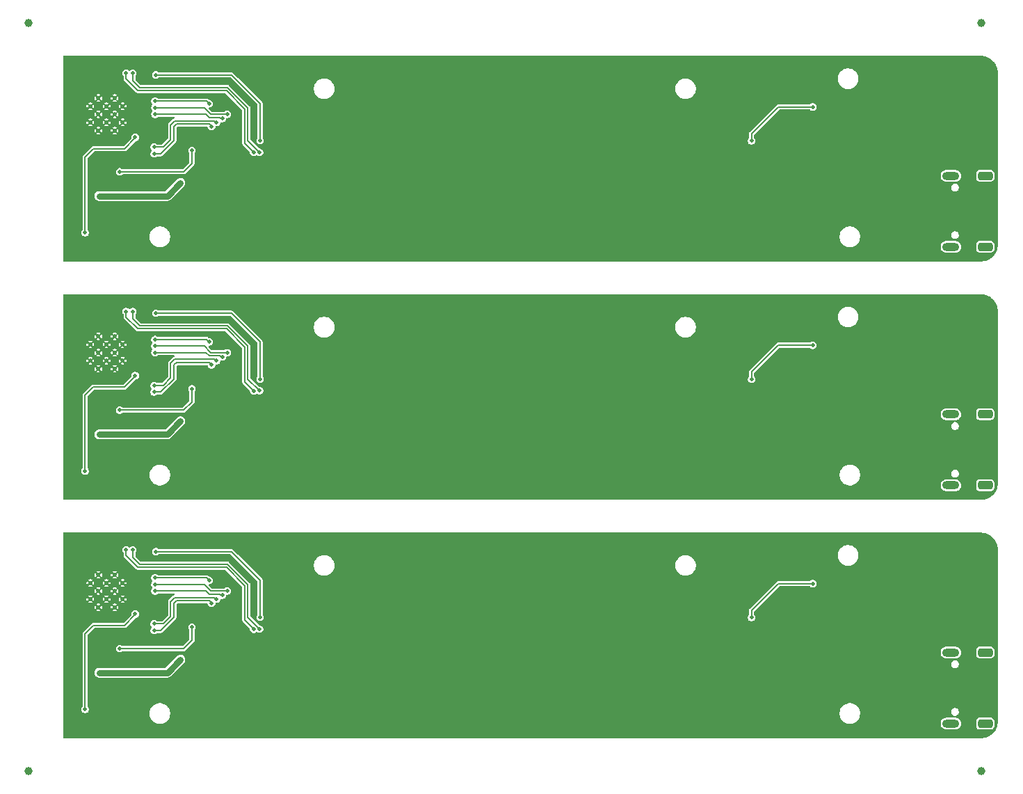
<source format=gbr>
%TF.GenerationSoftware,KiCad,Pcbnew,9.0.1*%
%TF.CreationDate,2025-12-04T09:13:59-06:00*%
%TF.ProjectId,focus_bar_panel_v1,666f6375-735f-4626-9172-5f70616e656c,rev?*%
%TF.SameCoordinates,Original*%
%TF.FileFunction,Copper,L2,Bot*%
%TF.FilePolarity,Positive*%
%FSLAX46Y46*%
G04 Gerber Fmt 4.6, Leading zero omitted, Abs format (unit mm)*
G04 Created by KiCad (PCBNEW 9.0.1) date 2025-12-04 09:13:59*
%MOMM*%
%LPD*%
G01*
G04 APERTURE LIST*
G04 Aperture macros list*
%AMRoundRect*
0 Rectangle with rounded corners*
0 $1 Rounding radius*
0 $2 $3 $4 $5 $6 $7 $8 $9 X,Y pos of 4 corners*
0 Add a 4 corners polygon primitive as box body*
4,1,4,$2,$3,$4,$5,$6,$7,$8,$9,$2,$3,0*
0 Add four circle primitives for the rounded corners*
1,1,$1+$1,$2,$3*
1,1,$1+$1,$4,$5*
1,1,$1+$1,$6,$7*
1,1,$1+$1,$8,$9*
0 Add four rect primitives between the rounded corners*
20,1,$1+$1,$2,$3,$4,$5,0*
20,1,$1+$1,$4,$5,$6,$7,0*
20,1,$1+$1,$6,$7,$8,$9,0*
20,1,$1+$1,$8,$9,$2,$3,0*%
G04 Aperture macros list end*
%TA.AperFunction,ComponentPad*%
%ADD10C,0.508000*%
%TD*%
%TA.AperFunction,ComponentPad*%
%ADD11O,2.100000X1.000000*%
%TD*%
%TA.AperFunction,ComponentPad*%
%ADD12RoundRect,0.250000X0.650000X-0.250000X0.650000X0.250000X-0.650000X0.250000X-0.650000X-0.250000X0*%
%TD*%
%TA.AperFunction,SMDPad,CuDef*%
%ADD13C,1.000000*%
%TD*%
%TA.AperFunction,ViaPad*%
%ADD14C,0.508000*%
%TD*%
%TA.AperFunction,Conductor*%
%ADD15C,0.762000*%
%TD*%
%TA.AperFunction,Conductor*%
%ADD16C,0.203200*%
%TD*%
G04 APERTURE END LIST*
D10*
%TO.P,U7,49,EPAD*%
%TO.N,Board_1-GND*%
X99012500Y-64075500D03*
X100987500Y-64075500D03*
X98025000Y-63088000D03*
X100000000Y-63088000D03*
X101975000Y-63088000D03*
X99012500Y-62100500D03*
X100987500Y-62100500D03*
X98025000Y-61113000D03*
X100000000Y-61113000D03*
X101975000Y-61113000D03*
X99012500Y-60125500D03*
X100987500Y-60125500D03*
%TD*%
D11*
%TO.P,P1,S1,SHIELD*%
%TO.N,Board_1-Net-(P1-SHIELD)*%
X202800000Y-78230500D03*
%TO.P,P1,SH2*%
%TO.N,N/C*%
X202800000Y-69590500D03*
D12*
%TO.P,P1,SH3*%
X206980000Y-78230500D03*
%TO.P,P1,SH4*%
X206980000Y-69590500D03*
%TD*%
D11*
%TO.P,P1,S1,SHIELD*%
%TO.N,Board_2-Net-(P1-SHIELD)*%
X202800000Y-107230500D03*
%TO.P,P1,SH2*%
%TO.N,N/C*%
X202800000Y-98590500D03*
D12*
%TO.P,P1,SH3*%
X206980000Y-107230500D03*
%TO.P,P1,SH4*%
X206980000Y-98590500D03*
%TD*%
D10*
%TO.P,U7,49,EPAD*%
%TO.N,Board_2-GND*%
X99012500Y-93075500D03*
X100987500Y-93075500D03*
X98025000Y-92088000D03*
X100000000Y-92088000D03*
X101975000Y-92088000D03*
X99012500Y-91100500D03*
X100987500Y-91100500D03*
X98025000Y-90113000D03*
X100000000Y-90113000D03*
X101975000Y-90113000D03*
X99012500Y-89125500D03*
X100987500Y-89125500D03*
%TD*%
D11*
%TO.P,P1,S1,SHIELD*%
%TO.N,Board_0-Net-(P1-SHIELD)*%
X202800000Y-49230500D03*
%TO.P,P1,SH2*%
%TO.N,N/C*%
X202800000Y-40590500D03*
D12*
%TO.P,P1,SH3*%
X206980000Y-49230500D03*
%TO.P,P1,SH4*%
X206980000Y-40590500D03*
%TD*%
D10*
%TO.P,U7,49,EPAD*%
%TO.N,Board_0-GND*%
X99012500Y-35075500D03*
X100987500Y-35075500D03*
X98025000Y-34088000D03*
X100000000Y-34088000D03*
X101975000Y-34088000D03*
X99012500Y-33100500D03*
X100987500Y-33100500D03*
X98025000Y-32113000D03*
X100000000Y-32113000D03*
X101975000Y-32113000D03*
X99012500Y-31125500D03*
X100987500Y-31125500D03*
%TD*%
D13*
%TO.P,KiKit_FID_B_1,*%
%TO.N,*%
X90500000Y-22000000D03*
%TD*%
%TO.P,KiKit_FID_B_3,*%
%TO.N,*%
X90500000Y-113001500D03*
%TD*%
%TO.P,KiKit_FID_B_2,*%
%TO.N,*%
X206500000Y-22000000D03*
%TD*%
%TO.P,KiKit_FID_B_4,*%
%TO.N,*%
X206500000Y-113001500D03*
%TD*%
D14*
%TO.N,Board_0-+3V3*%
X109000000Y-41450500D03*
X99100000Y-43050500D03*
%TO.N,Board_0-/CP_EN*%
X110400000Y-37500500D03*
X101600000Y-40100500D03*
%TO.N,Board_0-/SW_0*%
X112500000Y-31800500D03*
X105900000Y-31500500D03*
%TO.N,Board_0-/SW_1*%
X114700000Y-33100500D03*
X105900000Y-32300500D03*
%TO.N,Board_0-/SW_2*%
X105900000Y-33100500D03*
X114100000Y-33608500D03*
%TO.N,Board_0-/SW_3*%
X113404699Y-34092500D03*
X105800000Y-37100500D03*
%TO.N,Board_0-/SW_4*%
X112784540Y-34600500D03*
X105800000Y-37900500D03*
%TO.N,Board_0-/USB_D+*%
X117925789Y-37744711D03*
X102400000Y-28100500D03*
%TO.N,Board_0-/USB_D-*%
X118630000Y-37730500D03*
X103200000Y-28100500D03*
%TO.N,Board_0-GND*%
X111500000Y-43525520D03*
X146500000Y-47525520D03*
X176500000Y-47525520D03*
X159400000Y-28800500D03*
X114300000Y-29000500D03*
X121500000Y-47525520D03*
X181500000Y-47525520D03*
X121500000Y-40525520D03*
X186500000Y-47525520D03*
X156500000Y-47525520D03*
X201300000Y-39500500D03*
X166500000Y-47525520D03*
X95400000Y-40400500D03*
X156500000Y-43525520D03*
X171500000Y-40525520D03*
X141500000Y-47525520D03*
X116500000Y-43525520D03*
X131500000Y-47525520D03*
X151500000Y-40525520D03*
X175300000Y-31800500D03*
X196280000Y-45370500D03*
X136500000Y-43525520D03*
X146500000Y-40525520D03*
X181500000Y-40525520D03*
X161500000Y-47525520D03*
X166500000Y-40525520D03*
X126500000Y-47525520D03*
X146500000Y-43525520D03*
X107600000Y-38300500D03*
X204300000Y-32860500D03*
X156500000Y-40525520D03*
X176500000Y-40525520D03*
X151500000Y-43525520D03*
X192800000Y-34070500D03*
X141500000Y-43525520D03*
X171500000Y-43525520D03*
X161500000Y-40525520D03*
X166500000Y-43525520D03*
X111500000Y-47525520D03*
X181500000Y-43525520D03*
X161500000Y-43525520D03*
X131500000Y-43525520D03*
X205300000Y-48200500D03*
X182550000Y-33935500D03*
X143700000Y-28700500D03*
X130400000Y-31800500D03*
X186500000Y-40525520D03*
X151500000Y-47525520D03*
X111100000Y-26700500D03*
X131500000Y-40525520D03*
X179500000Y-37000500D03*
X136500000Y-40525520D03*
X106200000Y-26800500D03*
X126500000Y-40525520D03*
X124000000Y-39500500D03*
X176500000Y-43525520D03*
X116500000Y-40525520D03*
X197530000Y-39010500D03*
X121500000Y-43525520D03*
X201000000Y-49200500D03*
X141500000Y-40525520D03*
X186500000Y-43525520D03*
X141010000Y-35860500D03*
X198950000Y-49280500D03*
X114300000Y-35200500D03*
X106100000Y-44225520D03*
X111500000Y-40525520D03*
X171500000Y-47525520D03*
X116500000Y-47525520D03*
X136830000Y-37680500D03*
X136500000Y-47525520D03*
X126500000Y-43525520D03*
%TO.N,Board_0-Net-(Q1-S)*%
X103500000Y-35900500D03*
X97400000Y-47500500D03*
%TO.N,Board_0-Net-(U7-IO22)*%
X178540000Y-36330500D03*
X105992000Y-28300500D03*
X118700000Y-36300500D03*
X185970000Y-32200500D03*
%TO.N,Board_1-+3V3*%
X99100000Y-72050500D03*
X109000000Y-70450500D03*
%TO.N,Board_1-/CP_EN*%
X110400000Y-66500500D03*
X101600000Y-69100500D03*
%TO.N,Board_1-/SW_0*%
X105900000Y-60500500D03*
X112500000Y-60800500D03*
%TO.N,Board_1-/SW_1*%
X114700000Y-62100500D03*
X105900000Y-61300500D03*
%TO.N,Board_1-/SW_2*%
X114100000Y-62608500D03*
X105900000Y-62100500D03*
%TO.N,Board_1-/SW_3*%
X105800000Y-66100500D03*
X113404699Y-63092500D03*
%TO.N,Board_1-/SW_4*%
X105800000Y-66900500D03*
X112784540Y-63600500D03*
%TO.N,Board_1-/USB_D+*%
X102400000Y-57100500D03*
X117925789Y-66744711D03*
%TO.N,Board_1-/USB_D-*%
X103200000Y-57100500D03*
X118630000Y-66730500D03*
%TO.N,Board_1-GND*%
X116500000Y-76525520D03*
X114300000Y-58000500D03*
X121500000Y-76525520D03*
X171500000Y-72525520D03*
X114300000Y-64200500D03*
X141500000Y-76525520D03*
X151500000Y-72525520D03*
X181500000Y-76525520D03*
X141010000Y-64860500D03*
X196280000Y-74370500D03*
X111100000Y-55700500D03*
X131500000Y-72525520D03*
X131500000Y-69525520D03*
X124000000Y-68500500D03*
X192800000Y-63070500D03*
X176500000Y-72525520D03*
X176500000Y-69525520D03*
X141500000Y-69525520D03*
X176500000Y-76525520D03*
X126500000Y-72525520D03*
X156500000Y-69525520D03*
X204300000Y-61860500D03*
X136500000Y-76525520D03*
X166500000Y-76525520D03*
X136830000Y-66680500D03*
X181500000Y-72525520D03*
X179500000Y-66000500D03*
X107600000Y-67300500D03*
X181500000Y-69525520D03*
X136500000Y-69525520D03*
X111500000Y-69525520D03*
X111500000Y-76525520D03*
X186500000Y-76525520D03*
X171500000Y-69525520D03*
X175300000Y-60800500D03*
X186500000Y-72525520D03*
X171500000Y-76525520D03*
X130400000Y-60800500D03*
X146500000Y-72525520D03*
X141500000Y-72525520D03*
X201000000Y-78200500D03*
X146500000Y-76525520D03*
X156500000Y-72525520D03*
X136500000Y-72525520D03*
X116500000Y-72525520D03*
X111500000Y-72525520D03*
X146500000Y-69525520D03*
X156500000Y-76525520D03*
X159400000Y-57800500D03*
X151500000Y-69525520D03*
X166500000Y-72525520D03*
X205300000Y-77200500D03*
X106200000Y-55800500D03*
X143700000Y-57700500D03*
X121500000Y-69525520D03*
X131500000Y-76525520D03*
X116500000Y-69525520D03*
X186500000Y-69525520D03*
X161500000Y-72525520D03*
X161500000Y-69525520D03*
X198950000Y-78280500D03*
X151500000Y-76525520D03*
X166500000Y-69525520D03*
X182550000Y-62935500D03*
X201300000Y-68500500D03*
X95400000Y-69400500D03*
X126500000Y-69525520D03*
X197530000Y-68010500D03*
X121500000Y-72525520D03*
X106100000Y-73225520D03*
X126500000Y-76525520D03*
X161500000Y-76525520D03*
%TO.N,Board_1-Net-(Q1-S)*%
X103500000Y-64900500D03*
X97400000Y-76500500D03*
%TO.N,Board_1-Net-(U7-IO22)*%
X185970000Y-61200500D03*
X118700000Y-65300500D03*
X178540000Y-65330500D03*
X105992000Y-57300500D03*
%TO.N,Board_2-+3V3*%
X99100000Y-101050500D03*
X109000000Y-99450500D03*
%TO.N,Board_2-/CP_EN*%
X110400000Y-95500500D03*
X101600000Y-98100500D03*
%TO.N,Board_2-/SW_0*%
X112500000Y-89800500D03*
X105900000Y-89500500D03*
%TO.N,Board_2-/SW_1*%
X114700000Y-91100500D03*
X105900000Y-90300500D03*
%TO.N,Board_2-/SW_2*%
X114100000Y-91608500D03*
X105900000Y-91100500D03*
%TO.N,Board_2-/SW_3*%
X105800000Y-95100500D03*
X113404699Y-92092500D03*
%TO.N,Board_2-/SW_4*%
X105800000Y-95900500D03*
X112784540Y-92600500D03*
%TO.N,Board_2-/USB_D+*%
X102400000Y-86100500D03*
X117925789Y-95744711D03*
%TO.N,Board_2-/USB_D-*%
X118630000Y-95730500D03*
X103200000Y-86100500D03*
%TO.N,Board_2-GND*%
X114300000Y-87000500D03*
X106100000Y-102225520D03*
X131500000Y-105525520D03*
X141500000Y-101525520D03*
X201300000Y-97500500D03*
X141500000Y-105525520D03*
X136830000Y-95680500D03*
X116500000Y-98525520D03*
X111500000Y-105525520D03*
X181500000Y-105525520D03*
X156500000Y-98525520D03*
X131500000Y-101525520D03*
X196280000Y-103370500D03*
X146500000Y-101525520D03*
X121500000Y-105525520D03*
X181500000Y-101525520D03*
X136500000Y-105525520D03*
X161500000Y-105525520D03*
X151500000Y-105525520D03*
X141010000Y-93860500D03*
X182550000Y-91935500D03*
X121500000Y-98525520D03*
X116500000Y-105525520D03*
X126500000Y-98525520D03*
X192800000Y-92070500D03*
X126500000Y-105525520D03*
X111500000Y-101525520D03*
X201000000Y-107200500D03*
X131500000Y-98525520D03*
X197530000Y-97010500D03*
X106200000Y-84800500D03*
X156500000Y-105525520D03*
X121500000Y-101525520D03*
X181500000Y-98525520D03*
X176500000Y-101525520D03*
X171500000Y-105525520D03*
X151500000Y-98525520D03*
X175300000Y-89800500D03*
X156500000Y-101525520D03*
X146500000Y-105525520D03*
X130400000Y-89800500D03*
X151500000Y-101525520D03*
X143700000Y-86700500D03*
X171500000Y-98525520D03*
X141500000Y-98525520D03*
X176500000Y-98525520D03*
X159400000Y-86800500D03*
X146500000Y-98525520D03*
X114300000Y-93200500D03*
X136500000Y-101525520D03*
X171500000Y-101525520D03*
X126500000Y-101525520D03*
X166500000Y-101525520D03*
X186500000Y-101525520D03*
X198950000Y-107280500D03*
X136500000Y-98525520D03*
X204300000Y-90860500D03*
X166500000Y-98525520D03*
X111100000Y-84700500D03*
X116500000Y-101525520D03*
X186500000Y-105525520D03*
X186500000Y-98525520D03*
X124000000Y-97500500D03*
X107600000Y-96300500D03*
X161500000Y-101525520D03*
X179500000Y-95000500D03*
X176500000Y-105525520D03*
X95400000Y-98400500D03*
X111500000Y-98525520D03*
X161500000Y-98525520D03*
X166500000Y-105525520D03*
X205300000Y-106200500D03*
%TO.N,Board_2-Net-(Q1-S)*%
X103500000Y-93900500D03*
X97400000Y-105500500D03*
%TO.N,Board_2-Net-(U7-IO22)*%
X105992000Y-86300500D03*
X118700000Y-94300500D03*
X185970000Y-90200500D03*
X178540000Y-94330500D03*
%TD*%
D15*
%TO.N,Board_0-+3V3*%
X107400000Y-43050500D02*
X99100000Y-43050500D01*
X109000000Y-41450500D02*
X107400000Y-43050500D01*
D16*
%TO.N,Board_0-/CP_EN*%
X110400000Y-37500500D02*
X110400000Y-39100500D01*
X109400000Y-40100500D02*
X101600000Y-40100500D01*
X110400000Y-39100500D02*
X109400000Y-40100500D01*
%TO.N,Board_0-/SW_0*%
X105900000Y-31500500D02*
X112200000Y-31500500D01*
X112200000Y-31500500D02*
X112500000Y-31800500D01*
%TO.N,Board_0-/SW_1*%
X112700000Y-33100500D02*
X111900000Y-32300500D01*
X114700000Y-33100500D02*
X112700000Y-33100500D01*
X111900000Y-32300500D02*
X105900000Y-32300500D01*
%TO.N,Board_0-/SW_2*%
X113800000Y-33500500D02*
X112500000Y-33500500D01*
X112100000Y-33100500D02*
X105900000Y-33100500D01*
X114100000Y-33608500D02*
X114046000Y-33554500D01*
X112500000Y-33500500D02*
X112100000Y-33100500D01*
X114046000Y-33554500D02*
X113854000Y-33554500D01*
X113854000Y-33554500D02*
X113800000Y-33500500D01*
%TO.N,Board_0-/SW_3*%
X107800000Y-36196192D02*
X106895692Y-37100500D01*
X107800000Y-34400500D02*
X107800000Y-36196192D01*
X106895692Y-37100500D02*
X105800000Y-37100500D01*
X113284000Y-34092500D02*
X113092000Y-33900500D01*
X108300000Y-33900500D02*
X107800000Y-34400500D01*
X113092000Y-33900500D02*
X108300000Y-33900500D01*
X113404699Y-34092500D02*
X113284000Y-34092500D01*
%TO.N,Board_0-/SW_4*%
X108200000Y-34600500D02*
X108200000Y-36300500D01*
X106600000Y-37900500D02*
X105800000Y-37900500D01*
X112484540Y-34300500D02*
X108500000Y-34300500D01*
X112784540Y-34600500D02*
X112484540Y-34300500D01*
X108200000Y-36300500D02*
X106600000Y-37900500D01*
X108500000Y-34300500D02*
X108200000Y-34600500D01*
%TO.N,Board_0-/USB_D+*%
X116843400Y-36662322D02*
X116843400Y-32448208D01*
X117925789Y-37744711D02*
X116843400Y-36662322D01*
X102400000Y-28800500D02*
X102400000Y-28100500D01*
X116843400Y-32448208D02*
X114595692Y-30200500D01*
X114595692Y-30200500D02*
X103800000Y-30200500D01*
X103800000Y-30200500D02*
X102400000Y-28800500D01*
%TO.N,Board_0-/USB_D-*%
X117200000Y-36300500D02*
X117200000Y-32300500D01*
X104043400Y-29843900D02*
X103200000Y-29000500D01*
X117200000Y-32300500D02*
X114743401Y-29843900D01*
X118630000Y-37730500D02*
X117200000Y-36300500D01*
X114743401Y-29843900D02*
X104043400Y-29843900D01*
X103200000Y-29000500D02*
X103200000Y-28100500D01*
%TO.N,Board_0-Net-(Q1-S)*%
X97400000Y-38300500D02*
X97400000Y-47500500D01*
X102200000Y-37300500D02*
X98400000Y-37300500D01*
X103500000Y-35900500D02*
X103500000Y-36000500D01*
X103500000Y-36000500D02*
X102200000Y-37300500D01*
X98400000Y-37300500D02*
X97400000Y-38300500D01*
%TO.N,Board_0-Net-(U7-IO22)*%
X118700000Y-31800500D02*
X115200000Y-28300500D01*
X178540000Y-36330500D02*
X178540000Y-35430500D01*
X178540000Y-35430500D02*
X181770000Y-32200500D01*
X118700000Y-36300500D02*
X118700000Y-31800500D01*
X115200000Y-28300500D02*
X105992000Y-28300500D01*
X181770000Y-32200500D02*
X185970000Y-32200500D01*
D15*
%TO.N,Board_1-+3V3*%
X109000000Y-70450500D02*
X107400000Y-72050500D01*
X107400000Y-72050500D02*
X99100000Y-72050500D01*
D16*
%TO.N,Board_1-/CP_EN*%
X110400000Y-66500500D02*
X110400000Y-68100500D01*
X109400000Y-69100500D02*
X101600000Y-69100500D01*
X110400000Y-68100500D02*
X109400000Y-69100500D01*
%TO.N,Board_1-/SW_0*%
X105900000Y-60500500D02*
X112200000Y-60500500D01*
X112200000Y-60500500D02*
X112500000Y-60800500D01*
%TO.N,Board_1-/SW_1*%
X114700000Y-62100500D02*
X112700000Y-62100500D01*
X111900000Y-61300500D02*
X105900000Y-61300500D01*
X112700000Y-62100500D02*
X111900000Y-61300500D01*
%TO.N,Board_1-/SW_2*%
X113854000Y-62554500D02*
X113800000Y-62500500D01*
X112100000Y-62100500D02*
X105900000Y-62100500D01*
X112500000Y-62500500D02*
X112100000Y-62100500D01*
X114046000Y-62554500D02*
X113854000Y-62554500D01*
X113800000Y-62500500D02*
X112500000Y-62500500D01*
X114100000Y-62608500D02*
X114046000Y-62554500D01*
%TO.N,Board_1-/SW_3*%
X113404699Y-63092500D02*
X113284000Y-63092500D01*
X106895692Y-66100500D02*
X105800000Y-66100500D01*
X113284000Y-63092500D02*
X113092000Y-62900500D01*
X113092000Y-62900500D02*
X108300000Y-62900500D01*
X107800000Y-65196192D02*
X106895692Y-66100500D01*
X108300000Y-62900500D02*
X107800000Y-63400500D01*
X107800000Y-63400500D02*
X107800000Y-65196192D01*
%TO.N,Board_1-/SW_4*%
X108500000Y-63300500D02*
X108200000Y-63600500D01*
X108200000Y-63600500D02*
X108200000Y-65300500D01*
X108200000Y-65300500D02*
X106600000Y-66900500D01*
X112784540Y-63600500D02*
X112484540Y-63300500D01*
X112484540Y-63300500D02*
X108500000Y-63300500D01*
X106600000Y-66900500D02*
X105800000Y-66900500D01*
%TO.N,Board_1-/USB_D+*%
X116843400Y-61448208D02*
X114595692Y-59200500D01*
X102400000Y-57800500D02*
X102400000Y-57100500D01*
X116843400Y-65662322D02*
X116843400Y-61448208D01*
X114595692Y-59200500D02*
X103800000Y-59200500D01*
X103800000Y-59200500D02*
X102400000Y-57800500D01*
X117925789Y-66744711D02*
X116843400Y-65662322D01*
%TO.N,Board_1-/USB_D-*%
X118630000Y-66730500D02*
X117200000Y-65300500D01*
X117200000Y-65300500D02*
X117200000Y-61300500D01*
X117200000Y-61300500D02*
X114743401Y-58843900D01*
X114743401Y-58843900D02*
X104043400Y-58843900D01*
X103200000Y-58000500D02*
X103200000Y-57100500D01*
X104043400Y-58843900D02*
X103200000Y-58000500D01*
%TO.N,Board_1-Net-(Q1-S)*%
X98400000Y-66300500D02*
X97400000Y-67300500D01*
X103500000Y-65000500D02*
X102200000Y-66300500D01*
X102200000Y-66300500D02*
X98400000Y-66300500D01*
X103500000Y-64900500D02*
X103500000Y-65000500D01*
X97400000Y-67300500D02*
X97400000Y-76500500D01*
%TO.N,Board_1-Net-(U7-IO22)*%
X118700000Y-60800500D02*
X115200000Y-57300500D01*
X181770000Y-61200500D02*
X185970000Y-61200500D01*
X115200000Y-57300500D02*
X105992000Y-57300500D01*
X178540000Y-65330500D02*
X178540000Y-64430500D01*
X178540000Y-64430500D02*
X181770000Y-61200500D01*
X118700000Y-65300500D02*
X118700000Y-60800500D01*
D15*
%TO.N,Board_2-+3V3*%
X107400000Y-101050500D02*
X99100000Y-101050500D01*
X109000000Y-99450500D02*
X107400000Y-101050500D01*
D16*
%TO.N,Board_2-/CP_EN*%
X110400000Y-95500500D02*
X110400000Y-97100500D01*
X110400000Y-97100500D02*
X109400000Y-98100500D01*
X109400000Y-98100500D02*
X101600000Y-98100500D01*
%TO.N,Board_2-/SW_0*%
X112200000Y-89500500D02*
X112500000Y-89800500D01*
X105900000Y-89500500D02*
X112200000Y-89500500D01*
%TO.N,Board_2-/SW_1*%
X111900000Y-90300500D02*
X105900000Y-90300500D01*
X114700000Y-91100500D02*
X112700000Y-91100500D01*
X112700000Y-91100500D02*
X111900000Y-90300500D01*
%TO.N,Board_2-/SW_2*%
X113854000Y-91554500D02*
X113800000Y-91500500D01*
X114100000Y-91608500D02*
X114046000Y-91554500D01*
X114046000Y-91554500D02*
X113854000Y-91554500D01*
X112100000Y-91100500D02*
X105900000Y-91100500D01*
X112500000Y-91500500D02*
X112100000Y-91100500D01*
X113800000Y-91500500D02*
X112500000Y-91500500D01*
%TO.N,Board_2-/SW_3*%
X113404699Y-92092500D02*
X113284000Y-92092500D01*
X107800000Y-92400500D02*
X107800000Y-94196192D01*
X113284000Y-92092500D02*
X113092000Y-91900500D01*
X113092000Y-91900500D02*
X108300000Y-91900500D01*
X106895692Y-95100500D02*
X105800000Y-95100500D01*
X108300000Y-91900500D02*
X107800000Y-92400500D01*
X107800000Y-94196192D02*
X106895692Y-95100500D01*
%TO.N,Board_2-/SW_4*%
X112484540Y-92300500D02*
X108500000Y-92300500D01*
X112784540Y-92600500D02*
X112484540Y-92300500D01*
X108200000Y-92600500D02*
X108200000Y-94300500D01*
X106600000Y-95900500D02*
X105800000Y-95900500D01*
X108500000Y-92300500D02*
X108200000Y-92600500D01*
X108200000Y-94300500D02*
X106600000Y-95900500D01*
%TO.N,Board_2-/USB_D+*%
X116843400Y-90448208D02*
X114595692Y-88200500D01*
X102400000Y-86800500D02*
X102400000Y-86100500D01*
X114595692Y-88200500D02*
X103800000Y-88200500D01*
X117925789Y-95744711D02*
X116843400Y-94662322D01*
X116843400Y-94662322D02*
X116843400Y-90448208D01*
X103800000Y-88200500D02*
X102400000Y-86800500D01*
%TO.N,Board_2-/USB_D-*%
X104043400Y-87843900D02*
X103200000Y-87000500D01*
X114743401Y-87843900D02*
X104043400Y-87843900D01*
X118630000Y-95730500D02*
X117200000Y-94300500D01*
X103200000Y-87000500D02*
X103200000Y-86100500D01*
X117200000Y-94300500D02*
X117200000Y-90300500D01*
X117200000Y-90300500D02*
X114743401Y-87843900D01*
%TO.N,Board_2-Net-(Q1-S)*%
X102200000Y-95300500D02*
X98400000Y-95300500D01*
X97400000Y-96300500D02*
X97400000Y-105500500D01*
X98400000Y-95300500D02*
X97400000Y-96300500D01*
X103500000Y-93900500D02*
X103500000Y-94000500D01*
X103500000Y-94000500D02*
X102200000Y-95300500D01*
%TO.N,Board_2-Net-(U7-IO22)*%
X118700000Y-94300500D02*
X118700000Y-89800500D01*
X178540000Y-94330500D02*
X178540000Y-93430500D01*
X115200000Y-86300500D02*
X105992000Y-86300500D01*
X118700000Y-89800500D02*
X115200000Y-86300500D01*
X178540000Y-93430500D02*
X181770000Y-90200500D01*
X181770000Y-90200500D02*
X185970000Y-90200500D01*
%TD*%
%TA.AperFunction,Conductor*%
%TO.N,Board_1-GND*%
G36*
X109981088Y-55001000D02*
G01*
X109999793Y-55001000D01*
X127018912Y-55001000D01*
X127021425Y-55000500D01*
X129978575Y-55000500D01*
X129981088Y-55001000D01*
X129999793Y-55001000D01*
X147018912Y-55001000D01*
X147021425Y-55000500D01*
X149978575Y-55000500D01*
X149981088Y-55001000D01*
X149999793Y-55001000D01*
X167018912Y-55001000D01*
X167021425Y-55000500D01*
X169978575Y-55000500D01*
X169981088Y-55001000D01*
X169999793Y-55001000D01*
X187018912Y-55001000D01*
X187021425Y-55000500D01*
X189978575Y-55000500D01*
X189981088Y-55001000D01*
X189999793Y-55001000D01*
X206498694Y-55001000D01*
X206501240Y-55001032D01*
X206506460Y-55001164D01*
X206598724Y-55003500D01*
X206603797Y-55003757D01*
X206699768Y-55011066D01*
X206704775Y-55011575D01*
X206800260Y-55023736D01*
X206805266Y-55024503D01*
X206900026Y-55041487D01*
X206904967Y-55042502D01*
X206998712Y-55064255D01*
X207003612Y-55065524D01*
X207096127Y-55091997D01*
X207100965Y-55093514D01*
X207192024Y-55124639D01*
X207196771Y-55126397D01*
X207286143Y-55162095D01*
X207290816Y-55164101D01*
X207378287Y-55204291D01*
X207382840Y-55206525D01*
X207468104Y-55251064D01*
X207472539Y-55253526D01*
X207510501Y-55275872D01*
X207555452Y-55302334D01*
X207559778Y-55305030D01*
X207640138Y-55357992D01*
X207644310Y-55360895D01*
X207721850Y-55417834D01*
X207725866Y-55420943D01*
X207800449Y-55481757D01*
X207804317Y-55485078D01*
X207875699Y-55549570D01*
X207879393Y-55553081D01*
X207947416Y-55621104D01*
X207950927Y-55624798D01*
X208015421Y-55696182D01*
X208018742Y-55700050D01*
X208079541Y-55774615D01*
X208082661Y-55778645D01*
X208139622Y-55856216D01*
X208142533Y-55860399D01*
X208195450Y-55940690D01*
X208198147Y-55945017D01*
X208246969Y-56027956D01*
X208249442Y-56032411D01*
X208293977Y-56117668D01*
X208296222Y-56122245D01*
X208336398Y-56209685D01*
X208338407Y-56214368D01*
X208374081Y-56303675D01*
X208375852Y-56308456D01*
X208406975Y-56399511D01*
X208408500Y-56404372D01*
X208434969Y-56496873D01*
X208436247Y-56501809D01*
X208457990Y-56595508D01*
X208459016Y-56600500D01*
X208475991Y-56695211D01*
X208476763Y-56700249D01*
X208488918Y-56795686D01*
X208489434Y-56800758D01*
X208496739Y-56896692D01*
X208496997Y-56901781D01*
X208499468Y-56999259D01*
X208499500Y-57001808D01*
X208499500Y-77999190D01*
X208499468Y-78001739D01*
X208496997Y-78099216D01*
X208496739Y-78104305D01*
X208489434Y-78200239D01*
X208488918Y-78205311D01*
X208476763Y-78300747D01*
X208475991Y-78305785D01*
X208459016Y-78400494D01*
X208457990Y-78405485D01*
X208436247Y-78499188D01*
X208434969Y-78504125D01*
X208408500Y-78596625D01*
X208406975Y-78601486D01*
X208375852Y-78692541D01*
X208374081Y-78697322D01*
X208338407Y-78786629D01*
X208336398Y-78791312D01*
X208296222Y-78878752D01*
X208293977Y-78883329D01*
X208249442Y-78968586D01*
X208246969Y-78973041D01*
X208198147Y-79055980D01*
X208195450Y-79060307D01*
X208142533Y-79140598D01*
X208139622Y-79144781D01*
X208082661Y-79222352D01*
X208079541Y-79226382D01*
X208018742Y-79300947D01*
X208015421Y-79304815D01*
X207950927Y-79376199D01*
X207947416Y-79379893D01*
X207879393Y-79447916D01*
X207875699Y-79451427D01*
X207804317Y-79515919D01*
X207800449Y-79519240D01*
X207725866Y-79580054D01*
X207721836Y-79583174D01*
X207644321Y-79640094D01*
X207640138Y-79643005D01*
X207559778Y-79695967D01*
X207555452Y-79698663D01*
X207472550Y-79747465D01*
X207468094Y-79749938D01*
X207382852Y-79794466D01*
X207378275Y-79796712D01*
X207290816Y-79836896D01*
X207286132Y-79838906D01*
X207196794Y-79874591D01*
X207192015Y-79876361D01*
X207100977Y-79907479D01*
X207096114Y-79909004D01*
X207003625Y-79935469D01*
X206998690Y-79936747D01*
X206904997Y-79958488D01*
X206900005Y-79959514D01*
X206805282Y-79976491D01*
X206800244Y-79977263D01*
X206704809Y-79989418D01*
X206699737Y-79989934D01*
X206603805Y-79997239D01*
X206598716Y-79997497D01*
X206501240Y-79999968D01*
X206498691Y-80000000D01*
X189981088Y-80000000D01*
X189978575Y-80000500D01*
X187021425Y-80000500D01*
X187018912Y-80000000D01*
X187000207Y-80000000D01*
X170000207Y-80000000D01*
X169999793Y-80000000D01*
X169981088Y-80000000D01*
X169978575Y-80000500D01*
X167021425Y-80000500D01*
X167018912Y-80000000D01*
X167000207Y-80000000D01*
X150000207Y-80000000D01*
X149999793Y-80000000D01*
X149981088Y-80000000D01*
X149978575Y-80000500D01*
X147021425Y-80000500D01*
X147018912Y-80000000D01*
X147000207Y-80000000D01*
X130000207Y-80000000D01*
X129999793Y-80000000D01*
X129981088Y-80000000D01*
X129978575Y-80000500D01*
X127021425Y-80000500D01*
X127018912Y-80000000D01*
X127000207Y-80000000D01*
X110000207Y-80000000D01*
X109999793Y-80000000D01*
X109981088Y-80000000D01*
X109978575Y-80000500D01*
X107021425Y-80000500D01*
X107018912Y-80000000D01*
X107000207Y-80000000D01*
X94800600Y-80000000D01*
X94741469Y-79980787D01*
X94704924Y-79930487D01*
X94700000Y-79899400D01*
X94700000Y-76440240D01*
X96942300Y-76440240D01*
X96942300Y-76560759D01*
X96973493Y-76677168D01*
X97013653Y-76746727D01*
X97033749Y-76781534D01*
X97118966Y-76866751D01*
X97118968Y-76866752D01*
X97223331Y-76927006D01*
X97223335Y-76927008D01*
X97339743Y-76958200D01*
X97460257Y-76958200D01*
X97576665Y-76927008D01*
X97620171Y-76901890D01*
X105247100Y-76901890D01*
X105247100Y-77099109D01*
X105277950Y-77293883D01*
X105277953Y-77293897D01*
X105338891Y-77481447D01*
X105428424Y-77657163D01*
X105544340Y-77816707D01*
X105683792Y-77956159D01*
X105744790Y-78000477D01*
X105843337Y-78072076D01*
X105902121Y-78102028D01*
X106019052Y-78161608D01*
X106206602Y-78222546D01*
X106206604Y-78222546D01*
X106206612Y-78222549D01*
X106401390Y-78253399D01*
X106401392Y-78253400D01*
X106401395Y-78253400D01*
X106598608Y-78253400D01*
X106598608Y-78253399D01*
X106793388Y-78222549D01*
X106980947Y-78161608D01*
X107156663Y-78072076D01*
X107316209Y-77956158D01*
X107455658Y-77816709D01*
X107571576Y-77657163D01*
X107661108Y-77481447D01*
X107722049Y-77293888D01*
X107752900Y-77099105D01*
X107752900Y-76901895D01*
X107752900Y-76901891D01*
X107752899Y-76901890D01*
X189247100Y-76901890D01*
X189247100Y-77099109D01*
X189277950Y-77293883D01*
X189277953Y-77293897D01*
X189338891Y-77481447D01*
X189428424Y-77657163D01*
X189544340Y-77816707D01*
X189683792Y-77956159D01*
X189744790Y-78000477D01*
X189843337Y-78072076D01*
X189902121Y-78102028D01*
X190019052Y-78161608D01*
X190206602Y-78222546D01*
X190206604Y-78222546D01*
X190206612Y-78222549D01*
X190401390Y-78253399D01*
X190401392Y-78253400D01*
X190401395Y-78253400D01*
X190598608Y-78253400D01*
X190598608Y-78253399D01*
X190793388Y-78222549D01*
X190980947Y-78161608D01*
X190981763Y-78161192D01*
X201546300Y-78161192D01*
X201546300Y-78299808D01*
X201547021Y-78303434D01*
X201573343Y-78435764D01*
X201626387Y-78563823D01*
X201626388Y-78563826D01*
X201627708Y-78565801D01*
X201703400Y-78679083D01*
X201801417Y-78777100D01*
X201916673Y-78854111D01*
X201976162Y-78878752D01*
X202044735Y-78907156D01*
X202044736Y-78907156D01*
X202044738Y-78907157D01*
X202180692Y-78934200D01*
X202180693Y-78934200D01*
X203419307Y-78934200D01*
X203419308Y-78934200D01*
X203555262Y-78907157D01*
X203683327Y-78854111D01*
X203798583Y-78777100D01*
X203896600Y-78679083D01*
X203973611Y-78563827D01*
X204026657Y-78435762D01*
X204053700Y-78299808D01*
X204053700Y-78161192D01*
X204026657Y-78025238D01*
X204026656Y-78025235D01*
X204000461Y-77961993D01*
X203985491Y-77925852D01*
X205876300Y-77925852D01*
X205876300Y-78535144D01*
X205876301Y-78535155D01*
X205879173Y-78565798D01*
X205924346Y-78694895D01*
X205994237Y-78789594D01*
X206005562Y-78804938D01*
X206115605Y-78886154D01*
X206244699Y-78931326D01*
X206275347Y-78934200D01*
X207684652Y-78934199D01*
X207715301Y-78931326D01*
X207844395Y-78886154D01*
X207954438Y-78804938D01*
X208035654Y-78694895D01*
X208080826Y-78565801D01*
X208083700Y-78535153D01*
X208083699Y-77925848D01*
X208080826Y-77895199D01*
X208035654Y-77766105D01*
X207954438Y-77656062D01*
X207887811Y-77606889D01*
X207844395Y-77574846D01*
X207715301Y-77529674D01*
X207684653Y-77526800D01*
X207684647Y-77526800D01*
X206275355Y-77526800D01*
X206275344Y-77526801D01*
X206244701Y-77529673D01*
X206115604Y-77574846D01*
X206005562Y-77656061D01*
X206005561Y-77656062D01*
X205924346Y-77766104D01*
X205906639Y-77816709D01*
X205879174Y-77895199D01*
X205876301Y-77925844D01*
X205876300Y-77925852D01*
X203985491Y-77925852D01*
X203973613Y-77897177D01*
X203973611Y-77897173D01*
X203972292Y-77895199D01*
X203896600Y-77781917D01*
X203798583Y-77683900D01*
X203683327Y-77606889D01*
X203683328Y-77606889D01*
X203683326Y-77606888D01*
X203683323Y-77606887D01*
X203555264Y-77553843D01*
X203464626Y-77535814D01*
X203419308Y-77526800D01*
X202180692Y-77526800D01*
X202146703Y-77533560D01*
X202044735Y-77553843D01*
X201916676Y-77606887D01*
X201916673Y-77606888D01*
X201801413Y-77683903D01*
X201703403Y-77781913D01*
X201626388Y-77897173D01*
X201626387Y-77897176D01*
X201573343Y-78025235D01*
X201546300Y-78161192D01*
X190981763Y-78161192D01*
X191156663Y-78072076D01*
X191316209Y-77956158D01*
X191455658Y-77816709D01*
X191571576Y-77657163D01*
X191661108Y-77481447D01*
X191722049Y-77293888D01*
X191752900Y-77099105D01*
X191752900Y-76901895D01*
X191752900Y-76901891D01*
X191752899Y-76901890D01*
X191728324Y-76746727D01*
X191726874Y-76737577D01*
X202822100Y-76737577D01*
X202822100Y-76863422D01*
X202854666Y-76984959D01*
X202854668Y-76984964D01*
X202917585Y-77093938D01*
X203006561Y-77182914D01*
X203006560Y-77182914D01*
X203006562Y-77182915D01*
X203115537Y-77245832D01*
X203115538Y-77245832D01*
X203115540Y-77245833D01*
X203237077Y-77278399D01*
X203237081Y-77278399D01*
X203237083Y-77278400D01*
X203237085Y-77278400D01*
X203362915Y-77278400D01*
X203362917Y-77278400D01*
X203362919Y-77278399D01*
X203362922Y-77278399D01*
X203484459Y-77245833D01*
X203484458Y-77245833D01*
X203484463Y-77245832D01*
X203593438Y-77182915D01*
X203682415Y-77093938D01*
X203745332Y-76984963D01*
X203760861Y-76927008D01*
X203777899Y-76863422D01*
X203777900Y-76863415D01*
X203777900Y-76737584D01*
X203777899Y-76737577D01*
X203745333Y-76616040D01*
X203745331Y-76616035D01*
X203713415Y-76560756D01*
X203682415Y-76507062D01*
X203593438Y-76418085D01*
X203593439Y-76418085D01*
X203484464Y-76355168D01*
X203484459Y-76355166D01*
X203362922Y-76322600D01*
X203362917Y-76322600D01*
X203237083Y-76322600D01*
X203237077Y-76322600D01*
X203115540Y-76355166D01*
X203115535Y-76355168D01*
X203006561Y-76418085D01*
X202917585Y-76507061D01*
X202854668Y-76616035D01*
X202854666Y-76616040D01*
X202822100Y-76737577D01*
X191726874Y-76737577D01*
X191725500Y-76728902D01*
X191722049Y-76707112D01*
X191692458Y-76616040D01*
X191661108Y-76519552D01*
X191571575Y-76343836D01*
X191557043Y-76323835D01*
X191481216Y-76219468D01*
X191455659Y-76184292D01*
X191316207Y-76044840D01*
X191156663Y-75928924D01*
X190980947Y-75839391D01*
X190793397Y-75778453D01*
X190793383Y-75778450D01*
X190598609Y-75747600D01*
X190598605Y-75747600D01*
X190401395Y-75747600D01*
X190401391Y-75747600D01*
X190206616Y-75778450D01*
X190206602Y-75778453D01*
X190019052Y-75839391D01*
X189843336Y-75928924D01*
X189683792Y-76044840D01*
X189544340Y-76184292D01*
X189428424Y-76343836D01*
X189338891Y-76519552D01*
X189277953Y-76707102D01*
X189277950Y-76707116D01*
X189247100Y-76901890D01*
X107752899Y-76901890D01*
X107747334Y-76866752D01*
X107722049Y-76707112D01*
X107692458Y-76616040D01*
X107661108Y-76519552D01*
X107571575Y-76343836D01*
X107557043Y-76323835D01*
X107481216Y-76219468D01*
X107455659Y-76184292D01*
X107316207Y-76044840D01*
X107156663Y-75928924D01*
X106980947Y-75839391D01*
X106793397Y-75778453D01*
X106793383Y-75778450D01*
X106598609Y-75747600D01*
X106598605Y-75747600D01*
X106401395Y-75747600D01*
X106401391Y-75747600D01*
X106206616Y-75778450D01*
X106206602Y-75778453D01*
X106019052Y-75839391D01*
X105843336Y-75928924D01*
X105683792Y-76044840D01*
X105544340Y-76184292D01*
X105428424Y-76343836D01*
X105338891Y-76519552D01*
X105277953Y-76707102D01*
X105277950Y-76707116D01*
X105247100Y-76901890D01*
X97620171Y-76901890D01*
X97681034Y-76866751D01*
X97766251Y-76781534D01*
X97826508Y-76677165D01*
X97857700Y-76560757D01*
X97857700Y-76440243D01*
X97826508Y-76323835D01*
X97766251Y-76219466D01*
X97734764Y-76187979D01*
X97706538Y-76132581D01*
X97705300Y-76116845D01*
X97705300Y-71973520D01*
X98515300Y-71973520D01*
X98515300Y-72127479D01*
X98555148Y-72276189D01*
X98632124Y-72409514D01*
X98740985Y-72518375D01*
X98740984Y-72518375D01*
X98874310Y-72595351D01*
X98874311Y-72595351D01*
X98874314Y-72595353D01*
X99023023Y-72635200D01*
X99023025Y-72635200D01*
X107476975Y-72635200D01*
X107476977Y-72635200D01*
X107625686Y-72595353D01*
X107759014Y-72518376D01*
X107867876Y-72409514D01*
X107867875Y-72409514D01*
X109319814Y-70957577D01*
X202822100Y-70957577D01*
X202822100Y-71083422D01*
X202854666Y-71204959D01*
X202854668Y-71204964D01*
X202917585Y-71313938D01*
X203006561Y-71402914D01*
X203006560Y-71402914D01*
X203115482Y-71465800D01*
X203115537Y-71465832D01*
X203115538Y-71465832D01*
X203115540Y-71465833D01*
X203237077Y-71498399D01*
X203237081Y-71498399D01*
X203237083Y-71498400D01*
X203237085Y-71498400D01*
X203362915Y-71498400D01*
X203362917Y-71498400D01*
X203362919Y-71498399D01*
X203362922Y-71498399D01*
X203484459Y-71465833D01*
X203484458Y-71465833D01*
X203484463Y-71465832D01*
X203593438Y-71402915D01*
X203682415Y-71313938D01*
X203745332Y-71204963D01*
X203777900Y-71083417D01*
X203777900Y-70957583D01*
X203777899Y-70957581D01*
X203777899Y-70957577D01*
X203745333Y-70836040D01*
X203745331Y-70836035D01*
X203682414Y-70727061D01*
X203593438Y-70638085D01*
X203593439Y-70638085D01*
X203484464Y-70575168D01*
X203484459Y-70575166D01*
X203362922Y-70542600D01*
X203362917Y-70542600D01*
X203237083Y-70542600D01*
X203237077Y-70542600D01*
X203115540Y-70575166D01*
X203115535Y-70575168D01*
X203006561Y-70638085D01*
X202917585Y-70727061D01*
X202854668Y-70836035D01*
X202854666Y-70836040D01*
X202822100Y-70957577D01*
X109319814Y-70957577D01*
X109467877Y-70809514D01*
X109544854Y-70676185D01*
X109584700Y-70527477D01*
X109584700Y-70373523D01*
X109563446Y-70294200D01*
X109544856Y-70224821D01*
X109544854Y-70224816D01*
X109544854Y-70224815D01*
X109467877Y-70091485D01*
X109359015Y-69982623D01*
X109225685Y-69905646D01*
X109225684Y-69905645D01*
X109225683Y-69905645D01*
X109225678Y-69905643D01*
X109076981Y-69865800D01*
X109076977Y-69865800D01*
X108923023Y-69865800D01*
X108923018Y-69865800D01*
X108774321Y-69905643D01*
X108774314Y-69905646D01*
X108739405Y-69925801D01*
X108640986Y-69982623D01*
X107896549Y-70727061D01*
X107187275Y-71436335D01*
X107131877Y-71464561D01*
X107116140Y-71465800D01*
X99023020Y-71465800D01*
X98874310Y-71505648D01*
X98740985Y-71582624D01*
X98632124Y-71691485D01*
X98555148Y-71824810D01*
X98515300Y-71973520D01*
X97705300Y-71973520D01*
X97705300Y-69040240D01*
X101142300Y-69040240D01*
X101142300Y-69160759D01*
X101173493Y-69277168D01*
X101212541Y-69344801D01*
X101233749Y-69381534D01*
X101318966Y-69466751D01*
X101318968Y-69466752D01*
X101423331Y-69527006D01*
X101423335Y-69527008D01*
X101539743Y-69558200D01*
X101660257Y-69558200D01*
X101776665Y-69527008D01*
X101786739Y-69521192D01*
X201546300Y-69521192D01*
X201546300Y-69659807D01*
X201573343Y-69795764D01*
X201626387Y-69923823D01*
X201626388Y-69923826D01*
X201627708Y-69925801D01*
X201703400Y-70039083D01*
X201801417Y-70137100D01*
X201916673Y-70214111D01*
X201980705Y-70240634D01*
X202044735Y-70267156D01*
X202044736Y-70267156D01*
X202044738Y-70267157D01*
X202180692Y-70294200D01*
X202180693Y-70294200D01*
X203419307Y-70294200D01*
X203419308Y-70294200D01*
X203555262Y-70267157D01*
X203683327Y-70214111D01*
X203798583Y-70137100D01*
X203896600Y-70039083D01*
X203973611Y-69923827D01*
X204026657Y-69795762D01*
X204053700Y-69659808D01*
X204053700Y-69521192D01*
X204026657Y-69385238D01*
X204025122Y-69381531D01*
X204000461Y-69321993D01*
X203985491Y-69285852D01*
X205876300Y-69285852D01*
X205876300Y-69895144D01*
X205876301Y-69895155D01*
X205879173Y-69925798D01*
X205924346Y-70054895D01*
X205985013Y-70137096D01*
X206005562Y-70164938D01*
X206115605Y-70246154D01*
X206244699Y-70291326D01*
X206275347Y-70294200D01*
X207684652Y-70294199D01*
X207715301Y-70291326D01*
X207844395Y-70246154D01*
X207954438Y-70164938D01*
X208035654Y-70054895D01*
X208080826Y-69925801D01*
X208083700Y-69895153D01*
X208083699Y-69285848D01*
X208080826Y-69255199D01*
X208035654Y-69126105D01*
X207954438Y-69016062D01*
X207887811Y-68966889D01*
X207844395Y-68934846D01*
X207812927Y-68923835D01*
X207715301Y-68889674D01*
X207684653Y-68886800D01*
X207684647Y-68886800D01*
X206275355Y-68886800D01*
X206275344Y-68886801D01*
X206244701Y-68889673D01*
X206115604Y-68934846D01*
X206005562Y-69016061D01*
X206005561Y-69016062D01*
X205924346Y-69126104D01*
X205918813Y-69141917D01*
X205879174Y-69255199D01*
X205876301Y-69285844D01*
X205876300Y-69285852D01*
X203985491Y-69285852D01*
X203973613Y-69257177D01*
X203973611Y-69257173D01*
X203972292Y-69255199D01*
X203896600Y-69141917D01*
X203798583Y-69043900D01*
X203683327Y-68966889D01*
X203683328Y-68966889D01*
X203683326Y-68966888D01*
X203683323Y-68966887D01*
X203555264Y-68913843D01*
X203464626Y-68895814D01*
X203419308Y-68886800D01*
X202180692Y-68886800D01*
X202146703Y-68893560D01*
X202044735Y-68913843D01*
X201916676Y-68966887D01*
X201916673Y-68966888D01*
X201843081Y-69016061D01*
X201806891Y-69040243D01*
X201801413Y-69043903D01*
X201703403Y-69141913D01*
X201626388Y-69257173D01*
X201626387Y-69257176D01*
X201573343Y-69385235D01*
X201546300Y-69521192D01*
X101786739Y-69521192D01*
X101881034Y-69466751D01*
X101912520Y-69435265D01*
X101967918Y-69407039D01*
X101983655Y-69405800D01*
X109440191Y-69405800D01*
X109440193Y-69405800D01*
X109517841Y-69384994D01*
X109552253Y-69365126D01*
X109587459Y-69344800D01*
X110644301Y-68287959D01*
X110684494Y-68218341D01*
X110705300Y-68140693D01*
X110705300Y-66884154D01*
X110724513Y-66825023D01*
X110734759Y-66813025D01*
X110766251Y-66781534D01*
X110826508Y-66677165D01*
X110857700Y-66560757D01*
X110857700Y-66440243D01*
X110826508Y-66323835D01*
X110815052Y-66303993D01*
X110766252Y-66219468D01*
X110766251Y-66219466D01*
X110681034Y-66134249D01*
X110681031Y-66134247D01*
X110576668Y-66073993D01*
X110576665Y-66073992D01*
X110545478Y-66065635D01*
X110460259Y-66042800D01*
X110460257Y-66042800D01*
X110339743Y-66042800D01*
X110339740Y-66042800D01*
X110223331Y-66073993D01*
X110118968Y-66134247D01*
X110118967Y-66134248D01*
X110118966Y-66134249D01*
X110033749Y-66219466D01*
X110033748Y-66219467D01*
X110033747Y-66219468D01*
X109973493Y-66323831D01*
X109942300Y-66440240D01*
X109942300Y-66560759D01*
X109948794Y-66584993D01*
X109971636Y-66670240D01*
X109973493Y-66677168D01*
X110021570Y-66760440D01*
X110033749Y-66781534D01*
X110065236Y-66813021D01*
X110093461Y-66868417D01*
X110094700Y-66884154D01*
X110094700Y-67932370D01*
X110075487Y-67991501D01*
X110065235Y-68003505D01*
X109303006Y-68765735D01*
X109247608Y-68793961D01*
X109231871Y-68795200D01*
X101983655Y-68795200D01*
X101924524Y-68775987D01*
X101912521Y-68765736D01*
X101912520Y-68765735D01*
X101881034Y-68734249D01*
X101881031Y-68734247D01*
X101776668Y-68673993D01*
X101776665Y-68673992D01*
X101745478Y-68665635D01*
X101660259Y-68642800D01*
X101660257Y-68642800D01*
X101539743Y-68642800D01*
X101539740Y-68642800D01*
X101423331Y-68673993D01*
X101318968Y-68734247D01*
X101318967Y-68734248D01*
X101318966Y-68734249D01*
X101233749Y-68819466D01*
X101233748Y-68819467D01*
X101233747Y-68819468D01*
X101173493Y-68923831D01*
X101142300Y-69040240D01*
X97705300Y-69040240D01*
X97705300Y-67468629D01*
X97724513Y-67409498D01*
X97734765Y-67397494D01*
X98496995Y-66635265D01*
X98552393Y-66607039D01*
X98568130Y-66605800D01*
X102240191Y-66605800D01*
X102240193Y-66605800D01*
X102317841Y-66584994D01*
X102387459Y-66544800D01*
X102892019Y-66040240D01*
X105342300Y-66040240D01*
X105342300Y-66160759D01*
X105358032Y-66219468D01*
X105372322Y-66272800D01*
X105373493Y-66277168D01*
X105433747Y-66381531D01*
X105433749Y-66381534D01*
X105458015Y-66405800D01*
X105481581Y-66429366D01*
X105509807Y-66484764D01*
X105500080Y-66546172D01*
X105481581Y-66571634D01*
X105433747Y-66619468D01*
X105373493Y-66723831D01*
X105342300Y-66840240D01*
X105342300Y-66960759D01*
X105373493Y-67077168D01*
X105433747Y-67181531D01*
X105433749Y-67181534D01*
X105518966Y-67266751D01*
X105518968Y-67266752D01*
X105623331Y-67327006D01*
X105623335Y-67327008D01*
X105739743Y-67358200D01*
X105860257Y-67358200D01*
X105976665Y-67327008D01*
X106081034Y-67266751D01*
X106112521Y-67235264D01*
X106167919Y-67207038D01*
X106183655Y-67205800D01*
X106640191Y-67205800D01*
X106640193Y-67205800D01*
X106717841Y-67184994D01*
X106752253Y-67165126D01*
X106787459Y-67144800D01*
X108444301Y-65487959D01*
X108484494Y-65418341D01*
X108486459Y-65411005D01*
X108493789Y-65383653D01*
X108493789Y-65383650D01*
X108505300Y-65340693D01*
X108505300Y-63768629D01*
X108507808Y-63760908D01*
X108506539Y-63752892D01*
X108517233Y-63731903D01*
X108524513Y-63709498D01*
X108534765Y-63697494D01*
X108596994Y-63635265D01*
X108652392Y-63607039D01*
X108668129Y-63605800D01*
X112234921Y-63605800D01*
X112294052Y-63625013D01*
X112330597Y-63675313D01*
X112332093Y-63680362D01*
X112358033Y-63777168D01*
X112418287Y-63881531D01*
X112418289Y-63881534D01*
X112503506Y-63966751D01*
X112503508Y-63966752D01*
X112607871Y-64027006D01*
X112607875Y-64027008D01*
X112724283Y-64058200D01*
X112844797Y-64058200D01*
X112961205Y-64027008D01*
X113065574Y-63966751D01*
X113150791Y-63881534D01*
X113211048Y-63777165D01*
X113242240Y-63660757D01*
X113242240Y-63650800D01*
X113261453Y-63591669D01*
X113311753Y-63555124D01*
X113342840Y-63550200D01*
X113464956Y-63550200D01*
X113581364Y-63519008D01*
X113685733Y-63458751D01*
X113770950Y-63373534D01*
X113831207Y-63269165D01*
X113862399Y-63152757D01*
X113862399Y-63149785D01*
X113863056Y-63147761D01*
X113863259Y-63146223D01*
X113863544Y-63146260D01*
X113881612Y-63090654D01*
X113931912Y-63054109D01*
X113989037Y-63052613D01*
X114039743Y-63066200D01*
X114160257Y-63066200D01*
X114276665Y-63035008D01*
X114381034Y-62974751D01*
X114466251Y-62889534D01*
X114526508Y-62785165D01*
X114557700Y-62668757D01*
X114557700Y-62658800D01*
X114576913Y-62599669D01*
X114627213Y-62563124D01*
X114658300Y-62558200D01*
X114760257Y-62558200D01*
X114876665Y-62527008D01*
X114981034Y-62466751D01*
X115066251Y-62381534D01*
X115126508Y-62277165D01*
X115157700Y-62160757D01*
X115157700Y-62040243D01*
X115126508Y-61923835D01*
X115066251Y-61819466D01*
X114981034Y-61734249D01*
X114981031Y-61734247D01*
X114876668Y-61673993D01*
X114876665Y-61673992D01*
X114817726Y-61658199D01*
X114760259Y-61642800D01*
X114760257Y-61642800D01*
X114639743Y-61642800D01*
X114639740Y-61642800D01*
X114523331Y-61673993D01*
X114418968Y-61734247D01*
X114387479Y-61765736D01*
X114332081Y-61793962D01*
X114316345Y-61795200D01*
X112868130Y-61795200D01*
X112808999Y-61775987D01*
X112796995Y-61765735D01*
X112631860Y-61600600D01*
X112461193Y-61429933D01*
X112432968Y-61374537D01*
X112442694Y-61313129D01*
X112486657Y-61269165D01*
X112532329Y-61258200D01*
X112560257Y-61258200D01*
X112676665Y-61227008D01*
X112781034Y-61166751D01*
X112866251Y-61081534D01*
X112926508Y-60977165D01*
X112957700Y-60860757D01*
X112957700Y-60740243D01*
X112926508Y-60623835D01*
X112866251Y-60519466D01*
X112781034Y-60434249D01*
X112781031Y-60434247D01*
X112676668Y-60373993D01*
X112676665Y-60373992D01*
X112645478Y-60365635D01*
X112560259Y-60342800D01*
X112560257Y-60342800D01*
X112515729Y-60342800D01*
X112456598Y-60323587D01*
X112444594Y-60313335D01*
X112387461Y-60256202D01*
X112387459Y-60256200D01*
X112329169Y-60222546D01*
X112317842Y-60216006D01*
X112240195Y-60195200D01*
X112240193Y-60195200D01*
X106283655Y-60195200D01*
X106224524Y-60175987D01*
X106212521Y-60165736D01*
X106197547Y-60150762D01*
X106181034Y-60134249D01*
X106181031Y-60134247D01*
X106076668Y-60073993D01*
X106076665Y-60073992D01*
X106044242Y-60065304D01*
X105960259Y-60042800D01*
X105960257Y-60042800D01*
X105839743Y-60042800D01*
X105839740Y-60042800D01*
X105723331Y-60073993D01*
X105618968Y-60134247D01*
X105618967Y-60134248D01*
X105618966Y-60134249D01*
X105533749Y-60219466D01*
X105533748Y-60219467D01*
X105533747Y-60219468D01*
X105473493Y-60323831D01*
X105442300Y-60440240D01*
X105442300Y-60560759D01*
X105473493Y-60677168D01*
X105529395Y-60773993D01*
X105533749Y-60781534D01*
X105558015Y-60805800D01*
X105581581Y-60829366D01*
X105609807Y-60884764D01*
X105600080Y-60946172D01*
X105581581Y-60971634D01*
X105533747Y-61019468D01*
X105473493Y-61123831D01*
X105442300Y-61240240D01*
X105442300Y-61360759D01*
X105473493Y-61477168D01*
X105527205Y-61570200D01*
X105533749Y-61581534D01*
X105558015Y-61605800D01*
X105581581Y-61629366D01*
X105609807Y-61684764D01*
X105600080Y-61746172D01*
X105581581Y-61771634D01*
X105533747Y-61819468D01*
X105473493Y-61923831D01*
X105442300Y-62040240D01*
X105442300Y-62160759D01*
X105455003Y-62208165D01*
X105473441Y-62276976D01*
X105473493Y-62277168D01*
X105533747Y-62381531D01*
X105533749Y-62381534D01*
X105618966Y-62466751D01*
X105618968Y-62466752D01*
X105723331Y-62527006D01*
X105723335Y-62527008D01*
X105839743Y-62558200D01*
X105960257Y-62558200D01*
X106076665Y-62527008D01*
X106181034Y-62466751D01*
X106212521Y-62435264D01*
X106267919Y-62407038D01*
X106283655Y-62405800D01*
X108202524Y-62405800D01*
X108261655Y-62425013D01*
X108298200Y-62475313D01*
X108298200Y-62537487D01*
X108261655Y-62587787D01*
X108228561Y-62603572D01*
X108182165Y-62616003D01*
X108182156Y-62616007D01*
X108112543Y-62656196D01*
X108112542Y-62656197D01*
X107555699Y-63213041D01*
X107555698Y-63213043D01*
X107551600Y-63220142D01*
X107551598Y-63220146D01*
X107515507Y-63282656D01*
X107494700Y-63360304D01*
X107494700Y-65028062D01*
X107475487Y-65087193D01*
X107465235Y-65099197D01*
X106798698Y-65765735D01*
X106743300Y-65793961D01*
X106727563Y-65795200D01*
X106183655Y-65795200D01*
X106124524Y-65775987D01*
X106112521Y-65765736D01*
X106103789Y-65757004D01*
X106081034Y-65734249D01*
X106081031Y-65734247D01*
X105976668Y-65673993D01*
X105976665Y-65673992D01*
X105945478Y-65665635D01*
X105860259Y-65642800D01*
X105860257Y-65642800D01*
X105739743Y-65642800D01*
X105739740Y-65642800D01*
X105623331Y-65673993D01*
X105518968Y-65734247D01*
X105518967Y-65734248D01*
X105518966Y-65734249D01*
X105433749Y-65819466D01*
X105433748Y-65819467D01*
X105433747Y-65819468D01*
X105373493Y-65923831D01*
X105342300Y-66040240D01*
X102892019Y-66040240D01*
X103560053Y-65372205D01*
X103605146Y-65346171D01*
X103676665Y-65327008D01*
X103781034Y-65266751D01*
X103866251Y-65181534D01*
X103926508Y-65077165D01*
X103957700Y-64960757D01*
X103957700Y-64840243D01*
X103926508Y-64723835D01*
X103866251Y-64619466D01*
X103781034Y-64534249D01*
X103781031Y-64534247D01*
X103676668Y-64473993D01*
X103676665Y-64473992D01*
X103634837Y-64462784D01*
X103560259Y-64442800D01*
X103560257Y-64442800D01*
X103439743Y-64442800D01*
X103439740Y-64442800D01*
X103323331Y-64473993D01*
X103218968Y-64534247D01*
X103218967Y-64534248D01*
X103218966Y-64534249D01*
X103133749Y-64619466D01*
X103133748Y-64619467D01*
X103133747Y-64619468D01*
X103073493Y-64723831D01*
X103042300Y-64840240D01*
X103042300Y-64960755D01*
X103043161Y-64967296D01*
X103040562Y-64967638D01*
X103037891Y-65018550D01*
X103015110Y-65053628D01*
X102103006Y-65965735D01*
X102047608Y-65993961D01*
X102031871Y-65995200D01*
X98359802Y-65995200D01*
X98282165Y-66016003D01*
X98282156Y-66016007D01*
X98212543Y-66056196D01*
X98212542Y-66056197D01*
X97155700Y-67113041D01*
X97155698Y-67113043D01*
X97137364Y-67144800D01*
X97130317Y-67157006D01*
X97115506Y-67182657D01*
X97094700Y-67260304D01*
X97094700Y-76116845D01*
X97075487Y-76175976D01*
X97065236Y-76187979D01*
X97033747Y-76219468D01*
X96973493Y-76323831D01*
X96942300Y-76440240D01*
X94700000Y-76440240D01*
X94700000Y-64462785D01*
X98768897Y-64462785D01*
X98836024Y-64501541D01*
X98952305Y-64532699D01*
X98952308Y-64532700D01*
X99072692Y-64532700D01*
X99072694Y-64532699D01*
X99188973Y-64501541D01*
X99256098Y-64462785D01*
X100743897Y-64462785D01*
X100811024Y-64501541D01*
X100927305Y-64532699D01*
X100927308Y-64532700D01*
X101047692Y-64532700D01*
X101047694Y-64532699D01*
X101163973Y-64501541D01*
X101231100Y-64462784D01*
X100987500Y-64219184D01*
X100743897Y-64462785D01*
X99256098Y-64462785D01*
X99256100Y-64462784D01*
X99012500Y-64219184D01*
X98768897Y-64462785D01*
X94700000Y-64462785D01*
X94700000Y-64015304D01*
X98555300Y-64015304D01*
X98555300Y-64135694D01*
X98586459Y-64251976D01*
X98625213Y-64319100D01*
X98868815Y-64075499D01*
X98843554Y-64050238D01*
X98885500Y-64050238D01*
X98885500Y-64100762D01*
X98904835Y-64147440D01*
X98940560Y-64183165D01*
X98987238Y-64202500D01*
X99037762Y-64202500D01*
X99084440Y-64183165D01*
X99120165Y-64147440D01*
X99139500Y-64100762D01*
X99139500Y-64075499D01*
X99156184Y-64075499D01*
X99156184Y-64075500D01*
X99399784Y-64319100D01*
X99438541Y-64251973D01*
X99469699Y-64135694D01*
X99469700Y-64135691D01*
X99469700Y-64015308D01*
X99469699Y-64015305D01*
X99469699Y-64015304D01*
X100530300Y-64015304D01*
X100530300Y-64135694D01*
X100561459Y-64251976D01*
X100600213Y-64319100D01*
X100843815Y-64075499D01*
X100818554Y-64050238D01*
X100860500Y-64050238D01*
X100860500Y-64100762D01*
X100879835Y-64147440D01*
X100915560Y-64183165D01*
X100962238Y-64202500D01*
X101012762Y-64202500D01*
X101059440Y-64183165D01*
X101095165Y-64147440D01*
X101114500Y-64100762D01*
X101114500Y-64075499D01*
X101131184Y-64075499D01*
X101131184Y-64075500D01*
X101374784Y-64319100D01*
X101413541Y-64251973D01*
X101444699Y-64135694D01*
X101444700Y-64135691D01*
X101444700Y-64015308D01*
X101444699Y-64015305D01*
X101413541Y-63899024D01*
X101374785Y-63831897D01*
X101131184Y-64075499D01*
X101114500Y-64075499D01*
X101114500Y-64050238D01*
X101095165Y-64003560D01*
X101059440Y-63967835D01*
X101012762Y-63948500D01*
X100962238Y-63948500D01*
X100915560Y-63967835D01*
X100879835Y-64003560D01*
X100860500Y-64050238D01*
X100818554Y-64050238D01*
X100600214Y-63831898D01*
X100561457Y-63899028D01*
X100561456Y-63899031D01*
X100530300Y-64015304D01*
X99469699Y-64015304D01*
X99438541Y-63899024D01*
X99399785Y-63831897D01*
X99156184Y-64075499D01*
X99139500Y-64075499D01*
X99139500Y-64050238D01*
X99120165Y-64003560D01*
X99084440Y-63967835D01*
X99037762Y-63948500D01*
X98987238Y-63948500D01*
X98940560Y-63967835D01*
X98904835Y-64003560D01*
X98885500Y-64050238D01*
X98843554Y-64050238D01*
X98625214Y-63831898D01*
X98586457Y-63899028D01*
X98586456Y-63899031D01*
X98555300Y-64015304D01*
X94700000Y-64015304D01*
X94700000Y-63688214D01*
X98768898Y-63688214D01*
X99012499Y-63931815D01*
X99256100Y-63688214D01*
X100743898Y-63688214D01*
X100987499Y-63931815D01*
X101231101Y-63688213D01*
X101163976Y-63649459D01*
X101047694Y-63618300D01*
X100927304Y-63618300D01*
X100811031Y-63649456D01*
X100811028Y-63649457D01*
X100743898Y-63688214D01*
X99256100Y-63688214D01*
X99256101Y-63688213D01*
X99188976Y-63649459D01*
X99072694Y-63618300D01*
X98952304Y-63618300D01*
X98836031Y-63649456D01*
X98836028Y-63649457D01*
X98768898Y-63688214D01*
X94700000Y-63688214D01*
X94700000Y-63475285D01*
X97781397Y-63475285D01*
X97848524Y-63514041D01*
X97964805Y-63545199D01*
X97964808Y-63545200D01*
X98085192Y-63545200D01*
X98085194Y-63545199D01*
X98201473Y-63514041D01*
X98268598Y-63475285D01*
X99756397Y-63475285D01*
X99823524Y-63514041D01*
X99939805Y-63545199D01*
X99939808Y-63545200D01*
X100060192Y-63545200D01*
X100060194Y-63545199D01*
X100176473Y-63514041D01*
X100243598Y-63475285D01*
X101731397Y-63475285D01*
X101798524Y-63514041D01*
X101914805Y-63545199D01*
X101914808Y-63545200D01*
X102035192Y-63545200D01*
X102035194Y-63545199D01*
X102151473Y-63514041D01*
X102218600Y-63475284D01*
X101975000Y-63231684D01*
X101731397Y-63475285D01*
X100243598Y-63475285D01*
X100243600Y-63475284D01*
X100000000Y-63231684D01*
X99756397Y-63475285D01*
X98268598Y-63475285D01*
X98268600Y-63475284D01*
X98025000Y-63231684D01*
X97781397Y-63475285D01*
X94700000Y-63475285D01*
X94700000Y-63027804D01*
X97567800Y-63027804D01*
X97567800Y-63148194D01*
X97598959Y-63264476D01*
X97637713Y-63331600D01*
X97881315Y-63087999D01*
X97856054Y-63062738D01*
X97898000Y-63062738D01*
X97898000Y-63113262D01*
X97917335Y-63159940D01*
X97953060Y-63195665D01*
X97999738Y-63215000D01*
X98050262Y-63215000D01*
X98096940Y-63195665D01*
X98132665Y-63159940D01*
X98152000Y-63113262D01*
X98152000Y-63087999D01*
X98168684Y-63087999D01*
X98168684Y-63088000D01*
X98412284Y-63331600D01*
X98451041Y-63264473D01*
X98482199Y-63148194D01*
X98482200Y-63148191D01*
X98482200Y-63027808D01*
X98482199Y-63027805D01*
X98482199Y-63027804D01*
X99542800Y-63027804D01*
X99542800Y-63148194D01*
X99573959Y-63264476D01*
X99612713Y-63331600D01*
X99856315Y-63087999D01*
X99831054Y-63062738D01*
X99873000Y-63062738D01*
X99873000Y-63113262D01*
X99892335Y-63159940D01*
X99928060Y-63195665D01*
X99974738Y-63215000D01*
X100025262Y-63215000D01*
X100071940Y-63195665D01*
X100107665Y-63159940D01*
X100127000Y-63113262D01*
X100127000Y-63087999D01*
X100143684Y-63087999D01*
X100143684Y-63088000D01*
X100387284Y-63331600D01*
X100426041Y-63264473D01*
X100457199Y-63148194D01*
X100457200Y-63148191D01*
X100457200Y-63027808D01*
X100457199Y-63027805D01*
X100457199Y-63027804D01*
X101517800Y-63027804D01*
X101517800Y-63148194D01*
X101548959Y-63264476D01*
X101587713Y-63331600D01*
X101831315Y-63087999D01*
X101806054Y-63062738D01*
X101848000Y-63062738D01*
X101848000Y-63113262D01*
X101867335Y-63159940D01*
X101903060Y-63195665D01*
X101949738Y-63215000D01*
X102000262Y-63215000D01*
X102046940Y-63195665D01*
X102082665Y-63159940D01*
X102102000Y-63113262D01*
X102102000Y-63087999D01*
X102118684Y-63087999D01*
X102118684Y-63088000D01*
X102362284Y-63331600D01*
X102401041Y-63264473D01*
X102432199Y-63148194D01*
X102432200Y-63148191D01*
X102432200Y-63027808D01*
X102432199Y-63027805D01*
X102401041Y-62911524D01*
X102362285Y-62844397D01*
X102118684Y-63087999D01*
X102102000Y-63087999D01*
X102102000Y-63062738D01*
X102082665Y-63016060D01*
X102046940Y-62980335D01*
X102000262Y-62961000D01*
X101949738Y-62961000D01*
X101903060Y-62980335D01*
X101867335Y-63016060D01*
X101848000Y-63062738D01*
X101806054Y-63062738D01*
X101587714Y-62844398D01*
X101548957Y-62911528D01*
X101548956Y-62911531D01*
X101517800Y-63027804D01*
X100457199Y-63027804D01*
X100426041Y-62911524D01*
X100387285Y-62844397D01*
X100143684Y-63087999D01*
X100127000Y-63087999D01*
X100127000Y-63062738D01*
X100107665Y-63016060D01*
X100071940Y-62980335D01*
X100025262Y-62961000D01*
X99974738Y-62961000D01*
X99928060Y-62980335D01*
X99892335Y-63016060D01*
X99873000Y-63062738D01*
X99831054Y-63062738D01*
X99612714Y-62844398D01*
X99573957Y-62911528D01*
X99573956Y-62911531D01*
X99542800Y-63027804D01*
X98482199Y-63027804D01*
X98451041Y-62911524D01*
X98412285Y-62844397D01*
X98168684Y-63087999D01*
X98152000Y-63087999D01*
X98152000Y-63062738D01*
X98132665Y-63016060D01*
X98096940Y-62980335D01*
X98050262Y-62961000D01*
X97999738Y-62961000D01*
X97953060Y-62980335D01*
X97917335Y-63016060D01*
X97898000Y-63062738D01*
X97856054Y-63062738D01*
X97637714Y-62844398D01*
X97598957Y-62911528D01*
X97598956Y-62911531D01*
X97567800Y-63027804D01*
X94700000Y-63027804D01*
X94700000Y-62700714D01*
X97781398Y-62700714D01*
X98024999Y-62944315D01*
X98268600Y-62700714D01*
X99756398Y-62700714D01*
X99999999Y-62944315D01*
X100243600Y-62700714D01*
X101731398Y-62700714D01*
X101974999Y-62944315D01*
X102218601Y-62700713D01*
X102151476Y-62661959D01*
X102035194Y-62630800D01*
X101914804Y-62630800D01*
X101798531Y-62661956D01*
X101798528Y-62661957D01*
X101731398Y-62700714D01*
X100243600Y-62700714D01*
X100243601Y-62700713D01*
X100176476Y-62661959D01*
X100060194Y-62630800D01*
X99939804Y-62630800D01*
X99823531Y-62661956D01*
X99823528Y-62661957D01*
X99756398Y-62700714D01*
X98268600Y-62700714D01*
X98268601Y-62700713D01*
X98201476Y-62661959D01*
X98085194Y-62630800D01*
X97964804Y-62630800D01*
X97848531Y-62661956D01*
X97848528Y-62661957D01*
X97781398Y-62700714D01*
X94700000Y-62700714D01*
X94700000Y-62487785D01*
X98768897Y-62487785D01*
X98836024Y-62526541D01*
X98952305Y-62557699D01*
X98952308Y-62557700D01*
X99072692Y-62557700D01*
X99072694Y-62557699D01*
X99188973Y-62526541D01*
X99256098Y-62487785D01*
X100743897Y-62487785D01*
X100811024Y-62526541D01*
X100927305Y-62557699D01*
X100927308Y-62557700D01*
X101047692Y-62557700D01*
X101047694Y-62557699D01*
X101163973Y-62526541D01*
X101231100Y-62487784D01*
X100987500Y-62244184D01*
X100743897Y-62487785D01*
X99256098Y-62487785D01*
X99256100Y-62487784D01*
X99012500Y-62244184D01*
X98768897Y-62487785D01*
X94700000Y-62487785D01*
X94700000Y-62040304D01*
X98555300Y-62040304D01*
X98555300Y-62160694D01*
X98586459Y-62276976D01*
X98625213Y-62344100D01*
X98868815Y-62100499D01*
X98843554Y-62075238D01*
X98885500Y-62075238D01*
X98885500Y-62125762D01*
X98904835Y-62172440D01*
X98940560Y-62208165D01*
X98987238Y-62227500D01*
X99037762Y-62227500D01*
X99084440Y-62208165D01*
X99120165Y-62172440D01*
X99139500Y-62125762D01*
X99139500Y-62100499D01*
X99156184Y-62100499D01*
X99156184Y-62100500D01*
X99399784Y-62344100D01*
X99438541Y-62276973D01*
X99469699Y-62160694D01*
X99469700Y-62160691D01*
X99469700Y-62040308D01*
X99469699Y-62040305D01*
X99469699Y-62040304D01*
X100530300Y-62040304D01*
X100530300Y-62160694D01*
X100561459Y-62276976D01*
X100600213Y-62344100D01*
X100843815Y-62100499D01*
X100818554Y-62075238D01*
X100860500Y-62075238D01*
X100860500Y-62125762D01*
X100879835Y-62172440D01*
X100915560Y-62208165D01*
X100962238Y-62227500D01*
X101012762Y-62227500D01*
X101059440Y-62208165D01*
X101095165Y-62172440D01*
X101114500Y-62125762D01*
X101114500Y-62100499D01*
X101131184Y-62100499D01*
X101131184Y-62100500D01*
X101374784Y-62344100D01*
X101413541Y-62276973D01*
X101444699Y-62160694D01*
X101444700Y-62160691D01*
X101444700Y-62040308D01*
X101444699Y-62040305D01*
X101413541Y-61924024D01*
X101374785Y-61856897D01*
X101131184Y-62100499D01*
X101114500Y-62100499D01*
X101114500Y-62075238D01*
X101095165Y-62028560D01*
X101059440Y-61992835D01*
X101012762Y-61973500D01*
X100962238Y-61973500D01*
X100915560Y-61992835D01*
X100879835Y-62028560D01*
X100860500Y-62075238D01*
X100818554Y-62075238D01*
X100600214Y-61856898D01*
X100561457Y-61924028D01*
X100561456Y-61924031D01*
X100530300Y-62040304D01*
X99469699Y-62040304D01*
X99438541Y-61924024D01*
X99399785Y-61856897D01*
X99156184Y-62100499D01*
X99139500Y-62100499D01*
X99139500Y-62075238D01*
X99120165Y-62028560D01*
X99084440Y-61992835D01*
X99037762Y-61973500D01*
X98987238Y-61973500D01*
X98940560Y-61992835D01*
X98904835Y-62028560D01*
X98885500Y-62075238D01*
X98843554Y-62075238D01*
X98625214Y-61856898D01*
X98586457Y-61924028D01*
X98586456Y-61924031D01*
X98555300Y-62040304D01*
X94700000Y-62040304D01*
X94700000Y-61713214D01*
X98768898Y-61713214D01*
X99012499Y-61956815D01*
X99256100Y-61713214D01*
X100743898Y-61713214D01*
X100987499Y-61956815D01*
X101231101Y-61713213D01*
X101163976Y-61674459D01*
X101047694Y-61643300D01*
X100927304Y-61643300D01*
X100811031Y-61674456D01*
X100811028Y-61674457D01*
X100743898Y-61713214D01*
X99256100Y-61713214D01*
X99256101Y-61713213D01*
X99188976Y-61674459D01*
X99072694Y-61643300D01*
X98952304Y-61643300D01*
X98836031Y-61674456D01*
X98836028Y-61674457D01*
X98768898Y-61713214D01*
X94700000Y-61713214D01*
X94700000Y-61500285D01*
X97781397Y-61500285D01*
X97848524Y-61539041D01*
X97964805Y-61570199D01*
X97964808Y-61570200D01*
X98085192Y-61570200D01*
X98085194Y-61570199D01*
X98201473Y-61539041D01*
X98268598Y-61500285D01*
X99756397Y-61500285D01*
X99823524Y-61539041D01*
X99939805Y-61570199D01*
X99939808Y-61570200D01*
X100060192Y-61570200D01*
X100060194Y-61570199D01*
X100176473Y-61539041D01*
X100243598Y-61500285D01*
X101731397Y-61500285D01*
X101798524Y-61539041D01*
X101914805Y-61570199D01*
X101914808Y-61570200D01*
X102035192Y-61570200D01*
X102035194Y-61570199D01*
X102151473Y-61539041D01*
X102218600Y-61500284D01*
X101975000Y-61256684D01*
X101731397Y-61500285D01*
X100243598Y-61500285D01*
X100243600Y-61500284D01*
X100000000Y-61256684D01*
X99756397Y-61500285D01*
X98268598Y-61500285D01*
X98268600Y-61500284D01*
X98025000Y-61256684D01*
X97781397Y-61500285D01*
X94700000Y-61500285D01*
X94700000Y-61052804D01*
X97567800Y-61052804D01*
X97567800Y-61173194D01*
X97598959Y-61289476D01*
X97637713Y-61356600D01*
X97881315Y-61112999D01*
X97856054Y-61087738D01*
X97898000Y-61087738D01*
X97898000Y-61138262D01*
X97917335Y-61184940D01*
X97953060Y-61220665D01*
X97999738Y-61240000D01*
X98050262Y-61240000D01*
X98096940Y-61220665D01*
X98132665Y-61184940D01*
X98152000Y-61138262D01*
X98152000Y-61112999D01*
X98168684Y-61112999D01*
X98168684Y-61113000D01*
X98412284Y-61356600D01*
X98451041Y-61289473D01*
X98482199Y-61173194D01*
X98482200Y-61173191D01*
X98482200Y-61052808D01*
X98482199Y-61052805D01*
X98482199Y-61052804D01*
X99542800Y-61052804D01*
X99542800Y-61173194D01*
X99573959Y-61289476D01*
X99612713Y-61356600D01*
X99856315Y-61112999D01*
X99831054Y-61087738D01*
X99873000Y-61087738D01*
X99873000Y-61138262D01*
X99892335Y-61184940D01*
X99928060Y-61220665D01*
X99974738Y-61240000D01*
X100025262Y-61240000D01*
X100071940Y-61220665D01*
X100107665Y-61184940D01*
X100127000Y-61138262D01*
X100127000Y-61112999D01*
X100143684Y-61112999D01*
X100143684Y-61113000D01*
X100387284Y-61356600D01*
X100426041Y-61289473D01*
X100457199Y-61173194D01*
X100457200Y-61173191D01*
X100457200Y-61052808D01*
X100457199Y-61052805D01*
X100457199Y-61052804D01*
X101517800Y-61052804D01*
X101517800Y-61173194D01*
X101548959Y-61289476D01*
X101587713Y-61356600D01*
X101831315Y-61112999D01*
X101806054Y-61087738D01*
X101848000Y-61087738D01*
X101848000Y-61138262D01*
X101867335Y-61184940D01*
X101903060Y-61220665D01*
X101949738Y-61240000D01*
X102000262Y-61240000D01*
X102046940Y-61220665D01*
X102082665Y-61184940D01*
X102102000Y-61138262D01*
X102102000Y-61112999D01*
X102118684Y-61112999D01*
X102118684Y-61113000D01*
X102362284Y-61356600D01*
X102401041Y-61289473D01*
X102432199Y-61173194D01*
X102432200Y-61173191D01*
X102432200Y-61052808D01*
X102432199Y-61052805D01*
X102401041Y-60936524D01*
X102362285Y-60869397D01*
X102118684Y-61112999D01*
X102102000Y-61112999D01*
X102102000Y-61087738D01*
X102082665Y-61041060D01*
X102046940Y-61005335D01*
X102000262Y-60986000D01*
X101949738Y-60986000D01*
X101903060Y-61005335D01*
X101867335Y-61041060D01*
X101848000Y-61087738D01*
X101806054Y-61087738D01*
X101587714Y-60869398D01*
X101548957Y-60936528D01*
X101548956Y-60936531D01*
X101517800Y-61052804D01*
X100457199Y-61052804D01*
X100426041Y-60936524D01*
X100387285Y-60869397D01*
X100143684Y-61112999D01*
X100127000Y-61112999D01*
X100127000Y-61087738D01*
X100107665Y-61041060D01*
X100071940Y-61005335D01*
X100025262Y-60986000D01*
X99974738Y-60986000D01*
X99928060Y-61005335D01*
X99892335Y-61041060D01*
X99873000Y-61087738D01*
X99831054Y-61087738D01*
X99612714Y-60869398D01*
X99573957Y-60936528D01*
X99573956Y-60936531D01*
X99542800Y-61052804D01*
X98482199Y-61052804D01*
X98451041Y-60936524D01*
X98412285Y-60869397D01*
X98168684Y-61112999D01*
X98152000Y-61112999D01*
X98152000Y-61087738D01*
X98132665Y-61041060D01*
X98096940Y-61005335D01*
X98050262Y-60986000D01*
X97999738Y-60986000D01*
X97953060Y-61005335D01*
X97917335Y-61041060D01*
X97898000Y-61087738D01*
X97856054Y-61087738D01*
X97637714Y-60869398D01*
X97598957Y-60936528D01*
X97598956Y-60936531D01*
X97567800Y-61052804D01*
X94700000Y-61052804D01*
X94700000Y-60725714D01*
X97781398Y-60725714D01*
X98024999Y-60969315D01*
X98268600Y-60725714D01*
X99756398Y-60725714D01*
X99999999Y-60969315D01*
X100243600Y-60725714D01*
X101731398Y-60725714D01*
X101974999Y-60969315D01*
X102218601Y-60725713D01*
X102151476Y-60686959D01*
X102035194Y-60655800D01*
X101914804Y-60655800D01*
X101798531Y-60686956D01*
X101798528Y-60686957D01*
X101731398Y-60725714D01*
X100243600Y-60725714D01*
X100243601Y-60725713D01*
X100176476Y-60686959D01*
X100060194Y-60655800D01*
X99939804Y-60655800D01*
X99823531Y-60686956D01*
X99823528Y-60686957D01*
X99756398Y-60725714D01*
X98268600Y-60725714D01*
X98268601Y-60725713D01*
X98201476Y-60686959D01*
X98085194Y-60655800D01*
X97964804Y-60655800D01*
X97848531Y-60686956D01*
X97848528Y-60686957D01*
X97781398Y-60725714D01*
X94700000Y-60725714D01*
X94700000Y-60512785D01*
X98768897Y-60512785D01*
X98836024Y-60551541D01*
X98952305Y-60582699D01*
X98952308Y-60582700D01*
X99072692Y-60582700D01*
X99072694Y-60582699D01*
X99188973Y-60551541D01*
X99256098Y-60512785D01*
X100743897Y-60512785D01*
X100811024Y-60551541D01*
X100927305Y-60582699D01*
X100927308Y-60582700D01*
X101047692Y-60582700D01*
X101047694Y-60582699D01*
X101163973Y-60551541D01*
X101231100Y-60512784D01*
X100987500Y-60269184D01*
X100743897Y-60512785D01*
X99256098Y-60512785D01*
X99256100Y-60512784D01*
X99012500Y-60269184D01*
X98768897Y-60512785D01*
X94700000Y-60512785D01*
X94700000Y-60065304D01*
X98555300Y-60065304D01*
X98555300Y-60185694D01*
X98586459Y-60301976D01*
X98625213Y-60369100D01*
X98868815Y-60125499D01*
X98843554Y-60100238D01*
X98885500Y-60100238D01*
X98885500Y-60150762D01*
X98904835Y-60197440D01*
X98940560Y-60233165D01*
X98987238Y-60252500D01*
X99037762Y-60252500D01*
X99084440Y-60233165D01*
X99120165Y-60197440D01*
X99139500Y-60150762D01*
X99139500Y-60125499D01*
X99156184Y-60125499D01*
X99156184Y-60125500D01*
X99399784Y-60369100D01*
X99438541Y-60301973D01*
X99469699Y-60185694D01*
X99469700Y-60185691D01*
X99469700Y-60065308D01*
X99469699Y-60065305D01*
X99469699Y-60065304D01*
X100530300Y-60065304D01*
X100530300Y-60185694D01*
X100561459Y-60301976D01*
X100600213Y-60369100D01*
X100843815Y-60125499D01*
X100818554Y-60100238D01*
X100860500Y-60100238D01*
X100860500Y-60150762D01*
X100879835Y-60197440D01*
X100915560Y-60233165D01*
X100962238Y-60252500D01*
X101012762Y-60252500D01*
X101059440Y-60233165D01*
X101095165Y-60197440D01*
X101114500Y-60150762D01*
X101114500Y-60125499D01*
X101131184Y-60125499D01*
X101131184Y-60125500D01*
X101374784Y-60369100D01*
X101413541Y-60301973D01*
X101444699Y-60185694D01*
X101444700Y-60185691D01*
X101444700Y-60065308D01*
X101444699Y-60065305D01*
X101413541Y-59949024D01*
X101374785Y-59881897D01*
X101131184Y-60125499D01*
X101114500Y-60125499D01*
X101114500Y-60100238D01*
X101095165Y-60053560D01*
X101059440Y-60017835D01*
X101012762Y-59998500D01*
X100962238Y-59998500D01*
X100915560Y-60017835D01*
X100879835Y-60053560D01*
X100860500Y-60100238D01*
X100818554Y-60100238D01*
X100600214Y-59881898D01*
X100561457Y-59949028D01*
X100561456Y-59949031D01*
X100530300Y-60065304D01*
X99469699Y-60065304D01*
X99438541Y-59949024D01*
X99399785Y-59881897D01*
X99156184Y-60125499D01*
X99139500Y-60125499D01*
X99139500Y-60100238D01*
X99120165Y-60053560D01*
X99084440Y-60017835D01*
X99037762Y-59998500D01*
X98987238Y-59998500D01*
X98940560Y-60017835D01*
X98904835Y-60053560D01*
X98885500Y-60100238D01*
X98843554Y-60100238D01*
X98625214Y-59881898D01*
X98586457Y-59949028D01*
X98586456Y-59949031D01*
X98555300Y-60065304D01*
X94700000Y-60065304D01*
X94700000Y-59738214D01*
X98768898Y-59738214D01*
X99012499Y-59981815D01*
X99256100Y-59738214D01*
X100743898Y-59738214D01*
X100987499Y-59981815D01*
X101231101Y-59738213D01*
X101163976Y-59699459D01*
X101047694Y-59668300D01*
X100927304Y-59668300D01*
X100811031Y-59699456D01*
X100811028Y-59699457D01*
X100743898Y-59738214D01*
X99256100Y-59738214D01*
X99256101Y-59738213D01*
X99188976Y-59699459D01*
X99072694Y-59668300D01*
X98952304Y-59668300D01*
X98836031Y-59699456D01*
X98836028Y-59699457D01*
X98768898Y-59738214D01*
X94700000Y-59738214D01*
X94700000Y-57040240D01*
X101942300Y-57040240D01*
X101942300Y-57160759D01*
X101973493Y-57277168D01*
X102033747Y-57381531D01*
X102033749Y-57381534D01*
X102065236Y-57413021D01*
X102093461Y-57468417D01*
X102094700Y-57484154D01*
X102094700Y-57840695D01*
X102105945Y-57882659D01*
X102105945Y-57882660D01*
X102115504Y-57918337D01*
X102115504Y-57918338D01*
X102115506Y-57918341D01*
X102155700Y-57987959D01*
X103612541Y-59444800D01*
X103682159Y-59484994D01*
X103759807Y-59505800D01*
X114427563Y-59505800D01*
X114486694Y-59525013D01*
X114498698Y-59535265D01*
X116508635Y-61545202D01*
X116536861Y-61600600D01*
X116538100Y-61616337D01*
X116538100Y-65702515D01*
X116546603Y-65734249D01*
X116552701Y-65757004D01*
X116552701Y-65757007D01*
X116558904Y-65780158D01*
X116558906Y-65780163D01*
X116599100Y-65849781D01*
X117438624Y-66689305D01*
X117466850Y-66744703D01*
X117468089Y-66760440D01*
X117468089Y-66804970D01*
X117499282Y-66921379D01*
X117551333Y-67011534D01*
X117559538Y-67025745D01*
X117644755Y-67110962D01*
X117679544Y-67131047D01*
X117749120Y-67171217D01*
X117749124Y-67171219D01*
X117865532Y-67202411D01*
X117986046Y-67202411D01*
X118102454Y-67171219D01*
X118206823Y-67110962D01*
X118214195Y-67103589D01*
X118269588Y-67075363D01*
X118330997Y-67085087D01*
X118346568Y-67094911D01*
X118348964Y-67096749D01*
X118348966Y-67096751D01*
X118425367Y-67140861D01*
X118453331Y-67157006D01*
X118453335Y-67157008D01*
X118569743Y-67188200D01*
X118690257Y-67188200D01*
X118806665Y-67157008D01*
X118911034Y-67096751D01*
X118996251Y-67011534D01*
X119056508Y-66907165D01*
X119087700Y-66790757D01*
X119087700Y-66670243D01*
X119056508Y-66553835D01*
X118996251Y-66449466D01*
X118911034Y-66364249D01*
X118911031Y-66364247D01*
X118806668Y-66303993D01*
X118806665Y-66303992D01*
X118775478Y-66295635D01*
X118690259Y-66272800D01*
X118690257Y-66272800D01*
X118645729Y-66272800D01*
X118586598Y-66253587D01*
X118574594Y-66243335D01*
X117534765Y-65203506D01*
X117506539Y-65148108D01*
X117505300Y-65132371D01*
X117505300Y-61260308D01*
X117505299Y-61260304D01*
X117484494Y-61182659D01*
X117484494Y-61182658D01*
X117479028Y-61173191D01*
X117444300Y-61113041D01*
X114930860Y-58599600D01*
X114861242Y-58559405D01*
X114851200Y-58556715D01*
X114844833Y-58555009D01*
X114824420Y-58549539D01*
X114783596Y-58538600D01*
X114783594Y-58538600D01*
X104211530Y-58538600D01*
X104152399Y-58519387D01*
X104140395Y-58509135D01*
X103534765Y-57903505D01*
X103506539Y-57848107D01*
X103505300Y-57832370D01*
X103505300Y-57484154D01*
X103524513Y-57425023D01*
X103534759Y-57413025D01*
X103566251Y-57381534D01*
X103626508Y-57277165D01*
X103636402Y-57240240D01*
X105534300Y-57240240D01*
X105534300Y-57360759D01*
X105565493Y-57477168D01*
X105625747Y-57581531D01*
X105625749Y-57581534D01*
X105710966Y-57666751D01*
X105710968Y-57666752D01*
X105815331Y-57727006D01*
X105815335Y-57727008D01*
X105931743Y-57758200D01*
X106052257Y-57758200D01*
X106168665Y-57727008D01*
X106273034Y-57666751D01*
X106304521Y-57635264D01*
X106359919Y-57607038D01*
X106375655Y-57605800D01*
X115031871Y-57605800D01*
X115091002Y-57625013D01*
X115103006Y-57635265D01*
X118365235Y-60897494D01*
X118393461Y-60952892D01*
X118394700Y-60968629D01*
X118394700Y-64916845D01*
X118375487Y-64975976D01*
X118365236Y-64987979D01*
X118333747Y-65019468D01*
X118273493Y-65123831D01*
X118242300Y-65240240D01*
X118242300Y-65360759D01*
X118273493Y-65477168D01*
X118290812Y-65507165D01*
X118333749Y-65581534D01*
X118418966Y-65666751D01*
X118418968Y-65666752D01*
X118523331Y-65727006D01*
X118523335Y-65727008D01*
X118639743Y-65758200D01*
X118760257Y-65758200D01*
X118876665Y-65727008D01*
X118981034Y-65666751D01*
X119066251Y-65581534D01*
X119126508Y-65477165D01*
X119157700Y-65360757D01*
X119157700Y-65270240D01*
X178082300Y-65270240D01*
X178082300Y-65390759D01*
X178113493Y-65507168D01*
X178173747Y-65611531D01*
X178173749Y-65611534D01*
X178258966Y-65696751D01*
X178258968Y-65696752D01*
X178363331Y-65757006D01*
X178363335Y-65757008D01*
X178479743Y-65788200D01*
X178600257Y-65788200D01*
X178716665Y-65757008D01*
X178821034Y-65696751D01*
X178906251Y-65611534D01*
X178966508Y-65507165D01*
X178997700Y-65390757D01*
X178997700Y-65270243D01*
X178966508Y-65153835D01*
X178906251Y-65049466D01*
X178874764Y-65017979D01*
X178846538Y-64962581D01*
X178845300Y-64946845D01*
X178845300Y-64598629D01*
X178864513Y-64539498D01*
X178874765Y-64527494D01*
X181866995Y-61535265D01*
X181922393Y-61507039D01*
X181938130Y-61505800D01*
X185586345Y-61505800D01*
X185645476Y-61525013D01*
X185657479Y-61535264D01*
X185688966Y-61566751D01*
X185688968Y-61566752D01*
X185793331Y-61627006D01*
X185793335Y-61627008D01*
X185909743Y-61658200D01*
X186030257Y-61658200D01*
X186146665Y-61627008D01*
X186251034Y-61566751D01*
X186336251Y-61481534D01*
X186396508Y-61377165D01*
X186427700Y-61260757D01*
X186427700Y-61140243D01*
X186396508Y-61023835D01*
X186336251Y-60919466D01*
X186251034Y-60834249D01*
X186251031Y-60834247D01*
X186146668Y-60773993D01*
X186146665Y-60773992D01*
X186095582Y-60760304D01*
X186030259Y-60742800D01*
X186030257Y-60742800D01*
X185909743Y-60742800D01*
X185909740Y-60742800D01*
X185793331Y-60773993D01*
X185688968Y-60834247D01*
X185657479Y-60865736D01*
X185602081Y-60893962D01*
X185586345Y-60895200D01*
X181729802Y-60895200D01*
X181652165Y-60916003D01*
X181652156Y-60916007D01*
X181582543Y-60956196D01*
X181582542Y-60956197D01*
X178295702Y-64243038D01*
X178255506Y-64312657D01*
X178234700Y-64390304D01*
X178234700Y-64946845D01*
X178215487Y-65005976D01*
X178205236Y-65017979D01*
X178173747Y-65049468D01*
X178113493Y-65153831D01*
X178082300Y-65270240D01*
X119157700Y-65270240D01*
X119157700Y-65240243D01*
X119126508Y-65123835D01*
X119112283Y-65099197D01*
X119066252Y-65019468D01*
X119066251Y-65019466D01*
X119034764Y-64987979D01*
X119006538Y-64932581D01*
X119005300Y-64916845D01*
X119005300Y-60760308D01*
X119005299Y-60760304D01*
X119000609Y-60742800D01*
X118984494Y-60682659D01*
X118967505Y-60653235D01*
X118944300Y-60613041D01*
X117233149Y-58901890D01*
X125247100Y-58901890D01*
X125247100Y-59099109D01*
X125277950Y-59293883D01*
X125277953Y-59293897D01*
X125338891Y-59481447D01*
X125428424Y-59657163D01*
X125544340Y-59816707D01*
X125683792Y-59956159D01*
X125742069Y-59998500D01*
X125843337Y-60072076D01*
X125898608Y-60100238D01*
X126019052Y-60161608D01*
X126206602Y-60222546D01*
X126206604Y-60222546D01*
X126206612Y-60222549D01*
X126401390Y-60253399D01*
X126401392Y-60253400D01*
X126401395Y-60253400D01*
X126598608Y-60253400D01*
X126598608Y-60253399D01*
X126793388Y-60222549D01*
X126980947Y-60161608D01*
X127156663Y-60072076D01*
X127316209Y-59956158D01*
X127455658Y-59816709D01*
X127571576Y-59657163D01*
X127661108Y-59481447D01*
X127722049Y-59293888D01*
X127752900Y-59099105D01*
X127752900Y-58901895D01*
X127752900Y-58901891D01*
X127752899Y-58901890D01*
X169247100Y-58901890D01*
X169247100Y-59099109D01*
X169277950Y-59293883D01*
X169277953Y-59293897D01*
X169338891Y-59481447D01*
X169428424Y-59657163D01*
X169544340Y-59816707D01*
X169683792Y-59956159D01*
X169742069Y-59998500D01*
X169843337Y-60072076D01*
X169898608Y-60100238D01*
X170019052Y-60161608D01*
X170206602Y-60222546D01*
X170206604Y-60222546D01*
X170206612Y-60222549D01*
X170401390Y-60253399D01*
X170401392Y-60253400D01*
X170401395Y-60253400D01*
X170598608Y-60253400D01*
X170598608Y-60253399D01*
X170793388Y-60222549D01*
X170980947Y-60161608D01*
X171156663Y-60072076D01*
X171316209Y-59956158D01*
X171455658Y-59816709D01*
X171571576Y-59657163D01*
X171661108Y-59481447D01*
X171722049Y-59293888D01*
X171752900Y-59099105D01*
X171752900Y-58901895D01*
X171752900Y-58901891D01*
X171752899Y-58901890D01*
X171743425Y-58842075D01*
X171722049Y-58707112D01*
X171682928Y-58586709D01*
X171661108Y-58519552D01*
X171571575Y-58343836D01*
X171455659Y-58184292D01*
X171316207Y-58044840D01*
X171156663Y-57928924D01*
X170980947Y-57839391D01*
X170793397Y-57778453D01*
X170793383Y-57778450D01*
X170723005Y-57767303D01*
X170598609Y-57747600D01*
X170598605Y-57747600D01*
X170401395Y-57747600D01*
X170401391Y-57747600D01*
X170206616Y-57778450D01*
X170206602Y-57778453D01*
X170019052Y-57839391D01*
X169843336Y-57928924D01*
X169683792Y-58044840D01*
X169544340Y-58184292D01*
X169428424Y-58343836D01*
X169338891Y-58519552D01*
X169277953Y-58707102D01*
X169277950Y-58707116D01*
X169247100Y-58901890D01*
X127752899Y-58901890D01*
X127743425Y-58842075D01*
X127722049Y-58707112D01*
X127682928Y-58586709D01*
X127661108Y-58519552D01*
X127571575Y-58343836D01*
X127455659Y-58184292D01*
X127316207Y-58044840D01*
X127156663Y-57928924D01*
X126980947Y-57839391D01*
X126793397Y-57778453D01*
X126793383Y-57778450D01*
X126598609Y-57747600D01*
X126598605Y-57747600D01*
X126401395Y-57747600D01*
X126401391Y-57747600D01*
X126206616Y-57778450D01*
X126206602Y-57778453D01*
X126019052Y-57839391D01*
X125843336Y-57928924D01*
X125683792Y-58044840D01*
X125544340Y-58184292D01*
X125428424Y-58343836D01*
X125338891Y-58519552D01*
X125277953Y-58707102D01*
X125277950Y-58707116D01*
X125247100Y-58901890D01*
X117233149Y-58901890D01*
X116003149Y-57671890D01*
X189017100Y-57671890D01*
X189017100Y-57869109D01*
X189047950Y-58063883D01*
X189047953Y-58063897D01*
X189108891Y-58251447D01*
X189198424Y-58427163D01*
X189314340Y-58586707D01*
X189314342Y-58586709D01*
X189453791Y-58726158D01*
X189613337Y-58842076D01*
X189699520Y-58885988D01*
X189789052Y-58931608D01*
X189976602Y-58992546D01*
X189976604Y-58992546D01*
X189976612Y-58992549D01*
X190171390Y-59023399D01*
X190171392Y-59023400D01*
X190171395Y-59023400D01*
X190368608Y-59023400D01*
X190368608Y-59023399D01*
X190563388Y-58992549D01*
X190750947Y-58931608D01*
X190926663Y-58842076D01*
X191086209Y-58726158D01*
X191225658Y-58586709D01*
X191341576Y-58427163D01*
X191431108Y-58251447D01*
X191492049Y-58063888D01*
X191522900Y-57869105D01*
X191522900Y-57671895D01*
X191522900Y-57671891D01*
X191522899Y-57671890D01*
X191517098Y-57635264D01*
X191492049Y-57477112D01*
X191480798Y-57442485D01*
X191431108Y-57289552D01*
X191341575Y-57113836D01*
X191225659Y-56954292D01*
X191086207Y-56814840D01*
X190926663Y-56698924D01*
X190750947Y-56609391D01*
X190563397Y-56548453D01*
X190563383Y-56548450D01*
X190368609Y-56517600D01*
X190368605Y-56517600D01*
X190171395Y-56517600D01*
X190171391Y-56517600D01*
X189976616Y-56548450D01*
X189976602Y-56548453D01*
X189789052Y-56609391D01*
X189613336Y-56698924D01*
X189453792Y-56814840D01*
X189314340Y-56954292D01*
X189198424Y-57113836D01*
X189108891Y-57289552D01*
X189047953Y-57477102D01*
X189047950Y-57477116D01*
X189017100Y-57671890D01*
X116003149Y-57671890D01*
X115387459Y-57056200D01*
X115346095Y-57032318D01*
X115317842Y-57016006D01*
X115240195Y-56995200D01*
X115240193Y-56995200D01*
X106375655Y-56995200D01*
X106316524Y-56975987D01*
X106304521Y-56965736D01*
X106293076Y-56954291D01*
X106273034Y-56934249D01*
X106273031Y-56934247D01*
X106168668Y-56873993D01*
X106168665Y-56873992D01*
X106137478Y-56865635D01*
X106052259Y-56842800D01*
X106052257Y-56842800D01*
X105931743Y-56842800D01*
X105931740Y-56842800D01*
X105815331Y-56873993D01*
X105710968Y-56934247D01*
X105710967Y-56934248D01*
X105710966Y-56934249D01*
X105625749Y-57019466D01*
X105625748Y-57019467D01*
X105625747Y-57019468D01*
X105565493Y-57123831D01*
X105534300Y-57240240D01*
X103636402Y-57240240D01*
X103657700Y-57160757D01*
X103657700Y-57040243D01*
X103626508Y-56923835D01*
X103612279Y-56899190D01*
X103566252Y-56819468D01*
X103566251Y-56819466D01*
X103481034Y-56734249D01*
X103481031Y-56734247D01*
X103376668Y-56673993D01*
X103376665Y-56673992D01*
X103345478Y-56665635D01*
X103260259Y-56642800D01*
X103260257Y-56642800D01*
X103139743Y-56642800D01*
X103139740Y-56642800D01*
X103023331Y-56673993D01*
X102918968Y-56734247D01*
X102871134Y-56782081D01*
X102815736Y-56810307D01*
X102754328Y-56800580D01*
X102728866Y-56782081D01*
X102681034Y-56734249D01*
X102681031Y-56734247D01*
X102576668Y-56673993D01*
X102576665Y-56673992D01*
X102545478Y-56665635D01*
X102460259Y-56642800D01*
X102460257Y-56642800D01*
X102339743Y-56642800D01*
X102339740Y-56642800D01*
X102223331Y-56673993D01*
X102118968Y-56734247D01*
X102118967Y-56734248D01*
X102118966Y-56734249D01*
X102033749Y-56819466D01*
X102033748Y-56819467D01*
X102033747Y-56819468D01*
X101973493Y-56923831D01*
X101942300Y-57040240D01*
X94700000Y-57040240D01*
X94700000Y-55101600D01*
X94719213Y-55042469D01*
X94769513Y-55005924D01*
X94800600Y-55001000D01*
X107018912Y-55001000D01*
X107021425Y-55000500D01*
X109978575Y-55000500D01*
X109981088Y-55001000D01*
G37*
%TD.AperFunction*%
%TD*%
%TA.AperFunction,Conductor*%
%TO.N,Board_2-GND*%
G36*
X109981088Y-84001000D02*
G01*
X109999793Y-84001000D01*
X127018912Y-84001000D01*
X127021425Y-84000500D01*
X129978575Y-84000500D01*
X129981088Y-84001000D01*
X129999793Y-84001000D01*
X147018912Y-84001000D01*
X147021425Y-84000500D01*
X149978575Y-84000500D01*
X149981088Y-84001000D01*
X149999793Y-84001000D01*
X167018912Y-84001000D01*
X167021425Y-84000500D01*
X169978575Y-84000500D01*
X169981088Y-84001000D01*
X169999793Y-84001000D01*
X187018912Y-84001000D01*
X187021425Y-84000500D01*
X189978575Y-84000500D01*
X189981088Y-84001000D01*
X189999793Y-84001000D01*
X190000207Y-84001000D01*
X206498694Y-84001000D01*
X206501240Y-84001032D01*
X206506460Y-84001164D01*
X206598724Y-84003500D01*
X206603797Y-84003757D01*
X206699768Y-84011066D01*
X206704775Y-84011575D01*
X206800260Y-84023736D01*
X206805266Y-84024503D01*
X206900026Y-84041487D01*
X206904967Y-84042502D01*
X206998712Y-84064255D01*
X207003612Y-84065524D01*
X207096127Y-84091997D01*
X207100965Y-84093514D01*
X207192024Y-84124639D01*
X207196771Y-84126397D01*
X207286143Y-84162095D01*
X207290816Y-84164101D01*
X207378287Y-84204291D01*
X207382840Y-84206525D01*
X207468104Y-84251064D01*
X207472539Y-84253526D01*
X207510501Y-84275872D01*
X207555452Y-84302334D01*
X207559778Y-84305030D01*
X207640138Y-84357992D01*
X207644310Y-84360895D01*
X207721850Y-84417834D01*
X207725866Y-84420943D01*
X207800449Y-84481757D01*
X207804317Y-84485078D01*
X207875699Y-84549570D01*
X207879393Y-84553081D01*
X207947416Y-84621104D01*
X207950927Y-84624798D01*
X208015421Y-84696182D01*
X208018742Y-84700050D01*
X208079541Y-84774615D01*
X208082661Y-84778645D01*
X208139622Y-84856216D01*
X208142533Y-84860399D01*
X208195450Y-84940690D01*
X208198147Y-84945017D01*
X208246969Y-85027956D01*
X208249442Y-85032411D01*
X208293977Y-85117668D01*
X208296222Y-85122245D01*
X208336398Y-85209685D01*
X208338407Y-85214368D01*
X208374081Y-85303675D01*
X208375852Y-85308456D01*
X208406975Y-85399511D01*
X208408500Y-85404372D01*
X208434969Y-85496873D01*
X208436247Y-85501809D01*
X208457990Y-85595508D01*
X208459016Y-85600500D01*
X208475991Y-85695211D01*
X208476763Y-85700249D01*
X208488918Y-85795686D01*
X208489434Y-85800758D01*
X208496739Y-85896692D01*
X208496997Y-85901781D01*
X208499468Y-85999259D01*
X208499500Y-86001808D01*
X208499500Y-106999190D01*
X208499468Y-107001739D01*
X208496997Y-107099216D01*
X208496739Y-107104305D01*
X208489434Y-107200239D01*
X208488918Y-107205311D01*
X208476763Y-107300747D01*
X208475991Y-107305785D01*
X208459016Y-107400494D01*
X208457990Y-107405485D01*
X208436247Y-107499188D01*
X208434969Y-107504125D01*
X208408500Y-107596625D01*
X208406975Y-107601486D01*
X208375852Y-107692541D01*
X208374081Y-107697322D01*
X208338407Y-107786629D01*
X208336398Y-107791312D01*
X208296222Y-107878752D01*
X208293977Y-107883329D01*
X208249442Y-107968586D01*
X208246969Y-107973041D01*
X208198147Y-108055980D01*
X208195450Y-108060307D01*
X208142533Y-108140598D01*
X208139622Y-108144781D01*
X208082661Y-108222352D01*
X208079541Y-108226382D01*
X208018742Y-108300947D01*
X208015421Y-108304815D01*
X207950927Y-108376199D01*
X207947416Y-108379893D01*
X207879393Y-108447916D01*
X207875699Y-108451427D01*
X207804317Y-108515919D01*
X207800449Y-108519240D01*
X207725866Y-108580054D01*
X207721836Y-108583174D01*
X207644321Y-108640094D01*
X207640138Y-108643005D01*
X207559778Y-108695967D01*
X207555452Y-108698663D01*
X207472550Y-108747465D01*
X207468094Y-108749938D01*
X207382852Y-108794466D01*
X207378275Y-108796712D01*
X207290816Y-108836896D01*
X207286132Y-108838906D01*
X207196794Y-108874591D01*
X207192015Y-108876361D01*
X207100977Y-108907479D01*
X207096114Y-108909004D01*
X207003625Y-108935469D01*
X206998690Y-108936747D01*
X206904997Y-108958488D01*
X206900005Y-108959514D01*
X206805282Y-108976491D01*
X206800244Y-108977263D01*
X206704809Y-108989418D01*
X206699737Y-108989934D01*
X206603805Y-108997239D01*
X206598716Y-108997497D01*
X206501240Y-108999968D01*
X206498691Y-109000000D01*
X189981088Y-109000000D01*
X189978575Y-109000500D01*
X187021425Y-109000500D01*
X187018912Y-109000000D01*
X187000207Y-109000000D01*
X170000207Y-109000000D01*
X169999793Y-109000000D01*
X169981088Y-109000000D01*
X169978575Y-109000500D01*
X167021425Y-109000500D01*
X167018912Y-109000000D01*
X167000207Y-109000000D01*
X150000207Y-109000000D01*
X149999793Y-109000000D01*
X149981088Y-109000000D01*
X149978575Y-109000500D01*
X147021425Y-109000500D01*
X147018912Y-109000000D01*
X147000207Y-109000000D01*
X130000207Y-109000000D01*
X129999793Y-109000000D01*
X129981088Y-109000000D01*
X129978575Y-109000500D01*
X127021425Y-109000500D01*
X127018912Y-109000000D01*
X127000207Y-109000000D01*
X110000207Y-109000000D01*
X109999793Y-109000000D01*
X109981088Y-109000000D01*
X109978575Y-109000500D01*
X107021425Y-109000500D01*
X107018912Y-109000000D01*
X107000207Y-109000000D01*
X94800600Y-109000000D01*
X94741469Y-108980787D01*
X94704924Y-108930487D01*
X94700000Y-108899400D01*
X94700000Y-105440240D01*
X96942300Y-105440240D01*
X96942300Y-105560759D01*
X96973493Y-105677168D01*
X97013653Y-105746727D01*
X97033749Y-105781534D01*
X97118966Y-105866751D01*
X97118968Y-105866752D01*
X97223331Y-105927006D01*
X97223335Y-105927008D01*
X97339743Y-105958200D01*
X97460257Y-105958200D01*
X97576665Y-105927008D01*
X97620171Y-105901890D01*
X105247100Y-105901890D01*
X105247100Y-106099109D01*
X105277950Y-106293883D01*
X105277953Y-106293897D01*
X105338891Y-106481447D01*
X105428424Y-106657163D01*
X105544340Y-106816707D01*
X105683792Y-106956159D01*
X105744790Y-107000477D01*
X105843337Y-107072076D01*
X105902121Y-107102028D01*
X106019052Y-107161608D01*
X106206602Y-107222546D01*
X106206604Y-107222546D01*
X106206612Y-107222549D01*
X106401390Y-107253399D01*
X106401392Y-107253400D01*
X106401395Y-107253400D01*
X106598608Y-107253400D01*
X106598608Y-107253399D01*
X106793388Y-107222549D01*
X106980947Y-107161608D01*
X107156663Y-107072076D01*
X107316209Y-106956158D01*
X107455658Y-106816709D01*
X107571576Y-106657163D01*
X107661108Y-106481447D01*
X107722049Y-106293888D01*
X107752900Y-106099105D01*
X107752900Y-105901895D01*
X107752900Y-105901891D01*
X107752899Y-105901890D01*
X189247100Y-105901890D01*
X189247100Y-106099109D01*
X189277950Y-106293883D01*
X189277953Y-106293897D01*
X189338891Y-106481447D01*
X189428424Y-106657163D01*
X189544340Y-106816707D01*
X189683792Y-106956159D01*
X189744790Y-107000477D01*
X189843337Y-107072076D01*
X189902121Y-107102028D01*
X190019052Y-107161608D01*
X190206602Y-107222546D01*
X190206604Y-107222546D01*
X190206612Y-107222549D01*
X190401390Y-107253399D01*
X190401392Y-107253400D01*
X190401395Y-107253400D01*
X190598608Y-107253400D01*
X190598608Y-107253399D01*
X190793388Y-107222549D01*
X190980947Y-107161608D01*
X190981763Y-107161192D01*
X201546300Y-107161192D01*
X201546300Y-107299808D01*
X201547021Y-107303434D01*
X201573343Y-107435764D01*
X201626387Y-107563823D01*
X201626388Y-107563826D01*
X201627708Y-107565801D01*
X201703400Y-107679083D01*
X201801417Y-107777100D01*
X201916673Y-107854111D01*
X201976162Y-107878752D01*
X202044735Y-107907156D01*
X202044736Y-107907156D01*
X202044738Y-107907157D01*
X202180692Y-107934200D01*
X202180693Y-107934200D01*
X203419307Y-107934200D01*
X203419308Y-107934200D01*
X203555262Y-107907157D01*
X203683327Y-107854111D01*
X203798583Y-107777100D01*
X203896600Y-107679083D01*
X203973611Y-107563827D01*
X204026657Y-107435762D01*
X204053700Y-107299808D01*
X204053700Y-107161192D01*
X204026657Y-107025238D01*
X204026656Y-107025235D01*
X204000461Y-106961993D01*
X203985491Y-106925852D01*
X205876300Y-106925852D01*
X205876300Y-107535144D01*
X205876301Y-107535155D01*
X205879173Y-107565798D01*
X205924346Y-107694895D01*
X205994237Y-107789594D01*
X206005562Y-107804938D01*
X206115605Y-107886154D01*
X206244699Y-107931326D01*
X206275347Y-107934200D01*
X207684652Y-107934199D01*
X207715301Y-107931326D01*
X207844395Y-107886154D01*
X207954438Y-107804938D01*
X208035654Y-107694895D01*
X208080826Y-107565801D01*
X208083700Y-107535153D01*
X208083699Y-106925848D01*
X208080826Y-106895199D01*
X208035654Y-106766105D01*
X207954438Y-106656062D01*
X207887811Y-106606889D01*
X207844395Y-106574846D01*
X207715301Y-106529674D01*
X207684653Y-106526800D01*
X207684647Y-106526800D01*
X206275355Y-106526800D01*
X206275344Y-106526801D01*
X206244701Y-106529673D01*
X206115604Y-106574846D01*
X206005562Y-106656061D01*
X206005561Y-106656062D01*
X205924346Y-106766104D01*
X205906639Y-106816709D01*
X205879174Y-106895199D01*
X205876301Y-106925844D01*
X205876300Y-106925852D01*
X203985491Y-106925852D01*
X203973613Y-106897177D01*
X203973611Y-106897173D01*
X203972292Y-106895199D01*
X203896600Y-106781917D01*
X203798583Y-106683900D01*
X203683327Y-106606889D01*
X203683328Y-106606889D01*
X203683326Y-106606888D01*
X203683323Y-106606887D01*
X203555264Y-106553843D01*
X203464626Y-106535814D01*
X203419308Y-106526800D01*
X202180692Y-106526800D01*
X202146703Y-106533560D01*
X202044735Y-106553843D01*
X201916676Y-106606887D01*
X201916673Y-106606888D01*
X201801413Y-106683903D01*
X201703403Y-106781913D01*
X201626388Y-106897173D01*
X201626387Y-106897176D01*
X201573343Y-107025235D01*
X201546300Y-107161192D01*
X190981763Y-107161192D01*
X191156663Y-107072076D01*
X191316209Y-106956158D01*
X191455658Y-106816709D01*
X191571576Y-106657163D01*
X191661108Y-106481447D01*
X191722049Y-106293888D01*
X191752900Y-106099105D01*
X191752900Y-105901895D01*
X191752900Y-105901891D01*
X191752899Y-105901890D01*
X191728324Y-105746727D01*
X191726874Y-105737577D01*
X202822100Y-105737577D01*
X202822100Y-105863422D01*
X202854666Y-105984959D01*
X202854668Y-105984964D01*
X202917585Y-106093938D01*
X203006561Y-106182914D01*
X203006560Y-106182914D01*
X203006562Y-106182915D01*
X203115537Y-106245832D01*
X203115538Y-106245832D01*
X203115540Y-106245833D01*
X203237077Y-106278399D01*
X203237081Y-106278399D01*
X203237083Y-106278400D01*
X203237085Y-106278400D01*
X203362915Y-106278400D01*
X203362917Y-106278400D01*
X203362919Y-106278399D01*
X203362922Y-106278399D01*
X203484459Y-106245833D01*
X203484458Y-106245833D01*
X203484463Y-106245832D01*
X203593438Y-106182915D01*
X203682415Y-106093938D01*
X203745332Y-105984963D01*
X203760861Y-105927008D01*
X203777899Y-105863422D01*
X203777900Y-105863415D01*
X203777900Y-105737584D01*
X203777899Y-105737577D01*
X203745333Y-105616040D01*
X203745331Y-105616035D01*
X203713415Y-105560756D01*
X203682415Y-105507062D01*
X203593438Y-105418085D01*
X203593439Y-105418085D01*
X203484464Y-105355168D01*
X203484459Y-105355166D01*
X203362922Y-105322600D01*
X203362917Y-105322600D01*
X203237083Y-105322600D01*
X203237077Y-105322600D01*
X203115540Y-105355166D01*
X203115535Y-105355168D01*
X203006561Y-105418085D01*
X202917585Y-105507061D01*
X202854668Y-105616035D01*
X202854666Y-105616040D01*
X202822100Y-105737577D01*
X191726874Y-105737577D01*
X191725500Y-105728902D01*
X191722049Y-105707112D01*
X191692458Y-105616040D01*
X191661108Y-105519552D01*
X191571575Y-105343836D01*
X191557043Y-105323835D01*
X191481216Y-105219468D01*
X191455659Y-105184292D01*
X191316207Y-105044840D01*
X191156663Y-104928924D01*
X190980947Y-104839391D01*
X190793397Y-104778453D01*
X190793383Y-104778450D01*
X190598609Y-104747600D01*
X190598605Y-104747600D01*
X190401395Y-104747600D01*
X190401391Y-104747600D01*
X190206616Y-104778450D01*
X190206602Y-104778453D01*
X190019052Y-104839391D01*
X189843336Y-104928924D01*
X189683792Y-105044840D01*
X189544340Y-105184292D01*
X189428424Y-105343836D01*
X189338891Y-105519552D01*
X189277953Y-105707102D01*
X189277950Y-105707116D01*
X189247100Y-105901890D01*
X107752899Y-105901890D01*
X107747334Y-105866752D01*
X107722049Y-105707112D01*
X107692458Y-105616040D01*
X107661108Y-105519552D01*
X107571575Y-105343836D01*
X107557043Y-105323835D01*
X107481216Y-105219468D01*
X107455659Y-105184292D01*
X107316207Y-105044840D01*
X107156663Y-104928924D01*
X106980947Y-104839391D01*
X106793397Y-104778453D01*
X106793383Y-104778450D01*
X106598609Y-104747600D01*
X106598605Y-104747600D01*
X106401395Y-104747600D01*
X106401391Y-104747600D01*
X106206616Y-104778450D01*
X106206602Y-104778453D01*
X106019052Y-104839391D01*
X105843336Y-104928924D01*
X105683792Y-105044840D01*
X105544340Y-105184292D01*
X105428424Y-105343836D01*
X105338891Y-105519552D01*
X105277953Y-105707102D01*
X105277950Y-105707116D01*
X105247100Y-105901890D01*
X97620171Y-105901890D01*
X97681034Y-105866751D01*
X97766251Y-105781534D01*
X97826508Y-105677165D01*
X97857700Y-105560757D01*
X97857700Y-105440243D01*
X97826508Y-105323835D01*
X97766251Y-105219466D01*
X97734764Y-105187979D01*
X97706538Y-105132581D01*
X97705300Y-105116845D01*
X97705300Y-100973520D01*
X98515300Y-100973520D01*
X98515300Y-101127479D01*
X98555148Y-101276189D01*
X98632124Y-101409514D01*
X98740985Y-101518375D01*
X98740984Y-101518375D01*
X98874310Y-101595351D01*
X98874311Y-101595351D01*
X98874314Y-101595353D01*
X99023023Y-101635200D01*
X99023025Y-101635200D01*
X107476975Y-101635200D01*
X107476977Y-101635200D01*
X107625686Y-101595353D01*
X107759014Y-101518376D01*
X107867876Y-101409514D01*
X107867875Y-101409514D01*
X109319814Y-99957577D01*
X202822100Y-99957577D01*
X202822100Y-100083422D01*
X202854666Y-100204959D01*
X202854668Y-100204964D01*
X202917585Y-100313938D01*
X203006561Y-100402914D01*
X203006560Y-100402914D01*
X203115482Y-100465800D01*
X203115537Y-100465832D01*
X203115538Y-100465832D01*
X203115540Y-100465833D01*
X203237077Y-100498399D01*
X203237081Y-100498399D01*
X203237083Y-100498400D01*
X203237085Y-100498400D01*
X203362915Y-100498400D01*
X203362917Y-100498400D01*
X203362919Y-100498399D01*
X203362922Y-100498399D01*
X203484459Y-100465833D01*
X203484458Y-100465833D01*
X203484463Y-100465832D01*
X203593438Y-100402915D01*
X203682415Y-100313938D01*
X203745332Y-100204963D01*
X203777900Y-100083417D01*
X203777900Y-99957583D01*
X203777899Y-99957581D01*
X203777899Y-99957577D01*
X203745333Y-99836040D01*
X203745331Y-99836035D01*
X203682414Y-99727061D01*
X203593438Y-99638085D01*
X203593439Y-99638085D01*
X203484464Y-99575168D01*
X203484459Y-99575166D01*
X203362922Y-99542600D01*
X203362917Y-99542600D01*
X203237083Y-99542600D01*
X203237077Y-99542600D01*
X203115540Y-99575166D01*
X203115535Y-99575168D01*
X203006561Y-99638085D01*
X202917585Y-99727061D01*
X202854668Y-99836035D01*
X202854666Y-99836040D01*
X202822100Y-99957577D01*
X109319814Y-99957577D01*
X109467877Y-99809514D01*
X109544854Y-99676185D01*
X109584700Y-99527477D01*
X109584700Y-99373523D01*
X109563446Y-99294200D01*
X109544856Y-99224821D01*
X109544854Y-99224816D01*
X109544854Y-99224815D01*
X109467877Y-99091485D01*
X109359015Y-98982623D01*
X109225685Y-98905646D01*
X109225684Y-98905645D01*
X109225683Y-98905645D01*
X109225678Y-98905643D01*
X109076981Y-98865800D01*
X109076977Y-98865800D01*
X108923023Y-98865800D01*
X108923018Y-98865800D01*
X108774321Y-98905643D01*
X108774314Y-98905646D01*
X108739405Y-98925801D01*
X108640986Y-98982623D01*
X107896549Y-99727061D01*
X107187275Y-100436335D01*
X107131877Y-100464561D01*
X107116140Y-100465800D01*
X99023020Y-100465800D01*
X98874310Y-100505648D01*
X98740985Y-100582624D01*
X98632124Y-100691485D01*
X98555148Y-100824810D01*
X98515300Y-100973520D01*
X97705300Y-100973520D01*
X97705300Y-98040240D01*
X101142300Y-98040240D01*
X101142300Y-98160759D01*
X101173493Y-98277168D01*
X101212541Y-98344801D01*
X101233749Y-98381534D01*
X101318966Y-98466751D01*
X101318968Y-98466752D01*
X101423331Y-98527006D01*
X101423335Y-98527008D01*
X101539743Y-98558200D01*
X101660257Y-98558200D01*
X101776665Y-98527008D01*
X101786739Y-98521192D01*
X201546300Y-98521192D01*
X201546300Y-98659807D01*
X201573343Y-98795764D01*
X201626387Y-98923823D01*
X201626388Y-98923826D01*
X201627708Y-98925801D01*
X201703400Y-99039083D01*
X201801417Y-99137100D01*
X201916673Y-99214111D01*
X201980705Y-99240634D01*
X202044735Y-99267156D01*
X202044736Y-99267156D01*
X202044738Y-99267157D01*
X202180692Y-99294200D01*
X202180693Y-99294200D01*
X203419307Y-99294200D01*
X203419308Y-99294200D01*
X203555262Y-99267157D01*
X203683327Y-99214111D01*
X203798583Y-99137100D01*
X203896600Y-99039083D01*
X203973611Y-98923827D01*
X204026657Y-98795762D01*
X204053700Y-98659808D01*
X204053700Y-98521192D01*
X204026657Y-98385238D01*
X204025122Y-98381531D01*
X204000461Y-98321993D01*
X203985491Y-98285852D01*
X205876300Y-98285852D01*
X205876300Y-98895144D01*
X205876301Y-98895155D01*
X205879173Y-98925798D01*
X205924346Y-99054895D01*
X205985013Y-99137096D01*
X206005562Y-99164938D01*
X206115605Y-99246154D01*
X206244699Y-99291326D01*
X206275347Y-99294200D01*
X207684652Y-99294199D01*
X207715301Y-99291326D01*
X207844395Y-99246154D01*
X207954438Y-99164938D01*
X208035654Y-99054895D01*
X208080826Y-98925801D01*
X208083700Y-98895153D01*
X208083699Y-98285848D01*
X208080826Y-98255199D01*
X208035654Y-98126105D01*
X207954438Y-98016062D01*
X207887811Y-97966889D01*
X207844395Y-97934846D01*
X207812927Y-97923835D01*
X207715301Y-97889674D01*
X207684653Y-97886800D01*
X207684647Y-97886800D01*
X206275355Y-97886800D01*
X206275344Y-97886801D01*
X206244701Y-97889673D01*
X206115604Y-97934846D01*
X206005562Y-98016061D01*
X206005561Y-98016062D01*
X205924346Y-98126104D01*
X205918813Y-98141917D01*
X205879174Y-98255199D01*
X205876301Y-98285844D01*
X205876300Y-98285852D01*
X203985491Y-98285852D01*
X203973613Y-98257177D01*
X203973611Y-98257173D01*
X203972292Y-98255199D01*
X203896600Y-98141917D01*
X203798583Y-98043900D01*
X203683327Y-97966889D01*
X203683328Y-97966889D01*
X203683326Y-97966888D01*
X203683323Y-97966887D01*
X203555264Y-97913843D01*
X203464626Y-97895814D01*
X203419308Y-97886800D01*
X202180692Y-97886800D01*
X202146703Y-97893560D01*
X202044735Y-97913843D01*
X201916676Y-97966887D01*
X201916673Y-97966888D01*
X201843081Y-98016061D01*
X201806891Y-98040243D01*
X201801413Y-98043903D01*
X201703403Y-98141913D01*
X201626388Y-98257173D01*
X201626387Y-98257176D01*
X201573343Y-98385235D01*
X201546300Y-98521192D01*
X101786739Y-98521192D01*
X101881034Y-98466751D01*
X101912520Y-98435265D01*
X101967918Y-98407039D01*
X101983655Y-98405800D01*
X109440191Y-98405800D01*
X109440193Y-98405800D01*
X109517841Y-98384994D01*
X109552253Y-98365126D01*
X109587459Y-98344800D01*
X110644301Y-97287959D01*
X110684494Y-97218341D01*
X110705300Y-97140693D01*
X110705300Y-95884154D01*
X110724513Y-95825023D01*
X110734759Y-95813025D01*
X110766251Y-95781534D01*
X110826508Y-95677165D01*
X110857700Y-95560757D01*
X110857700Y-95440243D01*
X110826508Y-95323835D01*
X110815052Y-95303993D01*
X110766252Y-95219468D01*
X110766251Y-95219466D01*
X110681034Y-95134249D01*
X110681031Y-95134247D01*
X110576668Y-95073993D01*
X110576665Y-95073992D01*
X110545478Y-95065635D01*
X110460259Y-95042800D01*
X110460257Y-95042800D01*
X110339743Y-95042800D01*
X110339740Y-95042800D01*
X110223331Y-95073993D01*
X110118968Y-95134247D01*
X110118967Y-95134248D01*
X110118966Y-95134249D01*
X110033749Y-95219466D01*
X110033748Y-95219467D01*
X110033747Y-95219468D01*
X109973493Y-95323831D01*
X109942300Y-95440240D01*
X109942300Y-95560759D01*
X109948794Y-95584993D01*
X109971636Y-95670240D01*
X109973493Y-95677168D01*
X110021570Y-95760440D01*
X110033749Y-95781534D01*
X110065236Y-95813021D01*
X110093461Y-95868417D01*
X110094700Y-95884154D01*
X110094700Y-96932370D01*
X110075487Y-96991501D01*
X110065235Y-97003505D01*
X109303006Y-97765735D01*
X109247608Y-97793961D01*
X109231871Y-97795200D01*
X101983655Y-97795200D01*
X101924524Y-97775987D01*
X101912521Y-97765736D01*
X101912520Y-97765735D01*
X101881034Y-97734249D01*
X101881031Y-97734247D01*
X101776668Y-97673993D01*
X101776665Y-97673992D01*
X101745478Y-97665635D01*
X101660259Y-97642800D01*
X101660257Y-97642800D01*
X101539743Y-97642800D01*
X101539740Y-97642800D01*
X101423331Y-97673993D01*
X101318968Y-97734247D01*
X101318967Y-97734248D01*
X101318966Y-97734249D01*
X101233749Y-97819466D01*
X101233748Y-97819467D01*
X101233747Y-97819468D01*
X101173493Y-97923831D01*
X101142300Y-98040240D01*
X97705300Y-98040240D01*
X97705300Y-96468629D01*
X97724513Y-96409498D01*
X97734765Y-96397494D01*
X98496995Y-95635265D01*
X98552393Y-95607039D01*
X98568130Y-95605800D01*
X102240191Y-95605800D01*
X102240193Y-95605800D01*
X102317841Y-95584994D01*
X102387459Y-95544800D01*
X102892019Y-95040240D01*
X105342300Y-95040240D01*
X105342300Y-95160759D01*
X105358032Y-95219468D01*
X105372322Y-95272800D01*
X105373493Y-95277168D01*
X105433747Y-95381531D01*
X105433749Y-95381534D01*
X105458015Y-95405800D01*
X105481581Y-95429366D01*
X105509807Y-95484764D01*
X105500080Y-95546172D01*
X105481581Y-95571634D01*
X105433747Y-95619468D01*
X105373493Y-95723831D01*
X105342300Y-95840240D01*
X105342300Y-95960759D01*
X105373493Y-96077168D01*
X105433747Y-96181531D01*
X105433749Y-96181534D01*
X105518966Y-96266751D01*
X105518968Y-96266752D01*
X105623331Y-96327006D01*
X105623335Y-96327008D01*
X105739743Y-96358200D01*
X105860257Y-96358200D01*
X105976665Y-96327008D01*
X106081034Y-96266751D01*
X106112521Y-96235264D01*
X106167919Y-96207038D01*
X106183655Y-96205800D01*
X106640191Y-96205800D01*
X106640193Y-96205800D01*
X106717841Y-96184994D01*
X106752253Y-96165126D01*
X106787459Y-96144800D01*
X108444301Y-94487959D01*
X108484494Y-94418341D01*
X108486459Y-94411005D01*
X108493789Y-94383653D01*
X108493789Y-94383650D01*
X108505300Y-94340693D01*
X108505300Y-92768629D01*
X108507808Y-92760908D01*
X108506539Y-92752892D01*
X108517233Y-92731903D01*
X108524513Y-92709498D01*
X108534765Y-92697494D01*
X108596994Y-92635265D01*
X108652392Y-92607039D01*
X108668129Y-92605800D01*
X112234921Y-92605800D01*
X112294052Y-92625013D01*
X112330597Y-92675313D01*
X112332093Y-92680362D01*
X112358033Y-92777168D01*
X112418287Y-92881531D01*
X112418289Y-92881534D01*
X112503506Y-92966751D01*
X112503508Y-92966752D01*
X112607871Y-93027006D01*
X112607875Y-93027008D01*
X112724283Y-93058200D01*
X112844797Y-93058200D01*
X112961205Y-93027008D01*
X113065574Y-92966751D01*
X113150791Y-92881534D01*
X113211048Y-92777165D01*
X113242240Y-92660757D01*
X113242240Y-92650800D01*
X113261453Y-92591669D01*
X113311753Y-92555124D01*
X113342840Y-92550200D01*
X113464956Y-92550200D01*
X113581364Y-92519008D01*
X113685733Y-92458751D01*
X113770950Y-92373534D01*
X113831207Y-92269165D01*
X113862399Y-92152757D01*
X113862399Y-92149785D01*
X113863056Y-92147761D01*
X113863259Y-92146223D01*
X113863544Y-92146260D01*
X113881612Y-92090654D01*
X113931912Y-92054109D01*
X113989037Y-92052613D01*
X114039743Y-92066200D01*
X114160257Y-92066200D01*
X114276665Y-92035008D01*
X114381034Y-91974751D01*
X114466251Y-91889534D01*
X114526508Y-91785165D01*
X114557700Y-91668757D01*
X114557700Y-91658800D01*
X114576913Y-91599669D01*
X114627213Y-91563124D01*
X114658300Y-91558200D01*
X114760257Y-91558200D01*
X114876665Y-91527008D01*
X114981034Y-91466751D01*
X115066251Y-91381534D01*
X115126508Y-91277165D01*
X115157700Y-91160757D01*
X115157700Y-91040243D01*
X115126508Y-90923835D01*
X115066251Y-90819466D01*
X114981034Y-90734249D01*
X114981031Y-90734247D01*
X114876668Y-90673993D01*
X114876665Y-90673992D01*
X114817726Y-90658199D01*
X114760259Y-90642800D01*
X114760257Y-90642800D01*
X114639743Y-90642800D01*
X114639740Y-90642800D01*
X114523331Y-90673993D01*
X114418968Y-90734247D01*
X114387479Y-90765736D01*
X114332081Y-90793962D01*
X114316345Y-90795200D01*
X112868130Y-90795200D01*
X112808999Y-90775987D01*
X112796995Y-90765735D01*
X112631860Y-90600600D01*
X112461193Y-90429933D01*
X112432968Y-90374537D01*
X112442694Y-90313129D01*
X112486657Y-90269165D01*
X112532329Y-90258200D01*
X112560257Y-90258200D01*
X112676665Y-90227008D01*
X112781034Y-90166751D01*
X112866251Y-90081534D01*
X112926508Y-89977165D01*
X112957700Y-89860757D01*
X112957700Y-89740243D01*
X112926508Y-89623835D01*
X112866251Y-89519466D01*
X112781034Y-89434249D01*
X112781031Y-89434247D01*
X112676668Y-89373993D01*
X112676665Y-89373992D01*
X112645478Y-89365635D01*
X112560259Y-89342800D01*
X112560257Y-89342800D01*
X112515729Y-89342800D01*
X112456598Y-89323587D01*
X112444594Y-89313335D01*
X112387461Y-89256202D01*
X112387459Y-89256200D01*
X112329169Y-89222546D01*
X112317842Y-89216006D01*
X112240195Y-89195200D01*
X112240193Y-89195200D01*
X106283655Y-89195200D01*
X106224524Y-89175987D01*
X106212521Y-89165736D01*
X106197547Y-89150762D01*
X106181034Y-89134249D01*
X106181031Y-89134247D01*
X106076668Y-89073993D01*
X106076665Y-89073992D01*
X106044242Y-89065304D01*
X105960259Y-89042800D01*
X105960257Y-89042800D01*
X105839743Y-89042800D01*
X105839740Y-89042800D01*
X105723331Y-89073993D01*
X105618968Y-89134247D01*
X105618967Y-89134248D01*
X105618966Y-89134249D01*
X105533749Y-89219466D01*
X105533748Y-89219467D01*
X105533747Y-89219468D01*
X105473493Y-89323831D01*
X105442300Y-89440240D01*
X105442300Y-89560759D01*
X105473493Y-89677168D01*
X105529395Y-89773993D01*
X105533749Y-89781534D01*
X105558015Y-89805800D01*
X105581581Y-89829366D01*
X105609807Y-89884764D01*
X105600080Y-89946172D01*
X105581581Y-89971634D01*
X105533747Y-90019468D01*
X105473493Y-90123831D01*
X105442300Y-90240240D01*
X105442300Y-90360759D01*
X105473493Y-90477168D01*
X105527205Y-90570200D01*
X105533749Y-90581534D01*
X105558015Y-90605800D01*
X105581581Y-90629366D01*
X105609807Y-90684764D01*
X105600080Y-90746172D01*
X105581581Y-90771634D01*
X105533747Y-90819468D01*
X105473493Y-90923831D01*
X105442300Y-91040240D01*
X105442300Y-91160759D01*
X105455003Y-91208165D01*
X105473441Y-91276976D01*
X105473493Y-91277168D01*
X105533747Y-91381531D01*
X105533749Y-91381534D01*
X105618966Y-91466751D01*
X105618968Y-91466752D01*
X105723331Y-91527006D01*
X105723335Y-91527008D01*
X105839743Y-91558200D01*
X105960257Y-91558200D01*
X106076665Y-91527008D01*
X106181034Y-91466751D01*
X106212521Y-91435264D01*
X106267919Y-91407038D01*
X106283655Y-91405800D01*
X108202524Y-91405800D01*
X108261655Y-91425013D01*
X108298200Y-91475313D01*
X108298200Y-91537487D01*
X108261655Y-91587787D01*
X108228561Y-91603572D01*
X108182165Y-91616003D01*
X108182156Y-91616007D01*
X108112543Y-91656196D01*
X108112542Y-91656197D01*
X107555699Y-92213041D01*
X107555698Y-92213043D01*
X107551600Y-92220142D01*
X107551598Y-92220146D01*
X107515507Y-92282656D01*
X107494700Y-92360304D01*
X107494700Y-94028062D01*
X107475487Y-94087193D01*
X107465235Y-94099197D01*
X106798698Y-94765735D01*
X106743300Y-94793961D01*
X106727563Y-94795200D01*
X106183655Y-94795200D01*
X106124524Y-94775987D01*
X106112521Y-94765736D01*
X106103789Y-94757004D01*
X106081034Y-94734249D01*
X106081031Y-94734247D01*
X105976668Y-94673993D01*
X105976665Y-94673992D01*
X105945478Y-94665635D01*
X105860259Y-94642800D01*
X105860257Y-94642800D01*
X105739743Y-94642800D01*
X105739740Y-94642800D01*
X105623331Y-94673993D01*
X105518968Y-94734247D01*
X105518967Y-94734248D01*
X105518966Y-94734249D01*
X105433749Y-94819466D01*
X105433748Y-94819467D01*
X105433747Y-94819468D01*
X105373493Y-94923831D01*
X105342300Y-95040240D01*
X102892019Y-95040240D01*
X103560053Y-94372205D01*
X103605146Y-94346171D01*
X103676665Y-94327008D01*
X103781034Y-94266751D01*
X103866251Y-94181534D01*
X103926508Y-94077165D01*
X103957700Y-93960757D01*
X103957700Y-93840243D01*
X103926508Y-93723835D01*
X103866251Y-93619466D01*
X103781034Y-93534249D01*
X103781031Y-93534247D01*
X103676668Y-93473993D01*
X103676665Y-93473992D01*
X103634837Y-93462784D01*
X103560259Y-93442800D01*
X103560257Y-93442800D01*
X103439743Y-93442800D01*
X103439740Y-93442800D01*
X103323331Y-93473993D01*
X103218968Y-93534247D01*
X103218967Y-93534248D01*
X103218966Y-93534249D01*
X103133749Y-93619466D01*
X103133748Y-93619467D01*
X103133747Y-93619468D01*
X103073493Y-93723831D01*
X103042300Y-93840240D01*
X103042300Y-93960755D01*
X103043161Y-93967296D01*
X103040562Y-93967638D01*
X103037891Y-94018550D01*
X103015110Y-94053628D01*
X102103006Y-94965735D01*
X102047608Y-94993961D01*
X102031871Y-94995200D01*
X98359802Y-94995200D01*
X98282165Y-95016003D01*
X98282156Y-95016007D01*
X98212543Y-95056196D01*
X98212542Y-95056197D01*
X97155700Y-96113041D01*
X97155698Y-96113043D01*
X97137364Y-96144800D01*
X97130317Y-96157006D01*
X97115506Y-96182657D01*
X97094700Y-96260304D01*
X97094700Y-105116845D01*
X97075487Y-105175976D01*
X97065236Y-105187979D01*
X97033747Y-105219468D01*
X96973493Y-105323831D01*
X96942300Y-105440240D01*
X94700000Y-105440240D01*
X94700000Y-93462785D01*
X98768897Y-93462785D01*
X98836024Y-93501541D01*
X98952305Y-93532699D01*
X98952308Y-93532700D01*
X99072692Y-93532700D01*
X99072694Y-93532699D01*
X99188973Y-93501541D01*
X99256098Y-93462785D01*
X100743897Y-93462785D01*
X100811024Y-93501541D01*
X100927305Y-93532699D01*
X100927308Y-93532700D01*
X101047692Y-93532700D01*
X101047694Y-93532699D01*
X101163973Y-93501541D01*
X101231100Y-93462784D01*
X100987500Y-93219184D01*
X100743897Y-93462785D01*
X99256098Y-93462785D01*
X99256100Y-93462784D01*
X99012500Y-93219184D01*
X98768897Y-93462785D01*
X94700000Y-93462785D01*
X94700000Y-93015304D01*
X98555300Y-93015304D01*
X98555300Y-93135694D01*
X98586459Y-93251976D01*
X98625213Y-93319100D01*
X98868815Y-93075499D01*
X98843554Y-93050238D01*
X98885500Y-93050238D01*
X98885500Y-93100762D01*
X98904835Y-93147440D01*
X98940560Y-93183165D01*
X98987238Y-93202500D01*
X99037762Y-93202500D01*
X99084440Y-93183165D01*
X99120165Y-93147440D01*
X99139500Y-93100762D01*
X99139500Y-93075499D01*
X99156184Y-93075499D01*
X99156184Y-93075500D01*
X99399784Y-93319100D01*
X99438541Y-93251973D01*
X99469699Y-93135694D01*
X99469700Y-93135691D01*
X99469700Y-93015308D01*
X99469699Y-93015305D01*
X99469699Y-93015304D01*
X100530300Y-93015304D01*
X100530300Y-93135694D01*
X100561459Y-93251976D01*
X100600213Y-93319100D01*
X100843815Y-93075499D01*
X100818554Y-93050238D01*
X100860500Y-93050238D01*
X100860500Y-93100762D01*
X100879835Y-93147440D01*
X100915560Y-93183165D01*
X100962238Y-93202500D01*
X101012762Y-93202500D01*
X101059440Y-93183165D01*
X101095165Y-93147440D01*
X101114500Y-93100762D01*
X101114500Y-93075499D01*
X101131184Y-93075499D01*
X101131184Y-93075500D01*
X101374784Y-93319100D01*
X101413541Y-93251973D01*
X101444699Y-93135694D01*
X101444700Y-93135691D01*
X101444700Y-93015308D01*
X101444699Y-93015305D01*
X101413541Y-92899024D01*
X101374785Y-92831897D01*
X101131184Y-93075499D01*
X101114500Y-93075499D01*
X101114500Y-93050238D01*
X101095165Y-93003560D01*
X101059440Y-92967835D01*
X101012762Y-92948500D01*
X100962238Y-92948500D01*
X100915560Y-92967835D01*
X100879835Y-93003560D01*
X100860500Y-93050238D01*
X100818554Y-93050238D01*
X100600214Y-92831898D01*
X100561457Y-92899028D01*
X100561456Y-92899031D01*
X100530300Y-93015304D01*
X99469699Y-93015304D01*
X99438541Y-92899024D01*
X99399785Y-92831897D01*
X99156184Y-93075499D01*
X99139500Y-93075499D01*
X99139500Y-93050238D01*
X99120165Y-93003560D01*
X99084440Y-92967835D01*
X99037762Y-92948500D01*
X98987238Y-92948500D01*
X98940560Y-92967835D01*
X98904835Y-93003560D01*
X98885500Y-93050238D01*
X98843554Y-93050238D01*
X98625214Y-92831898D01*
X98586457Y-92899028D01*
X98586456Y-92899031D01*
X98555300Y-93015304D01*
X94700000Y-93015304D01*
X94700000Y-92688214D01*
X98768898Y-92688214D01*
X99012499Y-92931815D01*
X99256100Y-92688214D01*
X100743898Y-92688214D01*
X100987499Y-92931815D01*
X101231101Y-92688213D01*
X101163976Y-92649459D01*
X101047694Y-92618300D01*
X100927304Y-92618300D01*
X100811031Y-92649456D01*
X100811028Y-92649457D01*
X100743898Y-92688214D01*
X99256100Y-92688214D01*
X99256101Y-92688213D01*
X99188976Y-92649459D01*
X99072694Y-92618300D01*
X98952304Y-92618300D01*
X98836031Y-92649456D01*
X98836028Y-92649457D01*
X98768898Y-92688214D01*
X94700000Y-92688214D01*
X94700000Y-92475285D01*
X97781397Y-92475285D01*
X97848524Y-92514041D01*
X97964805Y-92545199D01*
X97964808Y-92545200D01*
X98085192Y-92545200D01*
X98085194Y-92545199D01*
X98201473Y-92514041D01*
X98268598Y-92475285D01*
X99756397Y-92475285D01*
X99823524Y-92514041D01*
X99939805Y-92545199D01*
X99939808Y-92545200D01*
X100060192Y-92545200D01*
X100060194Y-92545199D01*
X100176473Y-92514041D01*
X100243598Y-92475285D01*
X101731397Y-92475285D01*
X101798524Y-92514041D01*
X101914805Y-92545199D01*
X101914808Y-92545200D01*
X102035192Y-92545200D01*
X102035194Y-92545199D01*
X102151473Y-92514041D01*
X102218600Y-92475284D01*
X101975000Y-92231684D01*
X101731397Y-92475285D01*
X100243598Y-92475285D01*
X100243600Y-92475284D01*
X100000000Y-92231684D01*
X99756397Y-92475285D01*
X98268598Y-92475285D01*
X98268600Y-92475284D01*
X98025000Y-92231684D01*
X97781397Y-92475285D01*
X94700000Y-92475285D01*
X94700000Y-92027804D01*
X97567800Y-92027804D01*
X97567800Y-92148194D01*
X97598959Y-92264476D01*
X97637713Y-92331600D01*
X97881315Y-92087999D01*
X97856054Y-92062738D01*
X97898000Y-92062738D01*
X97898000Y-92113262D01*
X97917335Y-92159940D01*
X97953060Y-92195665D01*
X97999738Y-92215000D01*
X98050262Y-92215000D01*
X98096940Y-92195665D01*
X98132665Y-92159940D01*
X98152000Y-92113262D01*
X98152000Y-92087999D01*
X98168684Y-92087999D01*
X98168684Y-92088000D01*
X98412284Y-92331600D01*
X98451041Y-92264473D01*
X98482199Y-92148194D01*
X98482200Y-92148191D01*
X98482200Y-92027808D01*
X98482199Y-92027805D01*
X98482199Y-92027804D01*
X99542800Y-92027804D01*
X99542800Y-92148194D01*
X99573959Y-92264476D01*
X99612713Y-92331600D01*
X99856315Y-92087999D01*
X99831054Y-92062738D01*
X99873000Y-92062738D01*
X99873000Y-92113262D01*
X99892335Y-92159940D01*
X99928060Y-92195665D01*
X99974738Y-92215000D01*
X100025262Y-92215000D01*
X100071940Y-92195665D01*
X100107665Y-92159940D01*
X100127000Y-92113262D01*
X100127000Y-92087999D01*
X100143684Y-92087999D01*
X100143684Y-92088000D01*
X100387284Y-92331600D01*
X100426041Y-92264473D01*
X100457199Y-92148194D01*
X100457200Y-92148191D01*
X100457200Y-92027808D01*
X100457199Y-92027805D01*
X100457199Y-92027804D01*
X101517800Y-92027804D01*
X101517800Y-92148194D01*
X101548959Y-92264476D01*
X101587713Y-92331600D01*
X101831315Y-92087999D01*
X101806054Y-92062738D01*
X101848000Y-92062738D01*
X101848000Y-92113262D01*
X101867335Y-92159940D01*
X101903060Y-92195665D01*
X101949738Y-92215000D01*
X102000262Y-92215000D01*
X102046940Y-92195665D01*
X102082665Y-92159940D01*
X102102000Y-92113262D01*
X102102000Y-92087999D01*
X102118684Y-92087999D01*
X102118684Y-92088000D01*
X102362284Y-92331600D01*
X102401041Y-92264473D01*
X102432199Y-92148194D01*
X102432200Y-92148191D01*
X102432200Y-92027808D01*
X102432199Y-92027805D01*
X102401041Y-91911524D01*
X102362285Y-91844397D01*
X102118684Y-92087999D01*
X102102000Y-92087999D01*
X102102000Y-92062738D01*
X102082665Y-92016060D01*
X102046940Y-91980335D01*
X102000262Y-91961000D01*
X101949738Y-91961000D01*
X101903060Y-91980335D01*
X101867335Y-92016060D01*
X101848000Y-92062738D01*
X101806054Y-92062738D01*
X101587714Y-91844398D01*
X101548957Y-91911528D01*
X101548956Y-91911531D01*
X101517800Y-92027804D01*
X100457199Y-92027804D01*
X100426041Y-91911524D01*
X100387285Y-91844397D01*
X100143684Y-92087999D01*
X100127000Y-92087999D01*
X100127000Y-92062738D01*
X100107665Y-92016060D01*
X100071940Y-91980335D01*
X100025262Y-91961000D01*
X99974738Y-91961000D01*
X99928060Y-91980335D01*
X99892335Y-92016060D01*
X99873000Y-92062738D01*
X99831054Y-92062738D01*
X99612714Y-91844398D01*
X99573957Y-91911528D01*
X99573956Y-91911531D01*
X99542800Y-92027804D01*
X98482199Y-92027804D01*
X98451041Y-91911524D01*
X98412285Y-91844397D01*
X98168684Y-92087999D01*
X98152000Y-92087999D01*
X98152000Y-92062738D01*
X98132665Y-92016060D01*
X98096940Y-91980335D01*
X98050262Y-91961000D01*
X97999738Y-91961000D01*
X97953060Y-91980335D01*
X97917335Y-92016060D01*
X97898000Y-92062738D01*
X97856054Y-92062738D01*
X97637714Y-91844398D01*
X97598957Y-91911528D01*
X97598956Y-91911531D01*
X97567800Y-92027804D01*
X94700000Y-92027804D01*
X94700000Y-91700714D01*
X97781398Y-91700714D01*
X98024999Y-91944315D01*
X98268600Y-91700714D01*
X99756398Y-91700714D01*
X99999999Y-91944315D01*
X100243600Y-91700714D01*
X101731398Y-91700714D01*
X101974999Y-91944315D01*
X102218601Y-91700713D01*
X102151476Y-91661959D01*
X102035194Y-91630800D01*
X101914804Y-91630800D01*
X101798531Y-91661956D01*
X101798528Y-91661957D01*
X101731398Y-91700714D01*
X100243600Y-91700714D01*
X100243601Y-91700713D01*
X100176476Y-91661959D01*
X100060194Y-91630800D01*
X99939804Y-91630800D01*
X99823531Y-91661956D01*
X99823528Y-91661957D01*
X99756398Y-91700714D01*
X98268600Y-91700714D01*
X98268601Y-91700713D01*
X98201476Y-91661959D01*
X98085194Y-91630800D01*
X97964804Y-91630800D01*
X97848531Y-91661956D01*
X97848528Y-91661957D01*
X97781398Y-91700714D01*
X94700000Y-91700714D01*
X94700000Y-91487785D01*
X98768897Y-91487785D01*
X98836024Y-91526541D01*
X98952305Y-91557699D01*
X98952308Y-91557700D01*
X99072692Y-91557700D01*
X99072694Y-91557699D01*
X99188973Y-91526541D01*
X99256098Y-91487785D01*
X100743897Y-91487785D01*
X100811024Y-91526541D01*
X100927305Y-91557699D01*
X100927308Y-91557700D01*
X101047692Y-91557700D01*
X101047694Y-91557699D01*
X101163973Y-91526541D01*
X101231100Y-91487784D01*
X100987500Y-91244184D01*
X100743897Y-91487785D01*
X99256098Y-91487785D01*
X99256100Y-91487784D01*
X99012500Y-91244184D01*
X98768897Y-91487785D01*
X94700000Y-91487785D01*
X94700000Y-91040304D01*
X98555300Y-91040304D01*
X98555300Y-91160694D01*
X98586459Y-91276976D01*
X98625213Y-91344100D01*
X98868815Y-91100499D01*
X98843554Y-91075238D01*
X98885500Y-91075238D01*
X98885500Y-91125762D01*
X98904835Y-91172440D01*
X98940560Y-91208165D01*
X98987238Y-91227500D01*
X99037762Y-91227500D01*
X99084440Y-91208165D01*
X99120165Y-91172440D01*
X99139500Y-91125762D01*
X99139500Y-91100499D01*
X99156184Y-91100499D01*
X99156184Y-91100500D01*
X99399784Y-91344100D01*
X99438541Y-91276973D01*
X99469699Y-91160694D01*
X99469700Y-91160691D01*
X99469700Y-91040308D01*
X99469699Y-91040305D01*
X99469699Y-91040304D01*
X100530300Y-91040304D01*
X100530300Y-91160694D01*
X100561459Y-91276976D01*
X100600213Y-91344100D01*
X100843815Y-91100499D01*
X100818554Y-91075238D01*
X100860500Y-91075238D01*
X100860500Y-91125762D01*
X100879835Y-91172440D01*
X100915560Y-91208165D01*
X100962238Y-91227500D01*
X101012762Y-91227500D01*
X101059440Y-91208165D01*
X101095165Y-91172440D01*
X101114500Y-91125762D01*
X101114500Y-91100499D01*
X101131184Y-91100499D01*
X101131184Y-91100500D01*
X101374784Y-91344100D01*
X101413541Y-91276973D01*
X101444699Y-91160694D01*
X101444700Y-91160691D01*
X101444700Y-91040308D01*
X101444699Y-91040305D01*
X101413541Y-90924024D01*
X101374785Y-90856897D01*
X101131184Y-91100499D01*
X101114500Y-91100499D01*
X101114500Y-91075238D01*
X101095165Y-91028560D01*
X101059440Y-90992835D01*
X101012762Y-90973500D01*
X100962238Y-90973500D01*
X100915560Y-90992835D01*
X100879835Y-91028560D01*
X100860500Y-91075238D01*
X100818554Y-91075238D01*
X100600214Y-90856898D01*
X100561457Y-90924028D01*
X100561456Y-90924031D01*
X100530300Y-91040304D01*
X99469699Y-91040304D01*
X99438541Y-90924024D01*
X99399785Y-90856897D01*
X99156184Y-91100499D01*
X99139500Y-91100499D01*
X99139500Y-91075238D01*
X99120165Y-91028560D01*
X99084440Y-90992835D01*
X99037762Y-90973500D01*
X98987238Y-90973500D01*
X98940560Y-90992835D01*
X98904835Y-91028560D01*
X98885500Y-91075238D01*
X98843554Y-91075238D01*
X98625214Y-90856898D01*
X98586457Y-90924028D01*
X98586456Y-90924031D01*
X98555300Y-91040304D01*
X94700000Y-91040304D01*
X94700000Y-90713214D01*
X98768898Y-90713214D01*
X99012499Y-90956815D01*
X99256100Y-90713214D01*
X100743898Y-90713214D01*
X100987499Y-90956815D01*
X101231101Y-90713213D01*
X101163976Y-90674459D01*
X101047694Y-90643300D01*
X100927304Y-90643300D01*
X100811031Y-90674456D01*
X100811028Y-90674457D01*
X100743898Y-90713214D01*
X99256100Y-90713214D01*
X99256101Y-90713213D01*
X99188976Y-90674459D01*
X99072694Y-90643300D01*
X98952304Y-90643300D01*
X98836031Y-90674456D01*
X98836028Y-90674457D01*
X98768898Y-90713214D01*
X94700000Y-90713214D01*
X94700000Y-90500285D01*
X97781397Y-90500285D01*
X97848524Y-90539041D01*
X97964805Y-90570199D01*
X97964808Y-90570200D01*
X98085192Y-90570200D01*
X98085194Y-90570199D01*
X98201473Y-90539041D01*
X98268598Y-90500285D01*
X99756397Y-90500285D01*
X99823524Y-90539041D01*
X99939805Y-90570199D01*
X99939808Y-90570200D01*
X100060192Y-90570200D01*
X100060194Y-90570199D01*
X100176473Y-90539041D01*
X100243598Y-90500285D01*
X101731397Y-90500285D01*
X101798524Y-90539041D01*
X101914805Y-90570199D01*
X101914808Y-90570200D01*
X102035192Y-90570200D01*
X102035194Y-90570199D01*
X102151473Y-90539041D01*
X102218600Y-90500284D01*
X101975000Y-90256684D01*
X101731397Y-90500285D01*
X100243598Y-90500285D01*
X100243600Y-90500284D01*
X100000000Y-90256684D01*
X99756397Y-90500285D01*
X98268598Y-90500285D01*
X98268600Y-90500284D01*
X98025000Y-90256684D01*
X97781397Y-90500285D01*
X94700000Y-90500285D01*
X94700000Y-90052804D01*
X97567800Y-90052804D01*
X97567800Y-90173194D01*
X97598959Y-90289476D01*
X97637713Y-90356600D01*
X97881315Y-90112999D01*
X97856054Y-90087738D01*
X97898000Y-90087738D01*
X97898000Y-90138262D01*
X97917335Y-90184940D01*
X97953060Y-90220665D01*
X97999738Y-90240000D01*
X98050262Y-90240000D01*
X98096940Y-90220665D01*
X98132665Y-90184940D01*
X98152000Y-90138262D01*
X98152000Y-90112999D01*
X98168684Y-90112999D01*
X98168684Y-90113000D01*
X98412284Y-90356600D01*
X98451041Y-90289473D01*
X98482199Y-90173194D01*
X98482200Y-90173191D01*
X98482200Y-90052808D01*
X98482199Y-90052805D01*
X98482199Y-90052804D01*
X99542800Y-90052804D01*
X99542800Y-90173194D01*
X99573959Y-90289476D01*
X99612713Y-90356600D01*
X99856315Y-90112999D01*
X99831054Y-90087738D01*
X99873000Y-90087738D01*
X99873000Y-90138262D01*
X99892335Y-90184940D01*
X99928060Y-90220665D01*
X99974738Y-90240000D01*
X100025262Y-90240000D01*
X100071940Y-90220665D01*
X100107665Y-90184940D01*
X100127000Y-90138262D01*
X100127000Y-90112999D01*
X100143684Y-90112999D01*
X100143684Y-90113000D01*
X100387284Y-90356600D01*
X100426041Y-90289473D01*
X100457199Y-90173194D01*
X100457200Y-90173191D01*
X100457200Y-90052808D01*
X100457199Y-90052805D01*
X100457199Y-90052804D01*
X101517800Y-90052804D01*
X101517800Y-90173194D01*
X101548959Y-90289476D01*
X101587713Y-90356600D01*
X101831315Y-90112999D01*
X101806054Y-90087738D01*
X101848000Y-90087738D01*
X101848000Y-90138262D01*
X101867335Y-90184940D01*
X101903060Y-90220665D01*
X101949738Y-90240000D01*
X102000262Y-90240000D01*
X102046940Y-90220665D01*
X102082665Y-90184940D01*
X102102000Y-90138262D01*
X102102000Y-90112999D01*
X102118684Y-90112999D01*
X102118684Y-90113000D01*
X102362284Y-90356600D01*
X102401041Y-90289473D01*
X102432199Y-90173194D01*
X102432200Y-90173191D01*
X102432200Y-90052808D01*
X102432199Y-90052805D01*
X102401041Y-89936524D01*
X102362285Y-89869397D01*
X102118684Y-90112999D01*
X102102000Y-90112999D01*
X102102000Y-90087738D01*
X102082665Y-90041060D01*
X102046940Y-90005335D01*
X102000262Y-89986000D01*
X101949738Y-89986000D01*
X101903060Y-90005335D01*
X101867335Y-90041060D01*
X101848000Y-90087738D01*
X101806054Y-90087738D01*
X101587714Y-89869398D01*
X101548957Y-89936528D01*
X101548956Y-89936531D01*
X101517800Y-90052804D01*
X100457199Y-90052804D01*
X100426041Y-89936524D01*
X100387285Y-89869397D01*
X100143684Y-90112999D01*
X100127000Y-90112999D01*
X100127000Y-90087738D01*
X100107665Y-90041060D01*
X100071940Y-90005335D01*
X100025262Y-89986000D01*
X99974738Y-89986000D01*
X99928060Y-90005335D01*
X99892335Y-90041060D01*
X99873000Y-90087738D01*
X99831054Y-90087738D01*
X99612714Y-89869398D01*
X99573957Y-89936528D01*
X99573956Y-89936531D01*
X99542800Y-90052804D01*
X98482199Y-90052804D01*
X98451041Y-89936524D01*
X98412285Y-89869397D01*
X98168684Y-90112999D01*
X98152000Y-90112999D01*
X98152000Y-90087738D01*
X98132665Y-90041060D01*
X98096940Y-90005335D01*
X98050262Y-89986000D01*
X97999738Y-89986000D01*
X97953060Y-90005335D01*
X97917335Y-90041060D01*
X97898000Y-90087738D01*
X97856054Y-90087738D01*
X97637714Y-89869398D01*
X97598957Y-89936528D01*
X97598956Y-89936531D01*
X97567800Y-90052804D01*
X94700000Y-90052804D01*
X94700000Y-89725714D01*
X97781398Y-89725714D01*
X98024999Y-89969315D01*
X98268600Y-89725714D01*
X99756398Y-89725714D01*
X99999999Y-89969315D01*
X100243600Y-89725714D01*
X101731398Y-89725714D01*
X101974999Y-89969315D01*
X102218601Y-89725713D01*
X102151476Y-89686959D01*
X102035194Y-89655800D01*
X101914804Y-89655800D01*
X101798531Y-89686956D01*
X101798528Y-89686957D01*
X101731398Y-89725714D01*
X100243600Y-89725714D01*
X100243601Y-89725713D01*
X100176476Y-89686959D01*
X100060194Y-89655800D01*
X99939804Y-89655800D01*
X99823531Y-89686956D01*
X99823528Y-89686957D01*
X99756398Y-89725714D01*
X98268600Y-89725714D01*
X98268601Y-89725713D01*
X98201476Y-89686959D01*
X98085194Y-89655800D01*
X97964804Y-89655800D01*
X97848531Y-89686956D01*
X97848528Y-89686957D01*
X97781398Y-89725714D01*
X94700000Y-89725714D01*
X94700000Y-89512785D01*
X98768897Y-89512785D01*
X98836024Y-89551541D01*
X98952305Y-89582699D01*
X98952308Y-89582700D01*
X99072692Y-89582700D01*
X99072694Y-89582699D01*
X99188973Y-89551541D01*
X99256098Y-89512785D01*
X100743897Y-89512785D01*
X100811024Y-89551541D01*
X100927305Y-89582699D01*
X100927308Y-89582700D01*
X101047692Y-89582700D01*
X101047694Y-89582699D01*
X101163973Y-89551541D01*
X101231100Y-89512784D01*
X100987500Y-89269184D01*
X100743897Y-89512785D01*
X99256098Y-89512785D01*
X99256100Y-89512784D01*
X99012500Y-89269184D01*
X98768897Y-89512785D01*
X94700000Y-89512785D01*
X94700000Y-89065304D01*
X98555300Y-89065304D01*
X98555300Y-89185694D01*
X98586459Y-89301976D01*
X98625213Y-89369100D01*
X98868815Y-89125499D01*
X98843554Y-89100238D01*
X98885500Y-89100238D01*
X98885500Y-89150762D01*
X98904835Y-89197440D01*
X98940560Y-89233165D01*
X98987238Y-89252500D01*
X99037762Y-89252500D01*
X99084440Y-89233165D01*
X99120165Y-89197440D01*
X99139500Y-89150762D01*
X99139500Y-89125499D01*
X99156184Y-89125499D01*
X99156184Y-89125500D01*
X99399784Y-89369100D01*
X99438541Y-89301973D01*
X99469699Y-89185694D01*
X99469700Y-89185691D01*
X99469700Y-89065308D01*
X99469699Y-89065305D01*
X99469699Y-89065304D01*
X100530300Y-89065304D01*
X100530300Y-89185694D01*
X100561459Y-89301976D01*
X100600213Y-89369100D01*
X100843815Y-89125499D01*
X100818554Y-89100238D01*
X100860500Y-89100238D01*
X100860500Y-89150762D01*
X100879835Y-89197440D01*
X100915560Y-89233165D01*
X100962238Y-89252500D01*
X101012762Y-89252500D01*
X101059440Y-89233165D01*
X101095165Y-89197440D01*
X101114500Y-89150762D01*
X101114500Y-89125499D01*
X101131184Y-89125499D01*
X101131184Y-89125500D01*
X101374784Y-89369100D01*
X101413541Y-89301973D01*
X101444699Y-89185694D01*
X101444700Y-89185691D01*
X101444700Y-89065308D01*
X101444699Y-89065305D01*
X101413541Y-88949024D01*
X101374785Y-88881897D01*
X101131184Y-89125499D01*
X101114500Y-89125499D01*
X101114500Y-89100238D01*
X101095165Y-89053560D01*
X101059440Y-89017835D01*
X101012762Y-88998500D01*
X100962238Y-88998500D01*
X100915560Y-89017835D01*
X100879835Y-89053560D01*
X100860500Y-89100238D01*
X100818554Y-89100238D01*
X100600214Y-88881898D01*
X100561457Y-88949028D01*
X100561456Y-88949031D01*
X100530300Y-89065304D01*
X99469699Y-89065304D01*
X99438541Y-88949024D01*
X99399785Y-88881897D01*
X99156184Y-89125499D01*
X99139500Y-89125499D01*
X99139500Y-89100238D01*
X99120165Y-89053560D01*
X99084440Y-89017835D01*
X99037762Y-88998500D01*
X98987238Y-88998500D01*
X98940560Y-89017835D01*
X98904835Y-89053560D01*
X98885500Y-89100238D01*
X98843554Y-89100238D01*
X98625214Y-88881898D01*
X98586457Y-88949028D01*
X98586456Y-88949031D01*
X98555300Y-89065304D01*
X94700000Y-89065304D01*
X94700000Y-88738214D01*
X98768898Y-88738214D01*
X99012499Y-88981815D01*
X99256100Y-88738214D01*
X100743898Y-88738214D01*
X100987499Y-88981815D01*
X101231101Y-88738213D01*
X101163976Y-88699459D01*
X101047694Y-88668300D01*
X100927304Y-88668300D01*
X100811031Y-88699456D01*
X100811028Y-88699457D01*
X100743898Y-88738214D01*
X99256100Y-88738214D01*
X99256101Y-88738213D01*
X99188976Y-88699459D01*
X99072694Y-88668300D01*
X98952304Y-88668300D01*
X98836031Y-88699456D01*
X98836028Y-88699457D01*
X98768898Y-88738214D01*
X94700000Y-88738214D01*
X94700000Y-86040240D01*
X101942300Y-86040240D01*
X101942300Y-86160759D01*
X101973493Y-86277168D01*
X102033747Y-86381531D01*
X102033749Y-86381534D01*
X102065236Y-86413021D01*
X102093461Y-86468417D01*
X102094700Y-86484154D01*
X102094700Y-86840695D01*
X102105945Y-86882659D01*
X102105945Y-86882660D01*
X102115504Y-86918337D01*
X102115504Y-86918338D01*
X102115506Y-86918341D01*
X102155700Y-86987959D01*
X103612541Y-88444800D01*
X103682159Y-88484994D01*
X103759807Y-88505800D01*
X114427563Y-88505800D01*
X114486694Y-88525013D01*
X114498698Y-88535265D01*
X116508635Y-90545202D01*
X116536861Y-90600600D01*
X116538100Y-90616337D01*
X116538100Y-94702515D01*
X116546603Y-94734249D01*
X116552701Y-94757004D01*
X116552701Y-94757007D01*
X116558904Y-94780158D01*
X116558906Y-94780163D01*
X116599100Y-94849781D01*
X117438624Y-95689305D01*
X117466850Y-95744703D01*
X117468089Y-95760440D01*
X117468089Y-95804970D01*
X117499282Y-95921379D01*
X117551333Y-96011534D01*
X117559538Y-96025745D01*
X117644755Y-96110962D01*
X117679544Y-96131047D01*
X117749120Y-96171217D01*
X117749124Y-96171219D01*
X117865532Y-96202411D01*
X117986046Y-96202411D01*
X118102454Y-96171219D01*
X118206823Y-96110962D01*
X118214195Y-96103589D01*
X118269588Y-96075363D01*
X118330997Y-96085087D01*
X118346568Y-96094911D01*
X118348964Y-96096749D01*
X118348966Y-96096751D01*
X118425367Y-96140861D01*
X118453331Y-96157006D01*
X118453335Y-96157008D01*
X118569743Y-96188200D01*
X118690257Y-96188200D01*
X118806665Y-96157008D01*
X118911034Y-96096751D01*
X118996251Y-96011534D01*
X119056508Y-95907165D01*
X119087700Y-95790757D01*
X119087700Y-95670243D01*
X119056508Y-95553835D01*
X118996251Y-95449466D01*
X118911034Y-95364249D01*
X118911031Y-95364247D01*
X118806668Y-95303993D01*
X118806665Y-95303992D01*
X118775478Y-95295635D01*
X118690259Y-95272800D01*
X118690257Y-95272800D01*
X118645729Y-95272800D01*
X118586598Y-95253587D01*
X118574594Y-95243335D01*
X117534765Y-94203506D01*
X117506539Y-94148108D01*
X117505300Y-94132371D01*
X117505300Y-90260308D01*
X117505299Y-90260304D01*
X117484494Y-90182659D01*
X117484494Y-90182658D01*
X117479028Y-90173191D01*
X117444300Y-90113041D01*
X114930860Y-87599600D01*
X114861242Y-87559405D01*
X114851200Y-87556715D01*
X114844833Y-87555009D01*
X114824420Y-87549539D01*
X114783596Y-87538600D01*
X114783594Y-87538600D01*
X104211530Y-87538600D01*
X104152399Y-87519387D01*
X104140395Y-87509135D01*
X103534765Y-86903505D01*
X103506539Y-86848107D01*
X103505300Y-86832370D01*
X103505300Y-86484154D01*
X103524513Y-86425023D01*
X103534759Y-86413025D01*
X103566251Y-86381534D01*
X103626508Y-86277165D01*
X103636402Y-86240240D01*
X105534300Y-86240240D01*
X105534300Y-86360759D01*
X105565493Y-86477168D01*
X105625747Y-86581531D01*
X105625749Y-86581534D01*
X105710966Y-86666751D01*
X105710968Y-86666752D01*
X105815331Y-86727006D01*
X105815335Y-86727008D01*
X105931743Y-86758200D01*
X106052257Y-86758200D01*
X106168665Y-86727008D01*
X106273034Y-86666751D01*
X106304521Y-86635264D01*
X106359919Y-86607038D01*
X106375655Y-86605800D01*
X115031871Y-86605800D01*
X115091002Y-86625013D01*
X115103006Y-86635265D01*
X118365235Y-89897494D01*
X118393461Y-89952892D01*
X118394700Y-89968629D01*
X118394700Y-93916845D01*
X118375487Y-93975976D01*
X118365236Y-93987979D01*
X118333747Y-94019468D01*
X118273493Y-94123831D01*
X118242300Y-94240240D01*
X118242300Y-94360759D01*
X118273493Y-94477168D01*
X118290812Y-94507165D01*
X118333749Y-94581534D01*
X118418966Y-94666751D01*
X118418968Y-94666752D01*
X118523331Y-94727006D01*
X118523335Y-94727008D01*
X118639743Y-94758200D01*
X118760257Y-94758200D01*
X118876665Y-94727008D01*
X118981034Y-94666751D01*
X119066251Y-94581534D01*
X119126508Y-94477165D01*
X119157700Y-94360757D01*
X119157700Y-94270240D01*
X178082300Y-94270240D01*
X178082300Y-94390759D01*
X178113493Y-94507168D01*
X178173747Y-94611531D01*
X178173749Y-94611534D01*
X178258966Y-94696751D01*
X178258968Y-94696752D01*
X178363331Y-94757006D01*
X178363335Y-94757008D01*
X178479743Y-94788200D01*
X178600257Y-94788200D01*
X178716665Y-94757008D01*
X178821034Y-94696751D01*
X178906251Y-94611534D01*
X178966508Y-94507165D01*
X178997700Y-94390757D01*
X178997700Y-94270243D01*
X178966508Y-94153835D01*
X178906251Y-94049466D01*
X178874764Y-94017979D01*
X178846538Y-93962581D01*
X178845300Y-93946845D01*
X178845300Y-93598629D01*
X178864513Y-93539498D01*
X178874765Y-93527494D01*
X181866995Y-90535265D01*
X181922393Y-90507039D01*
X181938130Y-90505800D01*
X185586345Y-90505800D01*
X185645476Y-90525013D01*
X185657479Y-90535264D01*
X185688966Y-90566751D01*
X185688968Y-90566752D01*
X185793331Y-90627006D01*
X185793335Y-90627008D01*
X185909743Y-90658200D01*
X186030257Y-90658200D01*
X186146665Y-90627008D01*
X186251034Y-90566751D01*
X186336251Y-90481534D01*
X186396508Y-90377165D01*
X186427700Y-90260757D01*
X186427700Y-90140243D01*
X186396508Y-90023835D01*
X186336251Y-89919466D01*
X186251034Y-89834249D01*
X186251031Y-89834247D01*
X186146668Y-89773993D01*
X186146665Y-89773992D01*
X186095582Y-89760304D01*
X186030259Y-89742800D01*
X186030257Y-89742800D01*
X185909743Y-89742800D01*
X185909740Y-89742800D01*
X185793331Y-89773993D01*
X185688968Y-89834247D01*
X185657479Y-89865736D01*
X185602081Y-89893962D01*
X185586345Y-89895200D01*
X181729802Y-89895200D01*
X181652165Y-89916003D01*
X181652156Y-89916007D01*
X181582543Y-89956196D01*
X181582542Y-89956197D01*
X178295702Y-93243038D01*
X178255506Y-93312657D01*
X178234700Y-93390304D01*
X178234700Y-93946845D01*
X178215487Y-94005976D01*
X178205236Y-94017979D01*
X178173747Y-94049468D01*
X178113493Y-94153831D01*
X178082300Y-94270240D01*
X119157700Y-94270240D01*
X119157700Y-94240243D01*
X119126508Y-94123835D01*
X119112283Y-94099197D01*
X119066252Y-94019468D01*
X119066251Y-94019466D01*
X119034764Y-93987979D01*
X119006538Y-93932581D01*
X119005300Y-93916845D01*
X119005300Y-89760308D01*
X119005299Y-89760304D01*
X119000609Y-89742800D01*
X118984494Y-89682659D01*
X118967505Y-89653235D01*
X118944300Y-89613041D01*
X117233149Y-87901890D01*
X125247100Y-87901890D01*
X125247100Y-88099109D01*
X125277950Y-88293883D01*
X125277953Y-88293897D01*
X125338891Y-88481447D01*
X125428424Y-88657163D01*
X125544340Y-88816707D01*
X125683792Y-88956159D01*
X125742069Y-88998500D01*
X125843337Y-89072076D01*
X125898608Y-89100238D01*
X126019052Y-89161608D01*
X126206602Y-89222546D01*
X126206604Y-89222546D01*
X126206612Y-89222549D01*
X126401390Y-89253399D01*
X126401392Y-89253400D01*
X126401395Y-89253400D01*
X126598608Y-89253400D01*
X126598608Y-89253399D01*
X126793388Y-89222549D01*
X126980947Y-89161608D01*
X127156663Y-89072076D01*
X127316209Y-88956158D01*
X127455658Y-88816709D01*
X127571576Y-88657163D01*
X127661108Y-88481447D01*
X127722049Y-88293888D01*
X127752900Y-88099105D01*
X127752900Y-87901895D01*
X127752900Y-87901891D01*
X127752899Y-87901890D01*
X169247100Y-87901890D01*
X169247100Y-88099109D01*
X169277950Y-88293883D01*
X169277953Y-88293897D01*
X169338891Y-88481447D01*
X169428424Y-88657163D01*
X169544340Y-88816707D01*
X169683792Y-88956159D01*
X169742069Y-88998500D01*
X169843337Y-89072076D01*
X169898608Y-89100238D01*
X170019052Y-89161608D01*
X170206602Y-89222546D01*
X170206604Y-89222546D01*
X170206612Y-89222549D01*
X170401390Y-89253399D01*
X170401392Y-89253400D01*
X170401395Y-89253400D01*
X170598608Y-89253400D01*
X170598608Y-89253399D01*
X170793388Y-89222549D01*
X170980947Y-89161608D01*
X171156663Y-89072076D01*
X171316209Y-88956158D01*
X171455658Y-88816709D01*
X171571576Y-88657163D01*
X171661108Y-88481447D01*
X171722049Y-88293888D01*
X171752900Y-88099105D01*
X171752900Y-87901895D01*
X171752900Y-87901891D01*
X171752899Y-87901890D01*
X171743425Y-87842075D01*
X171722049Y-87707112D01*
X171682928Y-87586709D01*
X171661108Y-87519552D01*
X171571575Y-87343836D01*
X171455659Y-87184292D01*
X171316207Y-87044840D01*
X171156663Y-86928924D01*
X170980947Y-86839391D01*
X170793397Y-86778453D01*
X170793383Y-86778450D01*
X170723005Y-86767303D01*
X170598609Y-86747600D01*
X170598605Y-86747600D01*
X170401395Y-86747600D01*
X170401391Y-86747600D01*
X170206616Y-86778450D01*
X170206602Y-86778453D01*
X170019052Y-86839391D01*
X169843336Y-86928924D01*
X169683792Y-87044840D01*
X169544340Y-87184292D01*
X169428424Y-87343836D01*
X169338891Y-87519552D01*
X169277953Y-87707102D01*
X169277950Y-87707116D01*
X169247100Y-87901890D01*
X127752899Y-87901890D01*
X127743425Y-87842075D01*
X127722049Y-87707112D01*
X127682928Y-87586709D01*
X127661108Y-87519552D01*
X127571575Y-87343836D01*
X127455659Y-87184292D01*
X127316207Y-87044840D01*
X127156663Y-86928924D01*
X126980947Y-86839391D01*
X126793397Y-86778453D01*
X126793383Y-86778450D01*
X126598609Y-86747600D01*
X126598605Y-86747600D01*
X126401395Y-86747600D01*
X126401391Y-86747600D01*
X126206616Y-86778450D01*
X126206602Y-86778453D01*
X126019052Y-86839391D01*
X125843336Y-86928924D01*
X125683792Y-87044840D01*
X125544340Y-87184292D01*
X125428424Y-87343836D01*
X125338891Y-87519552D01*
X125277953Y-87707102D01*
X125277950Y-87707116D01*
X125247100Y-87901890D01*
X117233149Y-87901890D01*
X116003149Y-86671890D01*
X189017100Y-86671890D01*
X189017100Y-86869109D01*
X189047950Y-87063883D01*
X189047953Y-87063897D01*
X189108891Y-87251447D01*
X189198424Y-87427163D01*
X189314340Y-87586707D01*
X189314342Y-87586709D01*
X189453791Y-87726158D01*
X189613337Y-87842076D01*
X189699520Y-87885988D01*
X189789052Y-87931608D01*
X189976602Y-87992546D01*
X189976604Y-87992546D01*
X189976612Y-87992549D01*
X190171390Y-88023399D01*
X190171392Y-88023400D01*
X190171395Y-88023400D01*
X190368608Y-88023400D01*
X190368608Y-88023399D01*
X190563388Y-87992549D01*
X190750947Y-87931608D01*
X190926663Y-87842076D01*
X191086209Y-87726158D01*
X191225658Y-87586709D01*
X191341576Y-87427163D01*
X191431108Y-87251447D01*
X191492049Y-87063888D01*
X191522900Y-86869105D01*
X191522900Y-86671895D01*
X191522900Y-86671891D01*
X191522899Y-86671890D01*
X191517098Y-86635264D01*
X191492049Y-86477112D01*
X191480798Y-86442485D01*
X191431108Y-86289552D01*
X191341575Y-86113836D01*
X191225659Y-85954292D01*
X191086207Y-85814840D01*
X190926663Y-85698924D01*
X190750947Y-85609391D01*
X190563397Y-85548453D01*
X190563383Y-85548450D01*
X190368609Y-85517600D01*
X190368605Y-85517600D01*
X190171395Y-85517600D01*
X190171391Y-85517600D01*
X189976616Y-85548450D01*
X189976602Y-85548453D01*
X189789052Y-85609391D01*
X189613336Y-85698924D01*
X189453792Y-85814840D01*
X189314340Y-85954292D01*
X189198424Y-86113836D01*
X189108891Y-86289552D01*
X189047953Y-86477102D01*
X189047950Y-86477116D01*
X189017100Y-86671890D01*
X116003149Y-86671890D01*
X115387459Y-86056200D01*
X115346095Y-86032318D01*
X115317842Y-86016006D01*
X115240195Y-85995200D01*
X115240193Y-85995200D01*
X106375655Y-85995200D01*
X106316524Y-85975987D01*
X106304521Y-85965736D01*
X106293076Y-85954291D01*
X106273034Y-85934249D01*
X106273031Y-85934247D01*
X106168668Y-85873993D01*
X106168665Y-85873992D01*
X106137478Y-85865635D01*
X106052259Y-85842800D01*
X106052257Y-85842800D01*
X105931743Y-85842800D01*
X105931740Y-85842800D01*
X105815331Y-85873993D01*
X105710968Y-85934247D01*
X105710967Y-85934248D01*
X105710966Y-85934249D01*
X105625749Y-86019466D01*
X105625748Y-86019467D01*
X105625747Y-86019468D01*
X105565493Y-86123831D01*
X105534300Y-86240240D01*
X103636402Y-86240240D01*
X103657700Y-86160757D01*
X103657700Y-86040243D01*
X103626508Y-85923835D01*
X103612279Y-85899190D01*
X103566252Y-85819468D01*
X103566251Y-85819466D01*
X103481034Y-85734249D01*
X103481031Y-85734247D01*
X103376668Y-85673993D01*
X103376665Y-85673992D01*
X103345478Y-85665635D01*
X103260259Y-85642800D01*
X103260257Y-85642800D01*
X103139743Y-85642800D01*
X103139740Y-85642800D01*
X103023331Y-85673993D01*
X102918968Y-85734247D01*
X102871134Y-85782081D01*
X102815736Y-85810307D01*
X102754328Y-85800580D01*
X102728866Y-85782081D01*
X102681034Y-85734249D01*
X102681031Y-85734247D01*
X102576668Y-85673993D01*
X102576665Y-85673992D01*
X102545478Y-85665635D01*
X102460259Y-85642800D01*
X102460257Y-85642800D01*
X102339743Y-85642800D01*
X102339740Y-85642800D01*
X102223331Y-85673993D01*
X102118968Y-85734247D01*
X102118967Y-85734248D01*
X102118966Y-85734249D01*
X102033749Y-85819466D01*
X102033748Y-85819467D01*
X102033747Y-85819468D01*
X101973493Y-85923831D01*
X101942300Y-86040240D01*
X94700000Y-86040240D01*
X94700000Y-84101600D01*
X94719213Y-84042469D01*
X94769513Y-84005924D01*
X94800600Y-84001000D01*
X107018912Y-84001000D01*
X107021425Y-84000500D01*
X109978575Y-84000500D01*
X109981088Y-84001000D01*
G37*
%TD.AperFunction*%
%TD*%
%TA.AperFunction,Conductor*%
%TO.N,Board_0-GND*%
G36*
X109981088Y-26001000D02*
G01*
X109999793Y-26001000D01*
X127018912Y-26001000D01*
X127021425Y-26000500D01*
X129978575Y-26000500D01*
X129981088Y-26001000D01*
X129999793Y-26001000D01*
X147018912Y-26001000D01*
X147021425Y-26000500D01*
X149978575Y-26000500D01*
X149981088Y-26001000D01*
X149999793Y-26001000D01*
X167018912Y-26001000D01*
X167021425Y-26000500D01*
X169978575Y-26000500D01*
X169981088Y-26001000D01*
X169999793Y-26001000D01*
X187018912Y-26001000D01*
X187021425Y-26000500D01*
X189978575Y-26000500D01*
X189981088Y-26001000D01*
X189999793Y-26001000D01*
X206498694Y-26001000D01*
X206501240Y-26001032D01*
X206506460Y-26001164D01*
X206598724Y-26003500D01*
X206603797Y-26003757D01*
X206699768Y-26011066D01*
X206704775Y-26011575D01*
X206800260Y-26023736D01*
X206805266Y-26024503D01*
X206900026Y-26041487D01*
X206904967Y-26042502D01*
X206998712Y-26064255D01*
X207003612Y-26065524D01*
X207096127Y-26091997D01*
X207100965Y-26093514D01*
X207192024Y-26124639D01*
X207196771Y-26126397D01*
X207286143Y-26162095D01*
X207290816Y-26164101D01*
X207378287Y-26204291D01*
X207382840Y-26206525D01*
X207468104Y-26251064D01*
X207472539Y-26253526D01*
X207510501Y-26275872D01*
X207555452Y-26302334D01*
X207559778Y-26305030D01*
X207640138Y-26357992D01*
X207644310Y-26360895D01*
X207721850Y-26417834D01*
X207725866Y-26420943D01*
X207800449Y-26481757D01*
X207804317Y-26485078D01*
X207875699Y-26549570D01*
X207879393Y-26553081D01*
X207947416Y-26621104D01*
X207950927Y-26624798D01*
X208015421Y-26696182D01*
X208018742Y-26700050D01*
X208079541Y-26774615D01*
X208082661Y-26778645D01*
X208139622Y-26856216D01*
X208142533Y-26860399D01*
X208195450Y-26940690D01*
X208198147Y-26945017D01*
X208246969Y-27027956D01*
X208249442Y-27032411D01*
X208293977Y-27117668D01*
X208296222Y-27122245D01*
X208336398Y-27209685D01*
X208338407Y-27214368D01*
X208374081Y-27303675D01*
X208375852Y-27308456D01*
X208406975Y-27399511D01*
X208408500Y-27404372D01*
X208434969Y-27496873D01*
X208436247Y-27501809D01*
X208457990Y-27595508D01*
X208459016Y-27600500D01*
X208475991Y-27695211D01*
X208476763Y-27700249D01*
X208488918Y-27795686D01*
X208489434Y-27800758D01*
X208496739Y-27896692D01*
X208496997Y-27901781D01*
X208499468Y-27999259D01*
X208499500Y-28001808D01*
X208499500Y-48999190D01*
X208499468Y-49001739D01*
X208496997Y-49099216D01*
X208496739Y-49104305D01*
X208489434Y-49200239D01*
X208488918Y-49205311D01*
X208476763Y-49300747D01*
X208475991Y-49305785D01*
X208459016Y-49400494D01*
X208457990Y-49405485D01*
X208436247Y-49499188D01*
X208434969Y-49504125D01*
X208408500Y-49596625D01*
X208406975Y-49601486D01*
X208375852Y-49692541D01*
X208374081Y-49697322D01*
X208338407Y-49786629D01*
X208336398Y-49791312D01*
X208296222Y-49878752D01*
X208293977Y-49883329D01*
X208249442Y-49968586D01*
X208246969Y-49973041D01*
X208198147Y-50055980D01*
X208195450Y-50060307D01*
X208142533Y-50140598D01*
X208139622Y-50144781D01*
X208082661Y-50222352D01*
X208079541Y-50226382D01*
X208018742Y-50300947D01*
X208015421Y-50304815D01*
X207950927Y-50376199D01*
X207947416Y-50379893D01*
X207879393Y-50447916D01*
X207875699Y-50451427D01*
X207804317Y-50515919D01*
X207800449Y-50519240D01*
X207725866Y-50580054D01*
X207721836Y-50583174D01*
X207644321Y-50640094D01*
X207640138Y-50643005D01*
X207559778Y-50695967D01*
X207555452Y-50698663D01*
X207472550Y-50747465D01*
X207468094Y-50749938D01*
X207382852Y-50794466D01*
X207378275Y-50796712D01*
X207290816Y-50836896D01*
X207286132Y-50838906D01*
X207196794Y-50874591D01*
X207192015Y-50876361D01*
X207100977Y-50907479D01*
X207096114Y-50909004D01*
X207003625Y-50935469D01*
X206998690Y-50936747D01*
X206904997Y-50958488D01*
X206900005Y-50959514D01*
X206805282Y-50976491D01*
X206800244Y-50977263D01*
X206704809Y-50989418D01*
X206699737Y-50989934D01*
X206603805Y-50997239D01*
X206598716Y-50997497D01*
X206501240Y-50999968D01*
X206498691Y-51000000D01*
X189981088Y-51000000D01*
X189978575Y-51000500D01*
X187021425Y-51000500D01*
X187018912Y-51000000D01*
X187000207Y-51000000D01*
X170000207Y-51000000D01*
X169999793Y-51000000D01*
X169981088Y-51000000D01*
X169978575Y-51000500D01*
X167021425Y-51000500D01*
X167018912Y-51000000D01*
X167000207Y-51000000D01*
X150000207Y-51000000D01*
X149999793Y-51000000D01*
X149981088Y-51000000D01*
X149978575Y-51000500D01*
X147021425Y-51000500D01*
X147018912Y-51000000D01*
X147000207Y-51000000D01*
X130000207Y-51000000D01*
X129999793Y-51000000D01*
X129981088Y-51000000D01*
X129978575Y-51000500D01*
X127021425Y-51000500D01*
X127018912Y-51000000D01*
X127000207Y-51000000D01*
X110000207Y-51000000D01*
X109999793Y-51000000D01*
X109981088Y-51000000D01*
X109978575Y-51000500D01*
X107021425Y-51000500D01*
X107018912Y-51000000D01*
X107000207Y-51000000D01*
X94800600Y-51000000D01*
X94741469Y-50980787D01*
X94704924Y-50930487D01*
X94700000Y-50899400D01*
X94700000Y-47440240D01*
X96942300Y-47440240D01*
X96942300Y-47560759D01*
X96973493Y-47677168D01*
X97013653Y-47746727D01*
X97033749Y-47781534D01*
X97118966Y-47866751D01*
X97118968Y-47866752D01*
X97223331Y-47927006D01*
X97223335Y-47927008D01*
X97339743Y-47958200D01*
X97460257Y-47958200D01*
X97576665Y-47927008D01*
X97620171Y-47901890D01*
X105247100Y-47901890D01*
X105247100Y-48099109D01*
X105277950Y-48293883D01*
X105277953Y-48293897D01*
X105338891Y-48481447D01*
X105428424Y-48657163D01*
X105544340Y-48816707D01*
X105683792Y-48956159D01*
X105744790Y-49000477D01*
X105843337Y-49072076D01*
X105902121Y-49102028D01*
X106019052Y-49161608D01*
X106206602Y-49222546D01*
X106206604Y-49222546D01*
X106206612Y-49222549D01*
X106401390Y-49253399D01*
X106401392Y-49253400D01*
X106401395Y-49253400D01*
X106598608Y-49253400D01*
X106598608Y-49253399D01*
X106793388Y-49222549D01*
X106980947Y-49161608D01*
X107156663Y-49072076D01*
X107316209Y-48956158D01*
X107455658Y-48816709D01*
X107571576Y-48657163D01*
X107661108Y-48481447D01*
X107722049Y-48293888D01*
X107752900Y-48099105D01*
X107752900Y-47901895D01*
X107752900Y-47901891D01*
X107752899Y-47901890D01*
X189247100Y-47901890D01*
X189247100Y-48099109D01*
X189277950Y-48293883D01*
X189277953Y-48293897D01*
X189338891Y-48481447D01*
X189428424Y-48657163D01*
X189544340Y-48816707D01*
X189683792Y-48956159D01*
X189744790Y-49000477D01*
X189843337Y-49072076D01*
X189902121Y-49102028D01*
X190019052Y-49161608D01*
X190206602Y-49222546D01*
X190206604Y-49222546D01*
X190206612Y-49222549D01*
X190401390Y-49253399D01*
X190401392Y-49253400D01*
X190401395Y-49253400D01*
X190598608Y-49253400D01*
X190598608Y-49253399D01*
X190793388Y-49222549D01*
X190980947Y-49161608D01*
X190981763Y-49161192D01*
X201546300Y-49161192D01*
X201546300Y-49299808D01*
X201547021Y-49303434D01*
X201573343Y-49435764D01*
X201626387Y-49563823D01*
X201626388Y-49563826D01*
X201627708Y-49565801D01*
X201703400Y-49679083D01*
X201801417Y-49777100D01*
X201916673Y-49854111D01*
X201976162Y-49878752D01*
X202044735Y-49907156D01*
X202044736Y-49907156D01*
X202044738Y-49907157D01*
X202180692Y-49934200D01*
X202180693Y-49934200D01*
X203419307Y-49934200D01*
X203419308Y-49934200D01*
X203555262Y-49907157D01*
X203683327Y-49854111D01*
X203798583Y-49777100D01*
X203896600Y-49679083D01*
X203973611Y-49563827D01*
X204026657Y-49435762D01*
X204053700Y-49299808D01*
X204053700Y-49161192D01*
X204026657Y-49025238D01*
X204026656Y-49025235D01*
X204000461Y-48961993D01*
X203985491Y-48925852D01*
X205876300Y-48925852D01*
X205876300Y-49535144D01*
X205876301Y-49535155D01*
X205879173Y-49565798D01*
X205924346Y-49694895D01*
X205994237Y-49789594D01*
X206005562Y-49804938D01*
X206115605Y-49886154D01*
X206244699Y-49931326D01*
X206275347Y-49934200D01*
X207684652Y-49934199D01*
X207715301Y-49931326D01*
X207844395Y-49886154D01*
X207954438Y-49804938D01*
X208035654Y-49694895D01*
X208080826Y-49565801D01*
X208083700Y-49535153D01*
X208083699Y-48925848D01*
X208080826Y-48895199D01*
X208035654Y-48766105D01*
X207954438Y-48656062D01*
X207887811Y-48606889D01*
X207844395Y-48574846D01*
X207715301Y-48529674D01*
X207684653Y-48526800D01*
X207684647Y-48526800D01*
X206275355Y-48526800D01*
X206275344Y-48526801D01*
X206244701Y-48529673D01*
X206115604Y-48574846D01*
X206005562Y-48656061D01*
X206005561Y-48656062D01*
X205924346Y-48766104D01*
X205906639Y-48816709D01*
X205879174Y-48895199D01*
X205876301Y-48925844D01*
X205876300Y-48925852D01*
X203985491Y-48925852D01*
X203973613Y-48897177D01*
X203973611Y-48897173D01*
X203972292Y-48895199D01*
X203896600Y-48781917D01*
X203798583Y-48683900D01*
X203683327Y-48606889D01*
X203683328Y-48606889D01*
X203683326Y-48606888D01*
X203683323Y-48606887D01*
X203555264Y-48553843D01*
X203464626Y-48535814D01*
X203419308Y-48526800D01*
X202180692Y-48526800D01*
X202146703Y-48533560D01*
X202044735Y-48553843D01*
X201916676Y-48606887D01*
X201916673Y-48606888D01*
X201801413Y-48683903D01*
X201703403Y-48781913D01*
X201626388Y-48897173D01*
X201626387Y-48897176D01*
X201573343Y-49025235D01*
X201546300Y-49161192D01*
X190981763Y-49161192D01*
X191156663Y-49072076D01*
X191316209Y-48956158D01*
X191455658Y-48816709D01*
X191571576Y-48657163D01*
X191661108Y-48481447D01*
X191722049Y-48293888D01*
X191752900Y-48099105D01*
X191752900Y-47901895D01*
X191752900Y-47901891D01*
X191752899Y-47901890D01*
X191728324Y-47746727D01*
X191726874Y-47737577D01*
X202822100Y-47737577D01*
X202822100Y-47863422D01*
X202854666Y-47984959D01*
X202854668Y-47984964D01*
X202917585Y-48093938D01*
X203006561Y-48182914D01*
X203006560Y-48182914D01*
X203006562Y-48182915D01*
X203115537Y-48245832D01*
X203115538Y-48245832D01*
X203115540Y-48245833D01*
X203237077Y-48278399D01*
X203237081Y-48278399D01*
X203237083Y-48278400D01*
X203237085Y-48278400D01*
X203362915Y-48278400D01*
X203362917Y-48278400D01*
X203362919Y-48278399D01*
X203362922Y-48278399D01*
X203484459Y-48245833D01*
X203484458Y-48245833D01*
X203484463Y-48245832D01*
X203593438Y-48182915D01*
X203682415Y-48093938D01*
X203745332Y-47984963D01*
X203760861Y-47927008D01*
X203777899Y-47863422D01*
X203777900Y-47863415D01*
X203777900Y-47737584D01*
X203777899Y-47737577D01*
X203745333Y-47616040D01*
X203745331Y-47616035D01*
X203713415Y-47560756D01*
X203682415Y-47507062D01*
X203593438Y-47418085D01*
X203593439Y-47418085D01*
X203484464Y-47355168D01*
X203484459Y-47355166D01*
X203362922Y-47322600D01*
X203362917Y-47322600D01*
X203237083Y-47322600D01*
X203237077Y-47322600D01*
X203115540Y-47355166D01*
X203115535Y-47355168D01*
X203006561Y-47418085D01*
X202917585Y-47507061D01*
X202854668Y-47616035D01*
X202854666Y-47616040D01*
X202822100Y-47737577D01*
X191726874Y-47737577D01*
X191725500Y-47728902D01*
X191722049Y-47707112D01*
X191692458Y-47616040D01*
X191661108Y-47519552D01*
X191571575Y-47343836D01*
X191557043Y-47323835D01*
X191481216Y-47219468D01*
X191455659Y-47184292D01*
X191316207Y-47044840D01*
X191156663Y-46928924D01*
X190980947Y-46839391D01*
X190793397Y-46778453D01*
X190793383Y-46778450D01*
X190598609Y-46747600D01*
X190598605Y-46747600D01*
X190401395Y-46747600D01*
X190401391Y-46747600D01*
X190206616Y-46778450D01*
X190206602Y-46778453D01*
X190019052Y-46839391D01*
X189843336Y-46928924D01*
X189683792Y-47044840D01*
X189544340Y-47184292D01*
X189428424Y-47343836D01*
X189338891Y-47519552D01*
X189277953Y-47707102D01*
X189277950Y-47707116D01*
X189247100Y-47901890D01*
X107752899Y-47901890D01*
X107747334Y-47866752D01*
X107722049Y-47707112D01*
X107692458Y-47616040D01*
X107661108Y-47519552D01*
X107571575Y-47343836D01*
X107557043Y-47323835D01*
X107481216Y-47219468D01*
X107455659Y-47184292D01*
X107316207Y-47044840D01*
X107156663Y-46928924D01*
X106980947Y-46839391D01*
X106793397Y-46778453D01*
X106793383Y-46778450D01*
X106598609Y-46747600D01*
X106598605Y-46747600D01*
X106401395Y-46747600D01*
X106401391Y-46747600D01*
X106206616Y-46778450D01*
X106206602Y-46778453D01*
X106019052Y-46839391D01*
X105843336Y-46928924D01*
X105683792Y-47044840D01*
X105544340Y-47184292D01*
X105428424Y-47343836D01*
X105338891Y-47519552D01*
X105277953Y-47707102D01*
X105277950Y-47707116D01*
X105247100Y-47901890D01*
X97620171Y-47901890D01*
X97681034Y-47866751D01*
X97766251Y-47781534D01*
X97826508Y-47677165D01*
X97857700Y-47560757D01*
X97857700Y-47440243D01*
X97826508Y-47323835D01*
X97766251Y-47219466D01*
X97734764Y-47187979D01*
X97706538Y-47132581D01*
X97705300Y-47116845D01*
X97705300Y-42973520D01*
X98515300Y-42973520D01*
X98515300Y-43127479D01*
X98555148Y-43276189D01*
X98632124Y-43409514D01*
X98740985Y-43518375D01*
X98740984Y-43518375D01*
X98874310Y-43595351D01*
X98874311Y-43595351D01*
X98874314Y-43595353D01*
X99023023Y-43635200D01*
X99023025Y-43635200D01*
X107476975Y-43635200D01*
X107476977Y-43635200D01*
X107625686Y-43595353D01*
X107759014Y-43518376D01*
X107867876Y-43409514D01*
X107867875Y-43409514D01*
X109319814Y-41957577D01*
X202822100Y-41957577D01*
X202822100Y-42083422D01*
X202854666Y-42204959D01*
X202854668Y-42204964D01*
X202917585Y-42313938D01*
X203006561Y-42402914D01*
X203006560Y-42402914D01*
X203115482Y-42465800D01*
X203115537Y-42465832D01*
X203115538Y-42465832D01*
X203115540Y-42465833D01*
X203237077Y-42498399D01*
X203237081Y-42498399D01*
X203237083Y-42498400D01*
X203237085Y-42498400D01*
X203362915Y-42498400D01*
X203362917Y-42498400D01*
X203362919Y-42498399D01*
X203362922Y-42498399D01*
X203484459Y-42465833D01*
X203484458Y-42465833D01*
X203484463Y-42465832D01*
X203593438Y-42402915D01*
X203682415Y-42313938D01*
X203745332Y-42204963D01*
X203777900Y-42083417D01*
X203777900Y-41957583D01*
X203777899Y-41957581D01*
X203777899Y-41957577D01*
X203745333Y-41836040D01*
X203745331Y-41836035D01*
X203682414Y-41727061D01*
X203593438Y-41638085D01*
X203593439Y-41638085D01*
X203484464Y-41575168D01*
X203484459Y-41575166D01*
X203362922Y-41542600D01*
X203362917Y-41542600D01*
X203237083Y-41542600D01*
X203237077Y-41542600D01*
X203115540Y-41575166D01*
X203115535Y-41575168D01*
X203006561Y-41638085D01*
X202917585Y-41727061D01*
X202854668Y-41836035D01*
X202854666Y-41836040D01*
X202822100Y-41957577D01*
X109319814Y-41957577D01*
X109467877Y-41809514D01*
X109544854Y-41676185D01*
X109584700Y-41527477D01*
X109584700Y-41373523D01*
X109563446Y-41294200D01*
X109544856Y-41224821D01*
X109544854Y-41224816D01*
X109544854Y-41224815D01*
X109467877Y-41091485D01*
X109359015Y-40982623D01*
X109225685Y-40905646D01*
X109225684Y-40905645D01*
X109225683Y-40905645D01*
X109225678Y-40905643D01*
X109076981Y-40865800D01*
X109076977Y-40865800D01*
X108923023Y-40865800D01*
X108923018Y-40865800D01*
X108774321Y-40905643D01*
X108774314Y-40905646D01*
X108739405Y-40925801D01*
X108640986Y-40982623D01*
X107896549Y-41727061D01*
X107187275Y-42436335D01*
X107131877Y-42464561D01*
X107116140Y-42465800D01*
X99023020Y-42465800D01*
X98874310Y-42505648D01*
X98740985Y-42582624D01*
X98632124Y-42691485D01*
X98555148Y-42824810D01*
X98515300Y-42973520D01*
X97705300Y-42973520D01*
X97705300Y-40040240D01*
X101142300Y-40040240D01*
X101142300Y-40160759D01*
X101173493Y-40277168D01*
X101212541Y-40344801D01*
X101233749Y-40381534D01*
X101318966Y-40466751D01*
X101318968Y-40466752D01*
X101423331Y-40527006D01*
X101423335Y-40527008D01*
X101539743Y-40558200D01*
X101660257Y-40558200D01*
X101776665Y-40527008D01*
X101786739Y-40521192D01*
X201546300Y-40521192D01*
X201546300Y-40659807D01*
X201573343Y-40795764D01*
X201626387Y-40923823D01*
X201626388Y-40923826D01*
X201627708Y-40925801D01*
X201703400Y-41039083D01*
X201801417Y-41137100D01*
X201916673Y-41214111D01*
X201980705Y-41240634D01*
X202044735Y-41267156D01*
X202044736Y-41267156D01*
X202044738Y-41267157D01*
X202180692Y-41294200D01*
X202180693Y-41294200D01*
X203419307Y-41294200D01*
X203419308Y-41294200D01*
X203555262Y-41267157D01*
X203683327Y-41214111D01*
X203798583Y-41137100D01*
X203896600Y-41039083D01*
X203973611Y-40923827D01*
X204026657Y-40795762D01*
X204053700Y-40659808D01*
X204053700Y-40521192D01*
X204026657Y-40385238D01*
X204025122Y-40381531D01*
X204000461Y-40321993D01*
X203985491Y-40285852D01*
X205876300Y-40285852D01*
X205876300Y-40895144D01*
X205876301Y-40895155D01*
X205879173Y-40925798D01*
X205924346Y-41054895D01*
X205985013Y-41137096D01*
X206005562Y-41164938D01*
X206115605Y-41246154D01*
X206244699Y-41291326D01*
X206275347Y-41294200D01*
X207684652Y-41294199D01*
X207715301Y-41291326D01*
X207844395Y-41246154D01*
X207954438Y-41164938D01*
X208035654Y-41054895D01*
X208080826Y-40925801D01*
X208083700Y-40895153D01*
X208083699Y-40285848D01*
X208080826Y-40255199D01*
X208035654Y-40126105D01*
X207954438Y-40016062D01*
X207887811Y-39966889D01*
X207844395Y-39934846D01*
X207812927Y-39923835D01*
X207715301Y-39889674D01*
X207684653Y-39886800D01*
X207684647Y-39886800D01*
X206275355Y-39886800D01*
X206275344Y-39886801D01*
X206244701Y-39889673D01*
X206115604Y-39934846D01*
X206005562Y-40016061D01*
X206005561Y-40016062D01*
X205924346Y-40126104D01*
X205918813Y-40141917D01*
X205879174Y-40255199D01*
X205876301Y-40285844D01*
X205876300Y-40285852D01*
X203985491Y-40285852D01*
X203973613Y-40257177D01*
X203973611Y-40257173D01*
X203972292Y-40255199D01*
X203896600Y-40141917D01*
X203798583Y-40043900D01*
X203683327Y-39966889D01*
X203683328Y-39966889D01*
X203683326Y-39966888D01*
X203683323Y-39966887D01*
X203555264Y-39913843D01*
X203464626Y-39895814D01*
X203419308Y-39886800D01*
X202180692Y-39886800D01*
X202146703Y-39893560D01*
X202044735Y-39913843D01*
X201916676Y-39966887D01*
X201916673Y-39966888D01*
X201843081Y-40016061D01*
X201806891Y-40040243D01*
X201801413Y-40043903D01*
X201703403Y-40141913D01*
X201626388Y-40257173D01*
X201626387Y-40257176D01*
X201573343Y-40385235D01*
X201546300Y-40521192D01*
X101786739Y-40521192D01*
X101881034Y-40466751D01*
X101912520Y-40435265D01*
X101967918Y-40407039D01*
X101983655Y-40405800D01*
X109440191Y-40405800D01*
X109440193Y-40405800D01*
X109517841Y-40384994D01*
X109552253Y-40365126D01*
X109587459Y-40344800D01*
X110644301Y-39287959D01*
X110684494Y-39218341D01*
X110705300Y-39140693D01*
X110705300Y-37884154D01*
X110724513Y-37825023D01*
X110734759Y-37813025D01*
X110766251Y-37781534D01*
X110826508Y-37677165D01*
X110857700Y-37560757D01*
X110857700Y-37440243D01*
X110826508Y-37323835D01*
X110815052Y-37303993D01*
X110766252Y-37219468D01*
X110766251Y-37219466D01*
X110681034Y-37134249D01*
X110681031Y-37134247D01*
X110576668Y-37073993D01*
X110576665Y-37073992D01*
X110545478Y-37065635D01*
X110460259Y-37042800D01*
X110460257Y-37042800D01*
X110339743Y-37042800D01*
X110339740Y-37042800D01*
X110223331Y-37073993D01*
X110118968Y-37134247D01*
X110118967Y-37134248D01*
X110118966Y-37134249D01*
X110033749Y-37219466D01*
X110033748Y-37219467D01*
X110033747Y-37219468D01*
X109973493Y-37323831D01*
X109942300Y-37440240D01*
X109942300Y-37560759D01*
X109948794Y-37584993D01*
X109971636Y-37670240D01*
X109973493Y-37677168D01*
X110021570Y-37760440D01*
X110033749Y-37781534D01*
X110065236Y-37813021D01*
X110093461Y-37868417D01*
X110094700Y-37884154D01*
X110094700Y-38932370D01*
X110075487Y-38991501D01*
X110065235Y-39003505D01*
X109303006Y-39765735D01*
X109247608Y-39793961D01*
X109231871Y-39795200D01*
X101983655Y-39795200D01*
X101924524Y-39775987D01*
X101912521Y-39765736D01*
X101912520Y-39765735D01*
X101881034Y-39734249D01*
X101881031Y-39734247D01*
X101776668Y-39673993D01*
X101776665Y-39673992D01*
X101745478Y-39665635D01*
X101660259Y-39642800D01*
X101660257Y-39642800D01*
X101539743Y-39642800D01*
X101539740Y-39642800D01*
X101423331Y-39673993D01*
X101318968Y-39734247D01*
X101318967Y-39734248D01*
X101318966Y-39734249D01*
X101233749Y-39819466D01*
X101233748Y-39819467D01*
X101233747Y-39819468D01*
X101173493Y-39923831D01*
X101142300Y-40040240D01*
X97705300Y-40040240D01*
X97705300Y-38468629D01*
X97724513Y-38409498D01*
X97734765Y-38397494D01*
X98496995Y-37635265D01*
X98552393Y-37607039D01*
X98568130Y-37605800D01*
X102240191Y-37605800D01*
X102240193Y-37605800D01*
X102317841Y-37584994D01*
X102387459Y-37544800D01*
X102892019Y-37040240D01*
X105342300Y-37040240D01*
X105342300Y-37160759D01*
X105358032Y-37219468D01*
X105372322Y-37272800D01*
X105373493Y-37277168D01*
X105433747Y-37381531D01*
X105433749Y-37381534D01*
X105458015Y-37405800D01*
X105481581Y-37429366D01*
X105509807Y-37484764D01*
X105500080Y-37546172D01*
X105481581Y-37571634D01*
X105433747Y-37619468D01*
X105373493Y-37723831D01*
X105342300Y-37840240D01*
X105342300Y-37960759D01*
X105373493Y-38077168D01*
X105433747Y-38181531D01*
X105433749Y-38181534D01*
X105518966Y-38266751D01*
X105518968Y-38266752D01*
X105623331Y-38327006D01*
X105623335Y-38327008D01*
X105739743Y-38358200D01*
X105860257Y-38358200D01*
X105976665Y-38327008D01*
X106081034Y-38266751D01*
X106112521Y-38235264D01*
X106167919Y-38207038D01*
X106183655Y-38205800D01*
X106640191Y-38205800D01*
X106640193Y-38205800D01*
X106717841Y-38184994D01*
X106752253Y-38165126D01*
X106787459Y-38144800D01*
X108444301Y-36487959D01*
X108484494Y-36418341D01*
X108486459Y-36411005D01*
X108493789Y-36383653D01*
X108493789Y-36383650D01*
X108505300Y-36340693D01*
X108505300Y-34768629D01*
X108507808Y-34760908D01*
X108506539Y-34752892D01*
X108517233Y-34731903D01*
X108524513Y-34709498D01*
X108534765Y-34697494D01*
X108596994Y-34635265D01*
X108652392Y-34607039D01*
X108668129Y-34605800D01*
X112234921Y-34605800D01*
X112294052Y-34625013D01*
X112330597Y-34675313D01*
X112332093Y-34680362D01*
X112358033Y-34777168D01*
X112418287Y-34881531D01*
X112418289Y-34881534D01*
X112503506Y-34966751D01*
X112503508Y-34966752D01*
X112607871Y-35027006D01*
X112607875Y-35027008D01*
X112724283Y-35058200D01*
X112844797Y-35058200D01*
X112961205Y-35027008D01*
X113065574Y-34966751D01*
X113150791Y-34881534D01*
X113211048Y-34777165D01*
X113242240Y-34660757D01*
X113242240Y-34650800D01*
X113261453Y-34591669D01*
X113311753Y-34555124D01*
X113342840Y-34550200D01*
X113464956Y-34550200D01*
X113581364Y-34519008D01*
X113685733Y-34458751D01*
X113770950Y-34373534D01*
X113831207Y-34269165D01*
X113862399Y-34152757D01*
X113862399Y-34149785D01*
X113863056Y-34147761D01*
X113863259Y-34146223D01*
X113863544Y-34146260D01*
X113881612Y-34090654D01*
X113931912Y-34054109D01*
X113989037Y-34052613D01*
X114039743Y-34066200D01*
X114160257Y-34066200D01*
X114276665Y-34035008D01*
X114381034Y-33974751D01*
X114466251Y-33889534D01*
X114526508Y-33785165D01*
X114557700Y-33668757D01*
X114557700Y-33658800D01*
X114576913Y-33599669D01*
X114627213Y-33563124D01*
X114658300Y-33558200D01*
X114760257Y-33558200D01*
X114876665Y-33527008D01*
X114981034Y-33466751D01*
X115066251Y-33381534D01*
X115126508Y-33277165D01*
X115157700Y-33160757D01*
X115157700Y-33040243D01*
X115126508Y-32923835D01*
X115066251Y-32819466D01*
X114981034Y-32734249D01*
X114981031Y-32734247D01*
X114876668Y-32673993D01*
X114876665Y-32673992D01*
X114817726Y-32658199D01*
X114760259Y-32642800D01*
X114760257Y-32642800D01*
X114639743Y-32642800D01*
X114639740Y-32642800D01*
X114523331Y-32673993D01*
X114418968Y-32734247D01*
X114387479Y-32765736D01*
X114332081Y-32793962D01*
X114316345Y-32795200D01*
X112868130Y-32795200D01*
X112808999Y-32775987D01*
X112796995Y-32765735D01*
X112631860Y-32600600D01*
X112461193Y-32429933D01*
X112432968Y-32374537D01*
X112442694Y-32313129D01*
X112486657Y-32269165D01*
X112532329Y-32258200D01*
X112560257Y-32258200D01*
X112676665Y-32227008D01*
X112781034Y-32166751D01*
X112866251Y-32081534D01*
X112926508Y-31977165D01*
X112957700Y-31860757D01*
X112957700Y-31740243D01*
X112926508Y-31623835D01*
X112866251Y-31519466D01*
X112781034Y-31434249D01*
X112781031Y-31434247D01*
X112676668Y-31373993D01*
X112676665Y-31373992D01*
X112645478Y-31365635D01*
X112560259Y-31342800D01*
X112560257Y-31342800D01*
X112515729Y-31342800D01*
X112456598Y-31323587D01*
X112444594Y-31313335D01*
X112387461Y-31256202D01*
X112387459Y-31256200D01*
X112329169Y-31222546D01*
X112317842Y-31216006D01*
X112240195Y-31195200D01*
X112240193Y-31195200D01*
X106283655Y-31195200D01*
X106224524Y-31175987D01*
X106212521Y-31165736D01*
X106197547Y-31150762D01*
X106181034Y-31134249D01*
X106181031Y-31134247D01*
X106076668Y-31073993D01*
X106076665Y-31073992D01*
X106044242Y-31065304D01*
X105960259Y-31042800D01*
X105960257Y-31042800D01*
X105839743Y-31042800D01*
X105839740Y-31042800D01*
X105723331Y-31073993D01*
X105618968Y-31134247D01*
X105618967Y-31134248D01*
X105618966Y-31134249D01*
X105533749Y-31219466D01*
X105533748Y-31219467D01*
X105533747Y-31219468D01*
X105473493Y-31323831D01*
X105442300Y-31440240D01*
X105442300Y-31560759D01*
X105473493Y-31677168D01*
X105529395Y-31773993D01*
X105533749Y-31781534D01*
X105558015Y-31805800D01*
X105581581Y-31829366D01*
X105609807Y-31884764D01*
X105600080Y-31946172D01*
X105581581Y-31971634D01*
X105533747Y-32019468D01*
X105473493Y-32123831D01*
X105442300Y-32240240D01*
X105442300Y-32360759D01*
X105473493Y-32477168D01*
X105527205Y-32570200D01*
X105533749Y-32581534D01*
X105558015Y-32605800D01*
X105581581Y-32629366D01*
X105609807Y-32684764D01*
X105600080Y-32746172D01*
X105581581Y-32771634D01*
X105533747Y-32819468D01*
X105473493Y-32923831D01*
X105442300Y-33040240D01*
X105442300Y-33160759D01*
X105455003Y-33208165D01*
X105473441Y-33276976D01*
X105473493Y-33277168D01*
X105533747Y-33381531D01*
X105533749Y-33381534D01*
X105618966Y-33466751D01*
X105618968Y-33466752D01*
X105723331Y-33527006D01*
X105723335Y-33527008D01*
X105839743Y-33558200D01*
X105960257Y-33558200D01*
X106076665Y-33527008D01*
X106181034Y-33466751D01*
X106212521Y-33435264D01*
X106267919Y-33407038D01*
X106283655Y-33405800D01*
X108202524Y-33405800D01*
X108261655Y-33425013D01*
X108298200Y-33475313D01*
X108298200Y-33537487D01*
X108261655Y-33587787D01*
X108228561Y-33603572D01*
X108182165Y-33616003D01*
X108182156Y-33616007D01*
X108112543Y-33656196D01*
X108112542Y-33656197D01*
X107555699Y-34213041D01*
X107555698Y-34213043D01*
X107551600Y-34220142D01*
X107551598Y-34220146D01*
X107515507Y-34282656D01*
X107494700Y-34360304D01*
X107494700Y-36028062D01*
X107475487Y-36087193D01*
X107465235Y-36099197D01*
X106798698Y-36765735D01*
X106743300Y-36793961D01*
X106727563Y-36795200D01*
X106183655Y-36795200D01*
X106124524Y-36775987D01*
X106112521Y-36765736D01*
X106103789Y-36757004D01*
X106081034Y-36734249D01*
X106081031Y-36734247D01*
X105976668Y-36673993D01*
X105976665Y-36673992D01*
X105945478Y-36665635D01*
X105860259Y-36642800D01*
X105860257Y-36642800D01*
X105739743Y-36642800D01*
X105739740Y-36642800D01*
X105623331Y-36673993D01*
X105518968Y-36734247D01*
X105518967Y-36734248D01*
X105518966Y-36734249D01*
X105433749Y-36819466D01*
X105433748Y-36819467D01*
X105433747Y-36819468D01*
X105373493Y-36923831D01*
X105342300Y-37040240D01*
X102892019Y-37040240D01*
X103560053Y-36372205D01*
X103605146Y-36346171D01*
X103676665Y-36327008D01*
X103781034Y-36266751D01*
X103866251Y-36181534D01*
X103926508Y-36077165D01*
X103957700Y-35960757D01*
X103957700Y-35840243D01*
X103926508Y-35723835D01*
X103866251Y-35619466D01*
X103781034Y-35534249D01*
X103781031Y-35534247D01*
X103676668Y-35473993D01*
X103676665Y-35473992D01*
X103634837Y-35462784D01*
X103560259Y-35442800D01*
X103560257Y-35442800D01*
X103439743Y-35442800D01*
X103439740Y-35442800D01*
X103323331Y-35473993D01*
X103218968Y-35534247D01*
X103218967Y-35534248D01*
X103218966Y-35534249D01*
X103133749Y-35619466D01*
X103133748Y-35619467D01*
X103133747Y-35619468D01*
X103073493Y-35723831D01*
X103042300Y-35840240D01*
X103042300Y-35960755D01*
X103043161Y-35967296D01*
X103040562Y-35967638D01*
X103037891Y-36018550D01*
X103015110Y-36053628D01*
X102103006Y-36965735D01*
X102047608Y-36993961D01*
X102031871Y-36995200D01*
X98359802Y-36995200D01*
X98282165Y-37016003D01*
X98282156Y-37016007D01*
X98212543Y-37056196D01*
X98212542Y-37056197D01*
X97155700Y-38113041D01*
X97155698Y-38113043D01*
X97137364Y-38144800D01*
X97130317Y-38157006D01*
X97115506Y-38182657D01*
X97094700Y-38260304D01*
X97094700Y-47116845D01*
X97075487Y-47175976D01*
X97065236Y-47187979D01*
X97033747Y-47219468D01*
X96973493Y-47323831D01*
X96942300Y-47440240D01*
X94700000Y-47440240D01*
X94700000Y-35462785D01*
X98768897Y-35462785D01*
X98836024Y-35501541D01*
X98952305Y-35532699D01*
X98952308Y-35532700D01*
X99072692Y-35532700D01*
X99072694Y-35532699D01*
X99188973Y-35501541D01*
X99256098Y-35462785D01*
X100743897Y-35462785D01*
X100811024Y-35501541D01*
X100927305Y-35532699D01*
X100927308Y-35532700D01*
X101047692Y-35532700D01*
X101047694Y-35532699D01*
X101163973Y-35501541D01*
X101231100Y-35462784D01*
X100987500Y-35219184D01*
X100743897Y-35462785D01*
X99256098Y-35462785D01*
X99256100Y-35462784D01*
X99012500Y-35219184D01*
X98768897Y-35462785D01*
X94700000Y-35462785D01*
X94700000Y-35015304D01*
X98555300Y-35015304D01*
X98555300Y-35135694D01*
X98586459Y-35251976D01*
X98625213Y-35319100D01*
X98868815Y-35075499D01*
X98843554Y-35050238D01*
X98885500Y-35050238D01*
X98885500Y-35100762D01*
X98904835Y-35147440D01*
X98940560Y-35183165D01*
X98987238Y-35202500D01*
X99037762Y-35202500D01*
X99084440Y-35183165D01*
X99120165Y-35147440D01*
X99139500Y-35100762D01*
X99139500Y-35075499D01*
X99156184Y-35075499D01*
X99156184Y-35075500D01*
X99399784Y-35319100D01*
X99438541Y-35251973D01*
X99469699Y-35135694D01*
X99469700Y-35135691D01*
X99469700Y-35015308D01*
X99469699Y-35015305D01*
X99469699Y-35015304D01*
X100530300Y-35015304D01*
X100530300Y-35135694D01*
X100561459Y-35251976D01*
X100600213Y-35319100D01*
X100843815Y-35075499D01*
X100818554Y-35050238D01*
X100860500Y-35050238D01*
X100860500Y-35100762D01*
X100879835Y-35147440D01*
X100915560Y-35183165D01*
X100962238Y-35202500D01*
X101012762Y-35202500D01*
X101059440Y-35183165D01*
X101095165Y-35147440D01*
X101114500Y-35100762D01*
X101114500Y-35075499D01*
X101131184Y-35075499D01*
X101131184Y-35075500D01*
X101374784Y-35319100D01*
X101413541Y-35251973D01*
X101444699Y-35135694D01*
X101444700Y-35135691D01*
X101444700Y-35015308D01*
X101444699Y-35015305D01*
X101413541Y-34899024D01*
X101374785Y-34831897D01*
X101131184Y-35075499D01*
X101114500Y-35075499D01*
X101114500Y-35050238D01*
X101095165Y-35003560D01*
X101059440Y-34967835D01*
X101012762Y-34948500D01*
X100962238Y-34948500D01*
X100915560Y-34967835D01*
X100879835Y-35003560D01*
X100860500Y-35050238D01*
X100818554Y-35050238D01*
X100600214Y-34831898D01*
X100561457Y-34899028D01*
X100561456Y-34899031D01*
X100530300Y-35015304D01*
X99469699Y-35015304D01*
X99438541Y-34899024D01*
X99399785Y-34831897D01*
X99156184Y-35075499D01*
X99139500Y-35075499D01*
X99139500Y-35050238D01*
X99120165Y-35003560D01*
X99084440Y-34967835D01*
X99037762Y-34948500D01*
X98987238Y-34948500D01*
X98940560Y-34967835D01*
X98904835Y-35003560D01*
X98885500Y-35050238D01*
X98843554Y-35050238D01*
X98625214Y-34831898D01*
X98586457Y-34899028D01*
X98586456Y-34899031D01*
X98555300Y-35015304D01*
X94700000Y-35015304D01*
X94700000Y-34688214D01*
X98768898Y-34688214D01*
X99012499Y-34931815D01*
X99256100Y-34688214D01*
X100743898Y-34688214D01*
X100987499Y-34931815D01*
X101231101Y-34688213D01*
X101163976Y-34649459D01*
X101047694Y-34618300D01*
X100927304Y-34618300D01*
X100811031Y-34649456D01*
X100811028Y-34649457D01*
X100743898Y-34688214D01*
X99256100Y-34688214D01*
X99256101Y-34688213D01*
X99188976Y-34649459D01*
X99072694Y-34618300D01*
X98952304Y-34618300D01*
X98836031Y-34649456D01*
X98836028Y-34649457D01*
X98768898Y-34688214D01*
X94700000Y-34688214D01*
X94700000Y-34475285D01*
X97781397Y-34475285D01*
X97848524Y-34514041D01*
X97964805Y-34545199D01*
X97964808Y-34545200D01*
X98085192Y-34545200D01*
X98085194Y-34545199D01*
X98201473Y-34514041D01*
X98268598Y-34475285D01*
X99756397Y-34475285D01*
X99823524Y-34514041D01*
X99939805Y-34545199D01*
X99939808Y-34545200D01*
X100060192Y-34545200D01*
X100060194Y-34545199D01*
X100176473Y-34514041D01*
X100243598Y-34475285D01*
X101731397Y-34475285D01*
X101798524Y-34514041D01*
X101914805Y-34545199D01*
X101914808Y-34545200D01*
X102035192Y-34545200D01*
X102035194Y-34545199D01*
X102151473Y-34514041D01*
X102218600Y-34475284D01*
X101975000Y-34231684D01*
X101731397Y-34475285D01*
X100243598Y-34475285D01*
X100243600Y-34475284D01*
X100000000Y-34231684D01*
X99756397Y-34475285D01*
X98268598Y-34475285D01*
X98268600Y-34475284D01*
X98025000Y-34231684D01*
X97781397Y-34475285D01*
X94700000Y-34475285D01*
X94700000Y-34027804D01*
X97567800Y-34027804D01*
X97567800Y-34148194D01*
X97598959Y-34264476D01*
X97637713Y-34331600D01*
X97881315Y-34087999D01*
X97856054Y-34062738D01*
X97898000Y-34062738D01*
X97898000Y-34113262D01*
X97917335Y-34159940D01*
X97953060Y-34195665D01*
X97999738Y-34215000D01*
X98050262Y-34215000D01*
X98096940Y-34195665D01*
X98132665Y-34159940D01*
X98152000Y-34113262D01*
X98152000Y-34087999D01*
X98168684Y-34087999D01*
X98168684Y-34088000D01*
X98412284Y-34331600D01*
X98451041Y-34264473D01*
X98482199Y-34148194D01*
X98482200Y-34148191D01*
X98482200Y-34027808D01*
X98482199Y-34027805D01*
X98482199Y-34027804D01*
X99542800Y-34027804D01*
X99542800Y-34148194D01*
X99573959Y-34264476D01*
X99612713Y-34331600D01*
X99856315Y-34087999D01*
X99831054Y-34062738D01*
X99873000Y-34062738D01*
X99873000Y-34113262D01*
X99892335Y-34159940D01*
X99928060Y-34195665D01*
X99974738Y-34215000D01*
X100025262Y-34215000D01*
X100071940Y-34195665D01*
X100107665Y-34159940D01*
X100127000Y-34113262D01*
X100127000Y-34087999D01*
X100143684Y-34087999D01*
X100143684Y-34088000D01*
X100387284Y-34331600D01*
X100426041Y-34264473D01*
X100457199Y-34148194D01*
X100457200Y-34148191D01*
X100457200Y-34027808D01*
X100457199Y-34027805D01*
X100457199Y-34027804D01*
X101517800Y-34027804D01*
X101517800Y-34148194D01*
X101548959Y-34264476D01*
X101587713Y-34331600D01*
X101831315Y-34087999D01*
X101806054Y-34062738D01*
X101848000Y-34062738D01*
X101848000Y-34113262D01*
X101867335Y-34159940D01*
X101903060Y-34195665D01*
X101949738Y-34215000D01*
X102000262Y-34215000D01*
X102046940Y-34195665D01*
X102082665Y-34159940D01*
X102102000Y-34113262D01*
X102102000Y-34087999D01*
X102118684Y-34087999D01*
X102118684Y-34088000D01*
X102362284Y-34331600D01*
X102401041Y-34264473D01*
X102432199Y-34148194D01*
X102432200Y-34148191D01*
X102432200Y-34027808D01*
X102432199Y-34027805D01*
X102401041Y-33911524D01*
X102362285Y-33844397D01*
X102118684Y-34087999D01*
X102102000Y-34087999D01*
X102102000Y-34062738D01*
X102082665Y-34016060D01*
X102046940Y-33980335D01*
X102000262Y-33961000D01*
X101949738Y-33961000D01*
X101903060Y-33980335D01*
X101867335Y-34016060D01*
X101848000Y-34062738D01*
X101806054Y-34062738D01*
X101587714Y-33844398D01*
X101548957Y-33911528D01*
X101548956Y-33911531D01*
X101517800Y-34027804D01*
X100457199Y-34027804D01*
X100426041Y-33911524D01*
X100387285Y-33844397D01*
X100143684Y-34087999D01*
X100127000Y-34087999D01*
X100127000Y-34062738D01*
X100107665Y-34016060D01*
X100071940Y-33980335D01*
X100025262Y-33961000D01*
X99974738Y-33961000D01*
X99928060Y-33980335D01*
X99892335Y-34016060D01*
X99873000Y-34062738D01*
X99831054Y-34062738D01*
X99612714Y-33844398D01*
X99573957Y-33911528D01*
X99573956Y-33911531D01*
X99542800Y-34027804D01*
X98482199Y-34027804D01*
X98451041Y-33911524D01*
X98412285Y-33844397D01*
X98168684Y-34087999D01*
X98152000Y-34087999D01*
X98152000Y-34062738D01*
X98132665Y-34016060D01*
X98096940Y-33980335D01*
X98050262Y-33961000D01*
X97999738Y-33961000D01*
X97953060Y-33980335D01*
X97917335Y-34016060D01*
X97898000Y-34062738D01*
X97856054Y-34062738D01*
X97637714Y-33844398D01*
X97598957Y-33911528D01*
X97598956Y-33911531D01*
X97567800Y-34027804D01*
X94700000Y-34027804D01*
X94700000Y-33700714D01*
X97781398Y-33700714D01*
X98024999Y-33944315D01*
X98268600Y-33700714D01*
X99756398Y-33700714D01*
X99999999Y-33944315D01*
X100243600Y-33700714D01*
X101731398Y-33700714D01*
X101974999Y-33944315D01*
X102218601Y-33700713D01*
X102151476Y-33661959D01*
X102035194Y-33630800D01*
X101914804Y-33630800D01*
X101798531Y-33661956D01*
X101798528Y-33661957D01*
X101731398Y-33700714D01*
X100243600Y-33700714D01*
X100243601Y-33700713D01*
X100176476Y-33661959D01*
X100060194Y-33630800D01*
X99939804Y-33630800D01*
X99823531Y-33661956D01*
X99823528Y-33661957D01*
X99756398Y-33700714D01*
X98268600Y-33700714D01*
X98268601Y-33700713D01*
X98201476Y-33661959D01*
X98085194Y-33630800D01*
X97964804Y-33630800D01*
X97848531Y-33661956D01*
X97848528Y-33661957D01*
X97781398Y-33700714D01*
X94700000Y-33700714D01*
X94700000Y-33487785D01*
X98768897Y-33487785D01*
X98836024Y-33526541D01*
X98952305Y-33557699D01*
X98952308Y-33557700D01*
X99072692Y-33557700D01*
X99072694Y-33557699D01*
X99188973Y-33526541D01*
X99256098Y-33487785D01*
X100743897Y-33487785D01*
X100811024Y-33526541D01*
X100927305Y-33557699D01*
X100927308Y-33557700D01*
X101047692Y-33557700D01*
X101047694Y-33557699D01*
X101163973Y-33526541D01*
X101231100Y-33487784D01*
X100987500Y-33244184D01*
X100743897Y-33487785D01*
X99256098Y-33487785D01*
X99256100Y-33487784D01*
X99012500Y-33244184D01*
X98768897Y-33487785D01*
X94700000Y-33487785D01*
X94700000Y-33040304D01*
X98555300Y-33040304D01*
X98555300Y-33160694D01*
X98586459Y-33276976D01*
X98625213Y-33344100D01*
X98868815Y-33100499D01*
X98843554Y-33075238D01*
X98885500Y-33075238D01*
X98885500Y-33125762D01*
X98904835Y-33172440D01*
X98940560Y-33208165D01*
X98987238Y-33227500D01*
X99037762Y-33227500D01*
X99084440Y-33208165D01*
X99120165Y-33172440D01*
X99139500Y-33125762D01*
X99139500Y-33100499D01*
X99156184Y-33100499D01*
X99156184Y-33100500D01*
X99399784Y-33344100D01*
X99438541Y-33276973D01*
X99469699Y-33160694D01*
X99469700Y-33160691D01*
X99469700Y-33040308D01*
X99469699Y-33040305D01*
X99469699Y-33040304D01*
X100530300Y-33040304D01*
X100530300Y-33160694D01*
X100561459Y-33276976D01*
X100600213Y-33344100D01*
X100843815Y-33100499D01*
X100818554Y-33075238D01*
X100860500Y-33075238D01*
X100860500Y-33125762D01*
X100879835Y-33172440D01*
X100915560Y-33208165D01*
X100962238Y-33227500D01*
X101012762Y-33227500D01*
X101059440Y-33208165D01*
X101095165Y-33172440D01*
X101114500Y-33125762D01*
X101114500Y-33100499D01*
X101131184Y-33100499D01*
X101131184Y-33100500D01*
X101374784Y-33344100D01*
X101413541Y-33276973D01*
X101444699Y-33160694D01*
X101444700Y-33160691D01*
X101444700Y-33040308D01*
X101444699Y-33040305D01*
X101413541Y-32924024D01*
X101374785Y-32856897D01*
X101131184Y-33100499D01*
X101114500Y-33100499D01*
X101114500Y-33075238D01*
X101095165Y-33028560D01*
X101059440Y-32992835D01*
X101012762Y-32973500D01*
X100962238Y-32973500D01*
X100915560Y-32992835D01*
X100879835Y-33028560D01*
X100860500Y-33075238D01*
X100818554Y-33075238D01*
X100600214Y-32856898D01*
X100561457Y-32924028D01*
X100561456Y-32924031D01*
X100530300Y-33040304D01*
X99469699Y-33040304D01*
X99438541Y-32924024D01*
X99399785Y-32856897D01*
X99156184Y-33100499D01*
X99139500Y-33100499D01*
X99139500Y-33075238D01*
X99120165Y-33028560D01*
X99084440Y-32992835D01*
X99037762Y-32973500D01*
X98987238Y-32973500D01*
X98940560Y-32992835D01*
X98904835Y-33028560D01*
X98885500Y-33075238D01*
X98843554Y-33075238D01*
X98625214Y-32856898D01*
X98586457Y-32924028D01*
X98586456Y-32924031D01*
X98555300Y-33040304D01*
X94700000Y-33040304D01*
X94700000Y-32713214D01*
X98768898Y-32713214D01*
X99012499Y-32956815D01*
X99256100Y-32713214D01*
X100743898Y-32713214D01*
X100987499Y-32956815D01*
X101231101Y-32713213D01*
X101163976Y-32674459D01*
X101047694Y-32643300D01*
X100927304Y-32643300D01*
X100811031Y-32674456D01*
X100811028Y-32674457D01*
X100743898Y-32713214D01*
X99256100Y-32713214D01*
X99256101Y-32713213D01*
X99188976Y-32674459D01*
X99072694Y-32643300D01*
X98952304Y-32643300D01*
X98836031Y-32674456D01*
X98836028Y-32674457D01*
X98768898Y-32713214D01*
X94700000Y-32713214D01*
X94700000Y-32500285D01*
X97781397Y-32500285D01*
X97848524Y-32539041D01*
X97964805Y-32570199D01*
X97964808Y-32570200D01*
X98085192Y-32570200D01*
X98085194Y-32570199D01*
X98201473Y-32539041D01*
X98268598Y-32500285D01*
X99756397Y-32500285D01*
X99823524Y-32539041D01*
X99939805Y-32570199D01*
X99939808Y-32570200D01*
X100060192Y-32570200D01*
X100060194Y-32570199D01*
X100176473Y-32539041D01*
X100243598Y-32500285D01*
X101731397Y-32500285D01*
X101798524Y-32539041D01*
X101914805Y-32570199D01*
X101914808Y-32570200D01*
X102035192Y-32570200D01*
X102035194Y-32570199D01*
X102151473Y-32539041D01*
X102218600Y-32500284D01*
X101975000Y-32256684D01*
X101731397Y-32500285D01*
X100243598Y-32500285D01*
X100243600Y-32500284D01*
X100000000Y-32256684D01*
X99756397Y-32500285D01*
X98268598Y-32500285D01*
X98268600Y-32500284D01*
X98025000Y-32256684D01*
X97781397Y-32500285D01*
X94700000Y-32500285D01*
X94700000Y-32052804D01*
X97567800Y-32052804D01*
X97567800Y-32173194D01*
X97598959Y-32289476D01*
X97637713Y-32356600D01*
X97881315Y-32112999D01*
X97856054Y-32087738D01*
X97898000Y-32087738D01*
X97898000Y-32138262D01*
X97917335Y-32184940D01*
X97953060Y-32220665D01*
X97999738Y-32240000D01*
X98050262Y-32240000D01*
X98096940Y-32220665D01*
X98132665Y-32184940D01*
X98152000Y-32138262D01*
X98152000Y-32112999D01*
X98168684Y-32112999D01*
X98168684Y-32113000D01*
X98412284Y-32356600D01*
X98451041Y-32289473D01*
X98482199Y-32173194D01*
X98482200Y-32173191D01*
X98482200Y-32052808D01*
X98482199Y-32052805D01*
X98482199Y-32052804D01*
X99542800Y-32052804D01*
X99542800Y-32173194D01*
X99573959Y-32289476D01*
X99612713Y-32356600D01*
X99856315Y-32112999D01*
X99831054Y-32087738D01*
X99873000Y-32087738D01*
X99873000Y-32138262D01*
X99892335Y-32184940D01*
X99928060Y-32220665D01*
X99974738Y-32240000D01*
X100025262Y-32240000D01*
X100071940Y-32220665D01*
X100107665Y-32184940D01*
X100127000Y-32138262D01*
X100127000Y-32112999D01*
X100143684Y-32112999D01*
X100143684Y-32113000D01*
X100387284Y-32356600D01*
X100426041Y-32289473D01*
X100457199Y-32173194D01*
X100457200Y-32173191D01*
X100457200Y-32052808D01*
X100457199Y-32052805D01*
X100457199Y-32052804D01*
X101517800Y-32052804D01*
X101517800Y-32173194D01*
X101548959Y-32289476D01*
X101587713Y-32356600D01*
X101831315Y-32112999D01*
X101806054Y-32087738D01*
X101848000Y-32087738D01*
X101848000Y-32138262D01*
X101867335Y-32184940D01*
X101903060Y-32220665D01*
X101949738Y-32240000D01*
X102000262Y-32240000D01*
X102046940Y-32220665D01*
X102082665Y-32184940D01*
X102102000Y-32138262D01*
X102102000Y-32112999D01*
X102118684Y-32112999D01*
X102118684Y-32113000D01*
X102362284Y-32356600D01*
X102401041Y-32289473D01*
X102432199Y-32173194D01*
X102432200Y-32173191D01*
X102432200Y-32052808D01*
X102432199Y-32052805D01*
X102401041Y-31936524D01*
X102362285Y-31869397D01*
X102118684Y-32112999D01*
X102102000Y-32112999D01*
X102102000Y-32087738D01*
X102082665Y-32041060D01*
X102046940Y-32005335D01*
X102000262Y-31986000D01*
X101949738Y-31986000D01*
X101903060Y-32005335D01*
X101867335Y-32041060D01*
X101848000Y-32087738D01*
X101806054Y-32087738D01*
X101587714Y-31869398D01*
X101548957Y-31936528D01*
X101548956Y-31936531D01*
X101517800Y-32052804D01*
X100457199Y-32052804D01*
X100426041Y-31936524D01*
X100387285Y-31869397D01*
X100143684Y-32112999D01*
X100127000Y-32112999D01*
X100127000Y-32087738D01*
X100107665Y-32041060D01*
X100071940Y-32005335D01*
X100025262Y-31986000D01*
X99974738Y-31986000D01*
X99928060Y-32005335D01*
X99892335Y-32041060D01*
X99873000Y-32087738D01*
X99831054Y-32087738D01*
X99612714Y-31869398D01*
X99573957Y-31936528D01*
X99573956Y-31936531D01*
X99542800Y-32052804D01*
X98482199Y-32052804D01*
X98451041Y-31936524D01*
X98412285Y-31869397D01*
X98168684Y-32112999D01*
X98152000Y-32112999D01*
X98152000Y-32087738D01*
X98132665Y-32041060D01*
X98096940Y-32005335D01*
X98050262Y-31986000D01*
X97999738Y-31986000D01*
X97953060Y-32005335D01*
X97917335Y-32041060D01*
X97898000Y-32087738D01*
X97856054Y-32087738D01*
X97637714Y-31869398D01*
X97598957Y-31936528D01*
X97598956Y-31936531D01*
X97567800Y-32052804D01*
X94700000Y-32052804D01*
X94700000Y-31725714D01*
X97781398Y-31725714D01*
X98024999Y-31969315D01*
X98268600Y-31725714D01*
X99756398Y-31725714D01*
X99999999Y-31969315D01*
X100243600Y-31725714D01*
X101731398Y-31725714D01*
X101974999Y-31969315D01*
X102218601Y-31725713D01*
X102151476Y-31686959D01*
X102035194Y-31655800D01*
X101914804Y-31655800D01*
X101798531Y-31686956D01*
X101798528Y-31686957D01*
X101731398Y-31725714D01*
X100243600Y-31725714D01*
X100243601Y-31725713D01*
X100176476Y-31686959D01*
X100060194Y-31655800D01*
X99939804Y-31655800D01*
X99823531Y-31686956D01*
X99823528Y-31686957D01*
X99756398Y-31725714D01*
X98268600Y-31725714D01*
X98268601Y-31725713D01*
X98201476Y-31686959D01*
X98085194Y-31655800D01*
X97964804Y-31655800D01*
X97848531Y-31686956D01*
X97848528Y-31686957D01*
X97781398Y-31725714D01*
X94700000Y-31725714D01*
X94700000Y-31512785D01*
X98768897Y-31512785D01*
X98836024Y-31551541D01*
X98952305Y-31582699D01*
X98952308Y-31582700D01*
X99072692Y-31582700D01*
X99072694Y-31582699D01*
X99188973Y-31551541D01*
X99256098Y-31512785D01*
X100743897Y-31512785D01*
X100811024Y-31551541D01*
X100927305Y-31582699D01*
X100927308Y-31582700D01*
X101047692Y-31582700D01*
X101047694Y-31582699D01*
X101163973Y-31551541D01*
X101231100Y-31512784D01*
X100987500Y-31269184D01*
X100743897Y-31512785D01*
X99256098Y-31512785D01*
X99256100Y-31512784D01*
X99012500Y-31269184D01*
X98768897Y-31512785D01*
X94700000Y-31512785D01*
X94700000Y-31065304D01*
X98555300Y-31065304D01*
X98555300Y-31185694D01*
X98586459Y-31301976D01*
X98625213Y-31369100D01*
X98868815Y-31125499D01*
X98843554Y-31100238D01*
X98885500Y-31100238D01*
X98885500Y-31150762D01*
X98904835Y-31197440D01*
X98940560Y-31233165D01*
X98987238Y-31252500D01*
X99037762Y-31252500D01*
X99084440Y-31233165D01*
X99120165Y-31197440D01*
X99139500Y-31150762D01*
X99139500Y-31125499D01*
X99156184Y-31125499D01*
X99156184Y-31125500D01*
X99399784Y-31369100D01*
X99438541Y-31301973D01*
X99469699Y-31185694D01*
X99469700Y-31185691D01*
X99469700Y-31065308D01*
X99469699Y-31065305D01*
X99469699Y-31065304D01*
X100530300Y-31065304D01*
X100530300Y-31185694D01*
X100561459Y-31301976D01*
X100600213Y-31369100D01*
X100843815Y-31125499D01*
X100818554Y-31100238D01*
X100860500Y-31100238D01*
X100860500Y-31150762D01*
X100879835Y-31197440D01*
X100915560Y-31233165D01*
X100962238Y-31252500D01*
X101012762Y-31252500D01*
X101059440Y-31233165D01*
X101095165Y-31197440D01*
X101114500Y-31150762D01*
X101114500Y-31125499D01*
X101131184Y-31125499D01*
X101131184Y-31125500D01*
X101374784Y-31369100D01*
X101413541Y-31301973D01*
X101444699Y-31185694D01*
X101444700Y-31185691D01*
X101444700Y-31065308D01*
X101444699Y-31065305D01*
X101413541Y-30949024D01*
X101374785Y-30881897D01*
X101131184Y-31125499D01*
X101114500Y-31125499D01*
X101114500Y-31100238D01*
X101095165Y-31053560D01*
X101059440Y-31017835D01*
X101012762Y-30998500D01*
X100962238Y-30998500D01*
X100915560Y-31017835D01*
X100879835Y-31053560D01*
X100860500Y-31100238D01*
X100818554Y-31100238D01*
X100600214Y-30881898D01*
X100561457Y-30949028D01*
X100561456Y-30949031D01*
X100530300Y-31065304D01*
X99469699Y-31065304D01*
X99438541Y-30949024D01*
X99399785Y-30881897D01*
X99156184Y-31125499D01*
X99139500Y-31125499D01*
X99139500Y-31100238D01*
X99120165Y-31053560D01*
X99084440Y-31017835D01*
X99037762Y-30998500D01*
X98987238Y-30998500D01*
X98940560Y-31017835D01*
X98904835Y-31053560D01*
X98885500Y-31100238D01*
X98843554Y-31100238D01*
X98625214Y-30881898D01*
X98586457Y-30949028D01*
X98586456Y-30949031D01*
X98555300Y-31065304D01*
X94700000Y-31065304D01*
X94700000Y-30738214D01*
X98768898Y-30738214D01*
X99012499Y-30981815D01*
X99256100Y-30738214D01*
X100743898Y-30738214D01*
X100987499Y-30981815D01*
X101231101Y-30738213D01*
X101163976Y-30699459D01*
X101047694Y-30668300D01*
X100927304Y-30668300D01*
X100811031Y-30699456D01*
X100811028Y-30699457D01*
X100743898Y-30738214D01*
X99256100Y-30738214D01*
X99256101Y-30738213D01*
X99188976Y-30699459D01*
X99072694Y-30668300D01*
X98952304Y-30668300D01*
X98836031Y-30699456D01*
X98836028Y-30699457D01*
X98768898Y-30738214D01*
X94700000Y-30738214D01*
X94700000Y-28040240D01*
X101942300Y-28040240D01*
X101942300Y-28160759D01*
X101973493Y-28277168D01*
X102033747Y-28381531D01*
X102033749Y-28381534D01*
X102065236Y-28413021D01*
X102093461Y-28468417D01*
X102094700Y-28484154D01*
X102094700Y-28840695D01*
X102105945Y-28882659D01*
X102105945Y-28882660D01*
X102115504Y-28918337D01*
X102115504Y-28918338D01*
X102115506Y-28918341D01*
X102155700Y-28987959D01*
X103612541Y-30444800D01*
X103682159Y-30484994D01*
X103759807Y-30505800D01*
X114427563Y-30505800D01*
X114486694Y-30525013D01*
X114498698Y-30535265D01*
X116508635Y-32545202D01*
X116536861Y-32600600D01*
X116538100Y-32616337D01*
X116538100Y-36702515D01*
X116546603Y-36734249D01*
X116552701Y-36757004D01*
X116552701Y-36757007D01*
X116558904Y-36780158D01*
X116558906Y-36780163D01*
X116599100Y-36849781D01*
X117438624Y-37689305D01*
X117466850Y-37744703D01*
X117468089Y-37760440D01*
X117468089Y-37804970D01*
X117499282Y-37921379D01*
X117551333Y-38011534D01*
X117559538Y-38025745D01*
X117644755Y-38110962D01*
X117679544Y-38131047D01*
X117749120Y-38171217D01*
X117749124Y-38171219D01*
X117865532Y-38202411D01*
X117986046Y-38202411D01*
X118102454Y-38171219D01*
X118206823Y-38110962D01*
X118214195Y-38103589D01*
X118269588Y-38075363D01*
X118330997Y-38085087D01*
X118346568Y-38094911D01*
X118348964Y-38096749D01*
X118348966Y-38096751D01*
X118425367Y-38140861D01*
X118453331Y-38157006D01*
X118453335Y-38157008D01*
X118569743Y-38188200D01*
X118690257Y-38188200D01*
X118806665Y-38157008D01*
X118911034Y-38096751D01*
X118996251Y-38011534D01*
X119056508Y-37907165D01*
X119087700Y-37790757D01*
X119087700Y-37670243D01*
X119056508Y-37553835D01*
X118996251Y-37449466D01*
X118911034Y-37364249D01*
X118911031Y-37364247D01*
X118806668Y-37303993D01*
X118806665Y-37303992D01*
X118775478Y-37295635D01*
X118690259Y-37272800D01*
X118690257Y-37272800D01*
X118645729Y-37272800D01*
X118586598Y-37253587D01*
X118574594Y-37243335D01*
X117534765Y-36203506D01*
X117506539Y-36148108D01*
X117505300Y-36132371D01*
X117505300Y-32260308D01*
X117505299Y-32260304D01*
X117484494Y-32182659D01*
X117484494Y-32182658D01*
X117479028Y-32173191D01*
X117444300Y-32113041D01*
X114930860Y-29599600D01*
X114861242Y-29559405D01*
X114851200Y-29556715D01*
X114844833Y-29555009D01*
X114824420Y-29549539D01*
X114783596Y-29538600D01*
X114783594Y-29538600D01*
X104211530Y-29538600D01*
X104152399Y-29519387D01*
X104140395Y-29509135D01*
X103534765Y-28903505D01*
X103506539Y-28848107D01*
X103505300Y-28832370D01*
X103505300Y-28484154D01*
X103524513Y-28425023D01*
X103534759Y-28413025D01*
X103566251Y-28381534D01*
X103626508Y-28277165D01*
X103636402Y-28240240D01*
X105534300Y-28240240D01*
X105534300Y-28360759D01*
X105565493Y-28477168D01*
X105625747Y-28581531D01*
X105625749Y-28581534D01*
X105710966Y-28666751D01*
X105710968Y-28666752D01*
X105815331Y-28727006D01*
X105815335Y-28727008D01*
X105931743Y-28758200D01*
X106052257Y-28758200D01*
X106168665Y-28727008D01*
X106273034Y-28666751D01*
X106304521Y-28635264D01*
X106359919Y-28607038D01*
X106375655Y-28605800D01*
X115031871Y-28605800D01*
X115091002Y-28625013D01*
X115103006Y-28635265D01*
X118365235Y-31897494D01*
X118393461Y-31952892D01*
X118394700Y-31968629D01*
X118394700Y-35916845D01*
X118375487Y-35975976D01*
X118365236Y-35987979D01*
X118333747Y-36019468D01*
X118273493Y-36123831D01*
X118242300Y-36240240D01*
X118242300Y-36360759D01*
X118273493Y-36477168D01*
X118290812Y-36507165D01*
X118333749Y-36581534D01*
X118418966Y-36666751D01*
X118418968Y-36666752D01*
X118523331Y-36727006D01*
X118523335Y-36727008D01*
X118639743Y-36758200D01*
X118760257Y-36758200D01*
X118876665Y-36727008D01*
X118981034Y-36666751D01*
X119066251Y-36581534D01*
X119126508Y-36477165D01*
X119157700Y-36360757D01*
X119157700Y-36270240D01*
X178082300Y-36270240D01*
X178082300Y-36390759D01*
X178113493Y-36507168D01*
X178173747Y-36611531D01*
X178173749Y-36611534D01*
X178258966Y-36696751D01*
X178258968Y-36696752D01*
X178363331Y-36757006D01*
X178363335Y-36757008D01*
X178479743Y-36788200D01*
X178600257Y-36788200D01*
X178716665Y-36757008D01*
X178821034Y-36696751D01*
X178906251Y-36611534D01*
X178966508Y-36507165D01*
X178997700Y-36390757D01*
X178997700Y-36270243D01*
X178966508Y-36153835D01*
X178906251Y-36049466D01*
X178874764Y-36017979D01*
X178846538Y-35962581D01*
X178845300Y-35946845D01*
X178845300Y-35598629D01*
X178864513Y-35539498D01*
X178874765Y-35527494D01*
X181866995Y-32535265D01*
X181922393Y-32507039D01*
X181938130Y-32505800D01*
X185586345Y-32505800D01*
X185645476Y-32525013D01*
X185657479Y-32535264D01*
X185688966Y-32566751D01*
X185688968Y-32566752D01*
X185793331Y-32627006D01*
X185793335Y-32627008D01*
X185909743Y-32658200D01*
X186030257Y-32658200D01*
X186146665Y-32627008D01*
X186251034Y-32566751D01*
X186336251Y-32481534D01*
X186396508Y-32377165D01*
X186427700Y-32260757D01*
X186427700Y-32140243D01*
X186396508Y-32023835D01*
X186336251Y-31919466D01*
X186251034Y-31834249D01*
X186251031Y-31834247D01*
X186146668Y-31773993D01*
X186146665Y-31773992D01*
X186095582Y-31760304D01*
X186030259Y-31742800D01*
X186030257Y-31742800D01*
X185909743Y-31742800D01*
X185909740Y-31742800D01*
X185793331Y-31773993D01*
X185688968Y-31834247D01*
X185657479Y-31865736D01*
X185602081Y-31893962D01*
X185586345Y-31895200D01*
X181729802Y-31895200D01*
X181652165Y-31916003D01*
X181652156Y-31916007D01*
X181582543Y-31956196D01*
X181582542Y-31956197D01*
X178295702Y-35243038D01*
X178255506Y-35312657D01*
X178234700Y-35390304D01*
X178234700Y-35946845D01*
X178215487Y-36005976D01*
X178205236Y-36017979D01*
X178173747Y-36049468D01*
X178113493Y-36153831D01*
X178082300Y-36270240D01*
X119157700Y-36270240D01*
X119157700Y-36240243D01*
X119126508Y-36123835D01*
X119112283Y-36099197D01*
X119066252Y-36019468D01*
X119066251Y-36019466D01*
X119034764Y-35987979D01*
X119006538Y-35932581D01*
X119005300Y-35916845D01*
X119005300Y-31760308D01*
X119005299Y-31760304D01*
X119000609Y-31742800D01*
X118984494Y-31682659D01*
X118967505Y-31653235D01*
X118944300Y-31613041D01*
X117233149Y-29901890D01*
X125247100Y-29901890D01*
X125247100Y-30099109D01*
X125277950Y-30293883D01*
X125277953Y-30293897D01*
X125338891Y-30481447D01*
X125428424Y-30657163D01*
X125544340Y-30816707D01*
X125683792Y-30956159D01*
X125742069Y-30998500D01*
X125843337Y-31072076D01*
X125898608Y-31100238D01*
X126019052Y-31161608D01*
X126206602Y-31222546D01*
X126206604Y-31222546D01*
X126206612Y-31222549D01*
X126401390Y-31253399D01*
X126401392Y-31253400D01*
X126401395Y-31253400D01*
X126598608Y-31253400D01*
X126598608Y-31253399D01*
X126793388Y-31222549D01*
X126980947Y-31161608D01*
X127156663Y-31072076D01*
X127316209Y-30956158D01*
X127455658Y-30816709D01*
X127571576Y-30657163D01*
X127661108Y-30481447D01*
X127722049Y-30293888D01*
X127752900Y-30099105D01*
X127752900Y-29901895D01*
X127752900Y-29901891D01*
X127752899Y-29901890D01*
X169247100Y-29901890D01*
X169247100Y-30099109D01*
X169277950Y-30293883D01*
X169277953Y-30293897D01*
X169338891Y-30481447D01*
X169428424Y-30657163D01*
X169544340Y-30816707D01*
X169683792Y-30956159D01*
X169742069Y-30998500D01*
X169843337Y-31072076D01*
X169898608Y-31100238D01*
X170019052Y-31161608D01*
X170206602Y-31222546D01*
X170206604Y-31222546D01*
X170206612Y-31222549D01*
X170401390Y-31253399D01*
X170401392Y-31253400D01*
X170401395Y-31253400D01*
X170598608Y-31253400D01*
X170598608Y-31253399D01*
X170793388Y-31222549D01*
X170980947Y-31161608D01*
X171156663Y-31072076D01*
X171316209Y-30956158D01*
X171455658Y-30816709D01*
X171571576Y-30657163D01*
X171661108Y-30481447D01*
X171722049Y-30293888D01*
X171752900Y-30099105D01*
X171752900Y-29901895D01*
X171752900Y-29901891D01*
X171752899Y-29901890D01*
X171743425Y-29842075D01*
X171722049Y-29707112D01*
X171682928Y-29586709D01*
X171661108Y-29519552D01*
X171571575Y-29343836D01*
X171455659Y-29184292D01*
X171316207Y-29044840D01*
X171156663Y-28928924D01*
X170980947Y-28839391D01*
X170793397Y-28778453D01*
X170793383Y-28778450D01*
X170723005Y-28767303D01*
X170598609Y-28747600D01*
X170598605Y-28747600D01*
X170401395Y-28747600D01*
X170401391Y-28747600D01*
X170206616Y-28778450D01*
X170206602Y-28778453D01*
X170019052Y-28839391D01*
X169843336Y-28928924D01*
X169683792Y-29044840D01*
X169544340Y-29184292D01*
X169428424Y-29343836D01*
X169338891Y-29519552D01*
X169277953Y-29707102D01*
X169277950Y-29707116D01*
X169247100Y-29901890D01*
X127752899Y-29901890D01*
X127743425Y-29842075D01*
X127722049Y-29707112D01*
X127682928Y-29586709D01*
X127661108Y-29519552D01*
X127571575Y-29343836D01*
X127455659Y-29184292D01*
X127316207Y-29044840D01*
X127156663Y-28928924D01*
X126980947Y-28839391D01*
X126793397Y-28778453D01*
X126793383Y-28778450D01*
X126598609Y-28747600D01*
X126598605Y-28747600D01*
X126401395Y-28747600D01*
X126401391Y-28747600D01*
X126206616Y-28778450D01*
X126206602Y-28778453D01*
X126019052Y-28839391D01*
X125843336Y-28928924D01*
X125683792Y-29044840D01*
X125544340Y-29184292D01*
X125428424Y-29343836D01*
X125338891Y-29519552D01*
X125277953Y-29707102D01*
X125277950Y-29707116D01*
X125247100Y-29901890D01*
X117233149Y-29901890D01*
X116003149Y-28671890D01*
X189017100Y-28671890D01*
X189017100Y-28869109D01*
X189047950Y-29063883D01*
X189047953Y-29063897D01*
X189108891Y-29251447D01*
X189198424Y-29427163D01*
X189314340Y-29586707D01*
X189314342Y-29586709D01*
X189453791Y-29726158D01*
X189613337Y-29842076D01*
X189699520Y-29885988D01*
X189789052Y-29931608D01*
X189976602Y-29992546D01*
X189976604Y-29992546D01*
X189976612Y-29992549D01*
X190171390Y-30023399D01*
X190171392Y-30023400D01*
X190171395Y-30023400D01*
X190368608Y-30023400D01*
X190368608Y-30023399D01*
X190563388Y-29992549D01*
X190750947Y-29931608D01*
X190926663Y-29842076D01*
X191086209Y-29726158D01*
X191225658Y-29586709D01*
X191341576Y-29427163D01*
X191431108Y-29251447D01*
X191492049Y-29063888D01*
X191522900Y-28869105D01*
X191522900Y-28671895D01*
X191522900Y-28671891D01*
X191522899Y-28671890D01*
X191517098Y-28635264D01*
X191492049Y-28477112D01*
X191480798Y-28442485D01*
X191431108Y-28289552D01*
X191341575Y-28113836D01*
X191225659Y-27954292D01*
X191086207Y-27814840D01*
X190926663Y-27698924D01*
X190750947Y-27609391D01*
X190563397Y-27548453D01*
X190563383Y-27548450D01*
X190368609Y-27517600D01*
X190368605Y-27517600D01*
X190171395Y-27517600D01*
X190171391Y-27517600D01*
X189976616Y-27548450D01*
X189976602Y-27548453D01*
X189789052Y-27609391D01*
X189613336Y-27698924D01*
X189453792Y-27814840D01*
X189314340Y-27954292D01*
X189198424Y-28113836D01*
X189108891Y-28289552D01*
X189047953Y-28477102D01*
X189047950Y-28477116D01*
X189017100Y-28671890D01*
X116003149Y-28671890D01*
X115387459Y-28056200D01*
X115346095Y-28032318D01*
X115317842Y-28016006D01*
X115240195Y-27995200D01*
X115240193Y-27995200D01*
X106375655Y-27995200D01*
X106316524Y-27975987D01*
X106304521Y-27965736D01*
X106293076Y-27954291D01*
X106273034Y-27934249D01*
X106273031Y-27934247D01*
X106168668Y-27873993D01*
X106168665Y-27873992D01*
X106137478Y-27865635D01*
X106052259Y-27842800D01*
X106052257Y-27842800D01*
X105931743Y-27842800D01*
X105931740Y-27842800D01*
X105815331Y-27873993D01*
X105710968Y-27934247D01*
X105710967Y-27934248D01*
X105710966Y-27934249D01*
X105625749Y-28019466D01*
X105625748Y-28019467D01*
X105625747Y-28019468D01*
X105565493Y-28123831D01*
X105534300Y-28240240D01*
X103636402Y-28240240D01*
X103657700Y-28160757D01*
X103657700Y-28040243D01*
X103626508Y-27923835D01*
X103612279Y-27899190D01*
X103566252Y-27819468D01*
X103566251Y-27819466D01*
X103481034Y-27734249D01*
X103481031Y-27734247D01*
X103376668Y-27673993D01*
X103376665Y-27673992D01*
X103345478Y-27665635D01*
X103260259Y-27642800D01*
X103260257Y-27642800D01*
X103139743Y-27642800D01*
X103139740Y-27642800D01*
X103023331Y-27673993D01*
X102918968Y-27734247D01*
X102871134Y-27782081D01*
X102815736Y-27810307D01*
X102754328Y-27800580D01*
X102728866Y-27782081D01*
X102681034Y-27734249D01*
X102681031Y-27734247D01*
X102576668Y-27673993D01*
X102576665Y-27673992D01*
X102545478Y-27665635D01*
X102460259Y-27642800D01*
X102460257Y-27642800D01*
X102339743Y-27642800D01*
X102339740Y-27642800D01*
X102223331Y-27673993D01*
X102118968Y-27734247D01*
X102118967Y-27734248D01*
X102118966Y-27734249D01*
X102033749Y-27819466D01*
X102033748Y-27819467D01*
X102033747Y-27819468D01*
X101973493Y-27923831D01*
X101942300Y-28040240D01*
X94700000Y-28040240D01*
X94700000Y-26101600D01*
X94719213Y-26042469D01*
X94769513Y-26005924D01*
X94800600Y-26001000D01*
X107018912Y-26001000D01*
X107021425Y-26000500D01*
X109978575Y-26000500D01*
X109981088Y-26001000D01*
G37*
%TD.AperFunction*%
%TD*%
M02*

</source>
